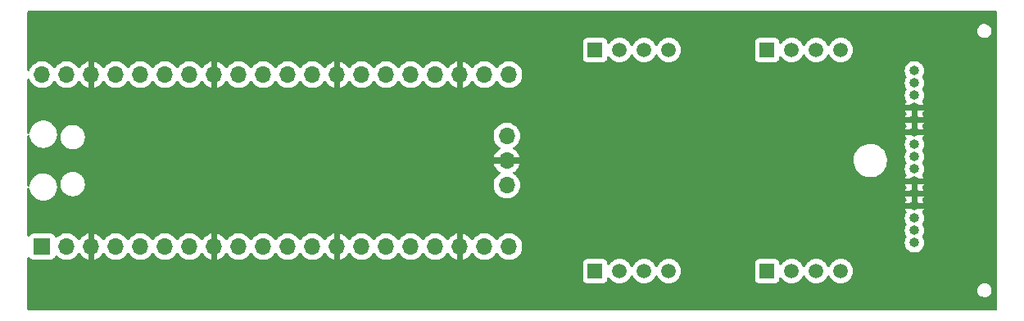
<source format=gbr>
%TF.GenerationSoftware,KiCad,Pcbnew,(7.0.0)*%
%TF.CreationDate,2023-03-11T15:12:13-08:00*%
%TF.ProjectId,pico_12vrgb_controller,7069636f-5f31-4327-9672-67625f636f6e,v1*%
%TF.SameCoordinates,Original*%
%TF.FileFunction,Copper,L2,Bot*%
%TF.FilePolarity,Positive*%
%FSLAX46Y46*%
G04 Gerber Fmt 4.6, Leading zero omitted, Abs format (unit mm)*
G04 Created by KiCad (PCBNEW (7.0.0)) date 2023-03-11 15:12:13*
%MOMM*%
%LPD*%
G01*
G04 APERTURE LIST*
%TA.AperFunction,ComponentPad*%
%ADD10R,1.500000X1.500000*%
%TD*%
%TA.AperFunction,ComponentPad*%
%ADD11C,1.500000*%
%TD*%
%TA.AperFunction,ComponentPad*%
%ADD12O,1.000000X1.000000*%
%TD*%
%TA.AperFunction,ComponentPad*%
%ADD13R,1.700000X1.700000*%
%TD*%
%TA.AperFunction,ComponentPad*%
%ADD14O,1.700000X1.700000*%
%TD*%
%TA.AperFunction,ViaPad*%
%ADD15C,0.609600*%
%TD*%
G04 APERTURE END LIST*
D10*
%TO.P,J4,1,Pin_1*%
%TO.N,+12V*%
X147319999Y-64769999D03*
D11*
%TO.P,J4,2,Pin_2*%
%TO.N,/L4_G*%
X149860000Y-64770000D03*
%TO.P,J4,3,Pin_3*%
%TO.N,/L4_R*%
X152400000Y-64770000D03*
%TO.P,J4,4,Pin_4*%
%TO.N,/L4_B*%
X154940000Y-64770000D03*
%TD*%
D10*
%TO.P,J3,1,Pin_1*%
%TO.N,+12V*%
X129539999Y-64769999D03*
D11*
%TO.P,J3,2,Pin_2*%
%TO.N,/L3_G*%
X132080000Y-64770000D03*
%TO.P,J3,3,Pin_3*%
%TO.N,/L3_R*%
X134620000Y-64770000D03*
%TO.P,J3,4,Pin_4*%
%TO.N,/L3_B*%
X137160000Y-64770000D03*
%TD*%
D10*
%TO.P,J2,1,Pin_1*%
%TO.N,+12V*%
X147319999Y-87629999D03*
D11*
%TO.P,J2,2,Pin_2*%
%TO.N,/L2_G*%
X149860000Y-87630000D03*
%TO.P,J2,3,Pin_3*%
%TO.N,/L2_R*%
X152400000Y-87630000D03*
%TO.P,J2,4,Pin_4*%
%TO.N,/L2_B*%
X154940000Y-87630000D03*
%TD*%
D10*
%TO.P,J1,1,Pin_1*%
%TO.N,+12V*%
X129539999Y-87629999D03*
D11*
%TO.P,J1,2,Pin_2*%
%TO.N,/L1_G*%
X132080000Y-87630000D03*
%TO.P,J1,3,Pin_3*%
%TO.N,/L1_R*%
X134620000Y-87630000D03*
%TO.P,J1,4,Pin_4*%
%TO.N,/L1_B*%
X137160000Y-87630000D03*
%TD*%
D12*
%TO.P,J5,1,3V3*%
%TO.N,unconnected-(J5-3V3-Pad1)*%
X162559999Y-84699999D03*
%TO.P,J5,2,3V3*%
%TO.N,unconnected-(J5-3V3-Pad2)*%
X162559999Y-83429999D03*
%TO.P,J5,3,3V3*%
%TO.N,unconnected-(J5-3V3-Pad3)*%
X162559999Y-82159999D03*
%TO.P,J5,4,COM*%
%TO.N,GND*%
X162559999Y-80889999D03*
%TO.P,J5,5,COM*%
X162559999Y-79619999D03*
%TO.P,J5,6,COM*%
X162559999Y-78349999D03*
%TO.P,J5,7,5V*%
%TO.N,unconnected-(J5-5V-Pad7)*%
X162559999Y-77079999D03*
%TO.P,J5,8,5V*%
%TO.N,unconnected-(J5-5V-Pad8)*%
X162559999Y-75809999D03*
%TO.P,J5,9,5V*%
%TO.N,unconnected-(J5-5V-Pad9)*%
X162559999Y-74539999D03*
%TO.P,J5,10,COM*%
%TO.N,GND*%
X162559999Y-73269999D03*
%TO.P,J5,11,COM*%
X162559999Y-71999999D03*
%TO.P,J5,12,COM*%
X162559999Y-70729999D03*
%TO.P,J5,13,12V*%
%TO.N,+12V*%
X162559999Y-69459999D03*
%TO.P,J5,14,12V*%
X162559999Y-68189999D03*
%TO.P,J5,15,12V*%
X162559999Y-66919999D03*
%TD*%
D13*
%TO.P,U1,1,GPO*%
%TO.N,/UART_TX*%
X72389999Y-85089999D03*
D14*
%TO.P,U1,2,GP1*%
%TO.N,/UART_RX*%
X74929999Y-85089999D03*
%TO.P,U1,3,GND*%
%TO.N,GND*%
X77469999Y-85089999D03*
%TO.P,U1,4,GP2*%
%TO.N,unconnected-(U1-GP2-Pad4)*%
X80009999Y-85089999D03*
%TO.P,U1,5,GP3*%
%TO.N,unconnected-(U1-GP3-Pad5)*%
X82549999Y-85089999D03*
%TO.P,U1,6,GP4*%
%TO.N,unconnected-(U1-GP4-Pad6)*%
X85089999Y-85089999D03*
%TO.P,U1,7,GP5*%
%TO.N,unconnected-(U1-GP5-Pad7)*%
X87629999Y-85089999D03*
%TO.P,U1,8,GND*%
%TO.N,GND*%
X90169999Y-85089999D03*
%TO.P,U1,9,GP6*%
%TO.N,unconnected-(U1-GP6-Pad9)*%
X92709999Y-85089999D03*
%TO.P,U1,10,GP7*%
%TO.N,unconnected-(U1-GP7-Pad10)*%
X95249999Y-85089999D03*
%TO.P,U1,11,GP8*%
%TO.N,unconnected-(U1-GP8-Pad11)*%
X97789999Y-85089999D03*
%TO.P,U1,12,GP9*%
%TO.N,unconnected-(U1-GP9-Pad12)*%
X100329999Y-85089999D03*
%TO.P,U1,13,GND*%
%TO.N,GND*%
X102869999Y-85089999D03*
%TO.P,U1,14,GP10*%
%TO.N,/L1_PWM_G*%
X105409999Y-85089999D03*
%TO.P,U1,15,GP11*%
%TO.N,/L1_PWM_R*%
X107949999Y-85089999D03*
%TO.P,U1,16,GP12*%
%TO.N,/L1_PWM_B*%
X110489999Y-85089999D03*
%TO.P,U1,17,GP13*%
%TO.N,/L2_PWM_B*%
X113029999Y-85089999D03*
%TO.P,U1,18,GND*%
%TO.N,GND*%
X115569999Y-85089999D03*
%TO.P,U1,19,GP14*%
%TO.N,/L2_PWM_R*%
X118109999Y-85089999D03*
%TO.P,U1,20,GP15*%
%TO.N,/L2_PWM_G*%
X120649999Y-85089999D03*
%TO.P,U1,21,GP16*%
%TO.N,/L4_PWM_G*%
X120649999Y-67309999D03*
%TO.P,U1,22,GP17*%
%TO.N,/L4_PWM_R*%
X118109999Y-67309999D03*
%TO.P,U1,23,GND*%
%TO.N,GND*%
X115569999Y-67309999D03*
%TO.P,U1,24,GP18*%
%TO.N,/L4_PWM_B*%
X113029999Y-67309999D03*
%TO.P,U1,25,GP19*%
%TO.N,/L3_PWM_B*%
X110489999Y-67309999D03*
%TO.P,U1,26,GP20*%
%TO.N,/L3_PWM_R*%
X107949999Y-67309999D03*
%TO.P,U1,27,GP21*%
%TO.N,/L3_PWM_G*%
X105409999Y-67309999D03*
%TO.P,U1,28,GND*%
%TO.N,GND*%
X102869999Y-67309999D03*
%TO.P,U1,29,GP22*%
%TO.N,unconnected-(U1-GP22-Pad29)*%
X100329999Y-67309999D03*
%TO.P,U1,30,RUN*%
%TO.N,unconnected-(U1-RUN-Pad30)*%
X97789999Y-67309999D03*
%TO.P,U1,31,GP26*%
%TO.N,unconnected-(U1-GP26-Pad31)*%
X95249999Y-67309999D03*
%TO.P,U1,32,GP27*%
%TO.N,unconnected-(U1-GP27-Pad32)*%
X92709999Y-67309999D03*
%TO.P,U1,33,AGND*%
%TO.N,GND*%
X90169999Y-67309999D03*
%TO.P,U1,34,GP28*%
%TO.N,unconnected-(U1-GP28-Pad34)*%
X87629999Y-67309999D03*
%TO.P,U1,35,ADC_VREF*%
%TO.N,/ADC_VREF*%
X85089999Y-67309999D03*
%TO.P,U1,36,3V3*%
%TO.N,unconnected-(U1-3V3-Pad36)*%
X82549999Y-67309999D03*
%TO.P,U1,37,3V3_EN*%
%TO.N,unconnected-(U1-3V3_EN-Pad37)*%
X80009999Y-67309999D03*
%TO.P,U1,38,GND*%
%TO.N,GND*%
X77469999Y-67309999D03*
%TO.P,U1,39,VSYS*%
%TO.N,/VBUS*%
X74929999Y-67309999D03*
%TO.P,U1,40,VBUS*%
X72389999Y-67309999D03*
%TO.P,U1,41,SWCLK*%
%TO.N,/SWCLK*%
X120419999Y-78739999D03*
%TO.P,U1,42,GND*%
%TO.N,GND*%
X120419999Y-76199999D03*
%TO.P,U1,43,SWDIO*%
%TO.N,/SWDIO*%
X120419999Y-73659999D03*
%TD*%
D15*
%TO.N,GND*%
X155575000Y-72390000D03*
X153670000Y-80010000D03*
X150495000Y-72390000D03*
X130048000Y-72136000D03*
X135255000Y-72390000D03*
X138430000Y-80010000D03*
X145415000Y-72390000D03*
X140335000Y-72390000D03*
X133096000Y-80264000D03*
X128016000Y-84328000D03*
X148590000Y-80010000D03*
X143510000Y-80010000D03*
%TD*%
%TA.AperFunction,Conductor*%
%TO.N,GND*%
G36*
X171005500Y-60723381D02*
G01*
X171051619Y-60769500D01*
X171068500Y-60832500D01*
X171068500Y-91567500D01*
X171051619Y-91630500D01*
X171005500Y-91676619D01*
X170942500Y-91693500D01*
X70992500Y-91693500D01*
X70929500Y-91676619D01*
X70883381Y-91630500D01*
X70866500Y-91567500D01*
X70866500Y-89642588D01*
X169048786Y-89642588D01*
X169078318Y-89810070D01*
X169081222Y-89816804D01*
X169081224Y-89816808D01*
X169112844Y-89890110D01*
X169145677Y-89966226D01*
X169150058Y-89972111D01*
X169150060Y-89972114D01*
X169242854Y-90096758D01*
X169247233Y-90102640D01*
X169377511Y-90211956D01*
X169529486Y-90288281D01*
X169694967Y-90327500D01*
X169818706Y-90327500D01*
X169822376Y-90327500D01*
X169948915Y-90312710D01*
X170108724Y-90254544D01*
X170250812Y-90161092D01*
X170367518Y-90037391D01*
X170452550Y-89890110D01*
X170501325Y-89727189D01*
X170511214Y-89557412D01*
X170481682Y-89389930D01*
X170414323Y-89233774D01*
X170312767Y-89097360D01*
X170182489Y-88988044D01*
X170030514Y-88911719D01*
X170000148Y-88904522D01*
X169872171Y-88874191D01*
X169872165Y-88874190D01*
X169865033Y-88872500D01*
X169737624Y-88872500D01*
X169733981Y-88872925D01*
X169733977Y-88872926D01*
X169618377Y-88886437D01*
X169618371Y-88886438D01*
X169611085Y-88887290D01*
X169604186Y-88889800D01*
X169604186Y-88889801D01*
X169458174Y-88942945D01*
X169458171Y-88942946D01*
X169451276Y-88945456D01*
X169445147Y-88949486D01*
X169445143Y-88949489D01*
X169315322Y-89034873D01*
X169315318Y-89034875D01*
X169309188Y-89038908D01*
X169304152Y-89044245D01*
X169304147Y-89044250D01*
X169197520Y-89157268D01*
X169197516Y-89157272D01*
X169192482Y-89162609D01*
X169107450Y-89309890D01*
X169105345Y-89316919D01*
X169105344Y-89316923D01*
X169060779Y-89465780D01*
X169060777Y-89465787D01*
X169058675Y-89472811D01*
X169058248Y-89480134D01*
X169058248Y-89480137D01*
X169049212Y-89635261D01*
X169049212Y-89635267D01*
X169048786Y-89642588D01*
X70866500Y-89642588D01*
X70866500Y-88428638D01*
X128281500Y-88428638D01*
X128281859Y-88431985D01*
X128281860Y-88431988D01*
X128287168Y-88481367D01*
X128287169Y-88481373D01*
X128288011Y-88489201D01*
X128290762Y-88496578D01*
X128290763Y-88496580D01*
X128335962Y-88617763D01*
X128335964Y-88617766D01*
X128339111Y-88626204D01*
X128344508Y-88633414D01*
X128344510Y-88633417D01*
X128409999Y-88720899D01*
X128426739Y-88743261D01*
X128433950Y-88748659D01*
X128527303Y-88818543D01*
X128543796Y-88830889D01*
X128680799Y-88881989D01*
X128741362Y-88888500D01*
X130335269Y-88888500D01*
X130338638Y-88888500D01*
X130399201Y-88881989D01*
X130536204Y-88830889D01*
X130653261Y-88743261D01*
X130740889Y-88626204D01*
X130791989Y-88489201D01*
X130798500Y-88428638D01*
X130798500Y-88393577D01*
X130814298Y-88332491D01*
X130857730Y-88286723D01*
X130917905Y-88267750D01*
X130979734Y-88280329D01*
X131027713Y-88321306D01*
X131112251Y-88442038D01*
X131267962Y-88597749D01*
X131448346Y-88724056D01*
X131647924Y-88817120D01*
X131860629Y-88874115D01*
X132080000Y-88893307D01*
X132299371Y-88874115D01*
X132512076Y-88817120D01*
X132711654Y-88724056D01*
X132892038Y-88597749D01*
X133047749Y-88442038D01*
X133174056Y-88261654D01*
X133235804Y-88129232D01*
X133282300Y-88076214D01*
X133350000Y-88056481D01*
X133417700Y-88076214D01*
X133464195Y-88129232D01*
X133525944Y-88261654D01*
X133529097Y-88266157D01*
X133529100Y-88266162D01*
X133567713Y-88321306D01*
X133652251Y-88442038D01*
X133807962Y-88597749D01*
X133988346Y-88724056D01*
X134187924Y-88817120D01*
X134400629Y-88874115D01*
X134620000Y-88893307D01*
X134839371Y-88874115D01*
X135052076Y-88817120D01*
X135251654Y-88724056D01*
X135432038Y-88597749D01*
X135587749Y-88442038D01*
X135714056Y-88261654D01*
X135775804Y-88129232D01*
X135822300Y-88076214D01*
X135890000Y-88056481D01*
X135957700Y-88076214D01*
X136004195Y-88129232D01*
X136065944Y-88261654D01*
X136069097Y-88266157D01*
X136069100Y-88266162D01*
X136107713Y-88321306D01*
X136192251Y-88442038D01*
X136347962Y-88597749D01*
X136528346Y-88724056D01*
X136727924Y-88817120D01*
X136940629Y-88874115D01*
X137160000Y-88893307D01*
X137379371Y-88874115D01*
X137592076Y-88817120D01*
X137791654Y-88724056D01*
X137972038Y-88597749D01*
X138127749Y-88442038D01*
X138137132Y-88428638D01*
X146061500Y-88428638D01*
X146061859Y-88431985D01*
X146061860Y-88431988D01*
X146067168Y-88481367D01*
X146067169Y-88481373D01*
X146068011Y-88489201D01*
X146070762Y-88496578D01*
X146070763Y-88496580D01*
X146115962Y-88617763D01*
X146115964Y-88617766D01*
X146119111Y-88626204D01*
X146124508Y-88633414D01*
X146124510Y-88633417D01*
X146189999Y-88720899D01*
X146206739Y-88743261D01*
X146213950Y-88748659D01*
X146307303Y-88818543D01*
X146323796Y-88830889D01*
X146460799Y-88881989D01*
X146521362Y-88888500D01*
X148115269Y-88888500D01*
X148118638Y-88888500D01*
X148179201Y-88881989D01*
X148316204Y-88830889D01*
X148433261Y-88743261D01*
X148520889Y-88626204D01*
X148571989Y-88489201D01*
X148578500Y-88428638D01*
X148578500Y-88393577D01*
X148594298Y-88332491D01*
X148637730Y-88286723D01*
X148697905Y-88267750D01*
X148759734Y-88280329D01*
X148807713Y-88321306D01*
X148892251Y-88442038D01*
X149047962Y-88597749D01*
X149228346Y-88724056D01*
X149427924Y-88817120D01*
X149640629Y-88874115D01*
X149860000Y-88893307D01*
X150079371Y-88874115D01*
X150292076Y-88817120D01*
X150491654Y-88724056D01*
X150672038Y-88597749D01*
X150827749Y-88442038D01*
X150954056Y-88261654D01*
X151015804Y-88129232D01*
X151062300Y-88076214D01*
X151130000Y-88056481D01*
X151197700Y-88076214D01*
X151244195Y-88129232D01*
X151305944Y-88261654D01*
X151309097Y-88266157D01*
X151309100Y-88266162D01*
X151347713Y-88321306D01*
X151432251Y-88442038D01*
X151587962Y-88597749D01*
X151768346Y-88724056D01*
X151967924Y-88817120D01*
X152180629Y-88874115D01*
X152400000Y-88893307D01*
X152619371Y-88874115D01*
X152832076Y-88817120D01*
X153031654Y-88724056D01*
X153212038Y-88597749D01*
X153367749Y-88442038D01*
X153494056Y-88261654D01*
X153555804Y-88129232D01*
X153602300Y-88076214D01*
X153670000Y-88056481D01*
X153737700Y-88076214D01*
X153784195Y-88129232D01*
X153845944Y-88261654D01*
X153849097Y-88266157D01*
X153849100Y-88266162D01*
X153887713Y-88321306D01*
X153972251Y-88442038D01*
X154127962Y-88597749D01*
X154308346Y-88724056D01*
X154507924Y-88817120D01*
X154720629Y-88874115D01*
X154940000Y-88893307D01*
X155159371Y-88874115D01*
X155372076Y-88817120D01*
X155571654Y-88724056D01*
X155752038Y-88597749D01*
X155907749Y-88442038D01*
X156034056Y-88261654D01*
X156127120Y-88062076D01*
X156184115Y-87849371D01*
X156203307Y-87630000D01*
X156184115Y-87410629D01*
X156127120Y-87197924D01*
X156034056Y-86998347D01*
X156016502Y-86973278D01*
X155941682Y-86866424D01*
X155907749Y-86817962D01*
X155752038Y-86662251D01*
X155680591Y-86612223D01*
X155576162Y-86539100D01*
X155576157Y-86539097D01*
X155571654Y-86535944D01*
X155545933Y-86523950D01*
X155377061Y-86445204D01*
X155377055Y-86445202D01*
X155372076Y-86442880D01*
X155366770Y-86441458D01*
X155366764Y-86441456D01*
X155164680Y-86387307D01*
X155164673Y-86387305D01*
X155159371Y-86385885D01*
X155153903Y-86385406D01*
X155153894Y-86385405D01*
X154945475Y-86367172D01*
X154940000Y-86366693D01*
X154934525Y-86367172D01*
X154726105Y-86385405D01*
X154726094Y-86385406D01*
X154720629Y-86385885D01*
X154715328Y-86387305D01*
X154715319Y-86387307D01*
X154513235Y-86441456D01*
X154513225Y-86441459D01*
X154507924Y-86442880D01*
X154502947Y-86445200D01*
X154502938Y-86445204D01*
X154313334Y-86533618D01*
X154313329Y-86533620D01*
X154308347Y-86535944D01*
X154303848Y-86539094D01*
X154303838Y-86539100D01*
X154132473Y-86659092D01*
X154132470Y-86659094D01*
X154127962Y-86662251D01*
X154124070Y-86666142D01*
X154124064Y-86666148D01*
X153976148Y-86814064D01*
X153976142Y-86814070D01*
X153972251Y-86817962D01*
X153969094Y-86822470D01*
X153969092Y-86822473D01*
X153849100Y-86993838D01*
X153849094Y-86993848D01*
X153845944Y-86998347D01*
X153843620Y-87003329D01*
X153843618Y-87003334D01*
X153784195Y-87130768D01*
X153737700Y-87183785D01*
X153670000Y-87203518D01*
X153602300Y-87183785D01*
X153555805Y-87130768D01*
X153496381Y-87003334D01*
X153494056Y-86998347D01*
X153476502Y-86973278D01*
X153401682Y-86866424D01*
X153367749Y-86817962D01*
X153212038Y-86662251D01*
X153140591Y-86612223D01*
X153036162Y-86539100D01*
X153036157Y-86539097D01*
X153031654Y-86535944D01*
X153005933Y-86523950D01*
X152837061Y-86445204D01*
X152837055Y-86445202D01*
X152832076Y-86442880D01*
X152826770Y-86441458D01*
X152826764Y-86441456D01*
X152624680Y-86387307D01*
X152624673Y-86387305D01*
X152619371Y-86385885D01*
X152613903Y-86385406D01*
X152613894Y-86385405D01*
X152405475Y-86367172D01*
X152400000Y-86366693D01*
X152394525Y-86367172D01*
X152186105Y-86385405D01*
X152186094Y-86385406D01*
X152180629Y-86385885D01*
X152175328Y-86387305D01*
X152175319Y-86387307D01*
X151973235Y-86441456D01*
X151973225Y-86441459D01*
X151967924Y-86442880D01*
X151962947Y-86445200D01*
X151962938Y-86445204D01*
X151773334Y-86533618D01*
X151773329Y-86533620D01*
X151768347Y-86535944D01*
X151763848Y-86539094D01*
X151763838Y-86539100D01*
X151592473Y-86659092D01*
X151592470Y-86659094D01*
X151587962Y-86662251D01*
X151584070Y-86666142D01*
X151584064Y-86666148D01*
X151436148Y-86814064D01*
X151436142Y-86814070D01*
X151432251Y-86817962D01*
X151429094Y-86822470D01*
X151429092Y-86822473D01*
X151309100Y-86993838D01*
X151309094Y-86993848D01*
X151305944Y-86998347D01*
X151303620Y-87003329D01*
X151303618Y-87003334D01*
X151244195Y-87130768D01*
X151197700Y-87183785D01*
X151130000Y-87203518D01*
X151062300Y-87183785D01*
X151015805Y-87130768D01*
X150956381Y-87003334D01*
X150954056Y-86998347D01*
X150936502Y-86973278D01*
X150861682Y-86866424D01*
X150827749Y-86817962D01*
X150672038Y-86662251D01*
X150600591Y-86612223D01*
X150496162Y-86539100D01*
X150496157Y-86539097D01*
X150491654Y-86535944D01*
X150465933Y-86523950D01*
X150297061Y-86445204D01*
X150297055Y-86445202D01*
X150292076Y-86442880D01*
X150286770Y-86441458D01*
X150286764Y-86441456D01*
X150084680Y-86387307D01*
X150084673Y-86387305D01*
X150079371Y-86385885D01*
X150073903Y-86385406D01*
X150073894Y-86385405D01*
X149865475Y-86367172D01*
X149860000Y-86366693D01*
X149854525Y-86367172D01*
X149646105Y-86385405D01*
X149646094Y-86385406D01*
X149640629Y-86385885D01*
X149635328Y-86387305D01*
X149635319Y-86387307D01*
X149433235Y-86441456D01*
X149433225Y-86441459D01*
X149427924Y-86442880D01*
X149422947Y-86445200D01*
X149422938Y-86445204D01*
X149233334Y-86533618D01*
X149233329Y-86533620D01*
X149228347Y-86535944D01*
X149223848Y-86539094D01*
X149223838Y-86539100D01*
X149052473Y-86659092D01*
X149052470Y-86659094D01*
X149047962Y-86662251D01*
X149044070Y-86666142D01*
X149044064Y-86666148D01*
X148896148Y-86814064D01*
X148896142Y-86814070D01*
X148892251Y-86817962D01*
X148889094Y-86822470D01*
X148889092Y-86822473D01*
X148807713Y-86938695D01*
X148759735Y-86979672D01*
X148697906Y-86992251D01*
X148637730Y-86973278D01*
X148594298Y-86927510D01*
X148578500Y-86866424D01*
X148578500Y-86834731D01*
X148578500Y-86831362D01*
X148571989Y-86770799D01*
X148520889Y-86633796D01*
X148433261Y-86516739D01*
X148342105Y-86448500D01*
X148323417Y-86434510D01*
X148323414Y-86434508D01*
X148316204Y-86429111D01*
X148307766Y-86425964D01*
X148307763Y-86425962D01*
X148186580Y-86380763D01*
X148186578Y-86380762D01*
X148179201Y-86378011D01*
X148171373Y-86377169D01*
X148171367Y-86377168D01*
X148121988Y-86371860D01*
X148121985Y-86371859D01*
X148118638Y-86371500D01*
X146521362Y-86371500D01*
X146518015Y-86371859D01*
X146518011Y-86371860D01*
X146468632Y-86377168D01*
X146468625Y-86377169D01*
X146460799Y-86378011D01*
X146453423Y-86380761D01*
X146453419Y-86380763D01*
X146332236Y-86425962D01*
X146332230Y-86425965D01*
X146323796Y-86429111D01*
X146316588Y-86434506D01*
X146316582Y-86434510D01*
X146213950Y-86511340D01*
X146213946Y-86511343D01*
X146206739Y-86516739D01*
X146201343Y-86523946D01*
X146201340Y-86523950D01*
X146124510Y-86626582D01*
X146124506Y-86626588D01*
X146119111Y-86633796D01*
X146115965Y-86642230D01*
X146115962Y-86642236D01*
X146070763Y-86763419D01*
X146070761Y-86763423D01*
X146068011Y-86770799D01*
X146067169Y-86778625D01*
X146067168Y-86778632D01*
X146061860Y-86828011D01*
X146061500Y-86831362D01*
X146061500Y-88428638D01*
X138137132Y-88428638D01*
X138254056Y-88261654D01*
X138347120Y-88062076D01*
X138404115Y-87849371D01*
X138423307Y-87630000D01*
X138404115Y-87410629D01*
X138347120Y-87197924D01*
X138254056Y-86998347D01*
X138236502Y-86973278D01*
X138161682Y-86866424D01*
X138127749Y-86817962D01*
X137972038Y-86662251D01*
X137900591Y-86612223D01*
X137796162Y-86539100D01*
X137796157Y-86539097D01*
X137791654Y-86535944D01*
X137765933Y-86523950D01*
X137597061Y-86445204D01*
X137597055Y-86445202D01*
X137592076Y-86442880D01*
X137586770Y-86441458D01*
X137586764Y-86441456D01*
X137384680Y-86387307D01*
X137384673Y-86387305D01*
X137379371Y-86385885D01*
X137373903Y-86385406D01*
X137373894Y-86385405D01*
X137165475Y-86367172D01*
X137160000Y-86366693D01*
X137154525Y-86367172D01*
X136946105Y-86385405D01*
X136946094Y-86385406D01*
X136940629Y-86385885D01*
X136935328Y-86387305D01*
X136935319Y-86387307D01*
X136733235Y-86441456D01*
X136733225Y-86441459D01*
X136727924Y-86442880D01*
X136722947Y-86445200D01*
X136722938Y-86445204D01*
X136533334Y-86533618D01*
X136533329Y-86533620D01*
X136528347Y-86535944D01*
X136523848Y-86539094D01*
X136523838Y-86539100D01*
X136352473Y-86659092D01*
X136352470Y-86659094D01*
X136347962Y-86662251D01*
X136344070Y-86666142D01*
X136344064Y-86666148D01*
X136196148Y-86814064D01*
X136196142Y-86814070D01*
X136192251Y-86817962D01*
X136189094Y-86822470D01*
X136189092Y-86822473D01*
X136069100Y-86993838D01*
X136069094Y-86993848D01*
X136065944Y-86998347D01*
X136063620Y-87003329D01*
X136063618Y-87003334D01*
X136004195Y-87130768D01*
X135957700Y-87183785D01*
X135890000Y-87203518D01*
X135822300Y-87183785D01*
X135775805Y-87130768D01*
X135716381Y-87003334D01*
X135714056Y-86998347D01*
X135696502Y-86973278D01*
X135621682Y-86866424D01*
X135587749Y-86817962D01*
X135432038Y-86662251D01*
X135360591Y-86612223D01*
X135256162Y-86539100D01*
X135256157Y-86539097D01*
X135251654Y-86535944D01*
X135225933Y-86523950D01*
X135057061Y-86445204D01*
X135057055Y-86445202D01*
X135052076Y-86442880D01*
X135046770Y-86441458D01*
X135046764Y-86441456D01*
X134844680Y-86387307D01*
X134844673Y-86387305D01*
X134839371Y-86385885D01*
X134833903Y-86385406D01*
X134833894Y-86385405D01*
X134625475Y-86367172D01*
X134620000Y-86366693D01*
X134614525Y-86367172D01*
X134406105Y-86385405D01*
X134406094Y-86385406D01*
X134400629Y-86385885D01*
X134395328Y-86387305D01*
X134395319Y-86387307D01*
X134193235Y-86441456D01*
X134193225Y-86441459D01*
X134187924Y-86442880D01*
X134182947Y-86445200D01*
X134182938Y-86445204D01*
X133993334Y-86533618D01*
X133993329Y-86533620D01*
X133988347Y-86535944D01*
X133983848Y-86539094D01*
X133983838Y-86539100D01*
X133812473Y-86659092D01*
X133812470Y-86659094D01*
X133807962Y-86662251D01*
X133804070Y-86666142D01*
X133804064Y-86666148D01*
X133656148Y-86814064D01*
X133656142Y-86814070D01*
X133652251Y-86817962D01*
X133649094Y-86822470D01*
X133649092Y-86822473D01*
X133529100Y-86993838D01*
X133529094Y-86993848D01*
X133525944Y-86998347D01*
X133523620Y-87003329D01*
X133523618Y-87003334D01*
X133464195Y-87130768D01*
X133417700Y-87183785D01*
X133350000Y-87203518D01*
X133282300Y-87183785D01*
X133235805Y-87130768D01*
X133176381Y-87003334D01*
X133174056Y-86998347D01*
X133156502Y-86973278D01*
X133081682Y-86866424D01*
X133047749Y-86817962D01*
X132892038Y-86662251D01*
X132820591Y-86612223D01*
X132716162Y-86539100D01*
X132716157Y-86539097D01*
X132711654Y-86535944D01*
X132685933Y-86523950D01*
X132517061Y-86445204D01*
X132517055Y-86445202D01*
X132512076Y-86442880D01*
X132506770Y-86441458D01*
X132506764Y-86441456D01*
X132304680Y-86387307D01*
X132304673Y-86387305D01*
X132299371Y-86385885D01*
X132293903Y-86385406D01*
X132293894Y-86385405D01*
X132085475Y-86367172D01*
X132080000Y-86366693D01*
X132074525Y-86367172D01*
X131866105Y-86385405D01*
X131866094Y-86385406D01*
X131860629Y-86385885D01*
X131855328Y-86387305D01*
X131855319Y-86387307D01*
X131653235Y-86441456D01*
X131653225Y-86441459D01*
X131647924Y-86442880D01*
X131642947Y-86445200D01*
X131642938Y-86445204D01*
X131453334Y-86533618D01*
X131453329Y-86533620D01*
X131448347Y-86535944D01*
X131443848Y-86539094D01*
X131443838Y-86539100D01*
X131272473Y-86659092D01*
X131272470Y-86659094D01*
X131267962Y-86662251D01*
X131264070Y-86666142D01*
X131264064Y-86666148D01*
X131116148Y-86814064D01*
X131116142Y-86814070D01*
X131112251Y-86817962D01*
X131109094Y-86822470D01*
X131109092Y-86822473D01*
X131027713Y-86938695D01*
X130979735Y-86979672D01*
X130917906Y-86992251D01*
X130857730Y-86973278D01*
X130814298Y-86927510D01*
X130798500Y-86866424D01*
X130798500Y-86834731D01*
X130798500Y-86831362D01*
X130791989Y-86770799D01*
X130740889Y-86633796D01*
X130653261Y-86516739D01*
X130562105Y-86448500D01*
X130543417Y-86434510D01*
X130543414Y-86434508D01*
X130536204Y-86429111D01*
X130527766Y-86425964D01*
X130527763Y-86425962D01*
X130406580Y-86380763D01*
X130406578Y-86380762D01*
X130399201Y-86378011D01*
X130391373Y-86377169D01*
X130391367Y-86377168D01*
X130341988Y-86371860D01*
X130341985Y-86371859D01*
X130338638Y-86371500D01*
X128741362Y-86371500D01*
X128738015Y-86371859D01*
X128738011Y-86371860D01*
X128688632Y-86377168D01*
X128688625Y-86377169D01*
X128680799Y-86378011D01*
X128673423Y-86380761D01*
X128673419Y-86380763D01*
X128552236Y-86425962D01*
X128552230Y-86425965D01*
X128543796Y-86429111D01*
X128536588Y-86434506D01*
X128536582Y-86434510D01*
X128433950Y-86511340D01*
X128433946Y-86511343D01*
X128426739Y-86516739D01*
X128421343Y-86523946D01*
X128421340Y-86523950D01*
X128344510Y-86626582D01*
X128344506Y-86626588D01*
X128339111Y-86633796D01*
X128335965Y-86642230D01*
X128335962Y-86642236D01*
X128290763Y-86763419D01*
X128290761Y-86763423D01*
X128288011Y-86770799D01*
X128287169Y-86778625D01*
X128287168Y-86778632D01*
X128281860Y-86828011D01*
X128281500Y-86831362D01*
X128281500Y-88428638D01*
X70866500Y-88428638D01*
X70866500Y-86267400D01*
X70881912Y-86207015D01*
X70924379Y-86161402D01*
X70983511Y-86141721D01*
X71044842Y-86152786D01*
X71093368Y-86191891D01*
X71104690Y-86207015D01*
X71176739Y-86303261D01*
X71183950Y-86308659D01*
X71219671Y-86335400D01*
X71293796Y-86390889D01*
X71430799Y-86441989D01*
X71491362Y-86448500D01*
X73285269Y-86448500D01*
X73288638Y-86448500D01*
X73349201Y-86441989D01*
X73486204Y-86390889D01*
X73603261Y-86303261D01*
X73690889Y-86186204D01*
X73734998Y-86067943D01*
X73771530Y-86015904D01*
X73828820Y-85988328D01*
X73892282Y-85992238D01*
X73945756Y-86026638D01*
X74006760Y-86092906D01*
X74184424Y-86231189D01*
X74382426Y-86338342D01*
X74387355Y-86340034D01*
X74387357Y-86340035D01*
X74465010Y-86366693D01*
X74595365Y-86411444D01*
X74817431Y-86448500D01*
X75037358Y-86448500D01*
X75042569Y-86448500D01*
X75264635Y-86411444D01*
X75477574Y-86338342D01*
X75675576Y-86231189D01*
X75853240Y-86092906D01*
X76005722Y-85927268D01*
X76094817Y-85790896D01*
X76140328Y-85749001D01*
X76200297Y-85733814D01*
X76260267Y-85749000D01*
X76305781Y-85790898D01*
X76391822Y-85922592D01*
X76398210Y-85930799D01*
X76543567Y-86088700D01*
X76551211Y-86095737D01*
X76720588Y-86227568D01*
X76729281Y-86233247D01*
X76918042Y-86335400D01*
X76927559Y-86339575D01*
X77130557Y-86409264D01*
X77140627Y-86411814D01*
X77151661Y-86413655D01*
X77162798Y-86413079D01*
X77165200Y-86402187D01*
X77774800Y-86402187D01*
X77777201Y-86413079D01*
X77788338Y-86413655D01*
X77799372Y-86411814D01*
X77809442Y-86409264D01*
X78012440Y-86339575D01*
X78021957Y-86335400D01*
X78210718Y-86233247D01*
X78219411Y-86227568D01*
X78388788Y-86095737D01*
X78396432Y-86088700D01*
X78541789Y-85930799D01*
X78548181Y-85922587D01*
X78634218Y-85790899D01*
X78679732Y-85749000D01*
X78739701Y-85733814D01*
X78799670Y-85749000D01*
X78845183Y-85790898D01*
X78934278Y-85927268D01*
X78937806Y-85931100D01*
X79083227Y-86089069D01*
X79083231Y-86089073D01*
X79086760Y-86092906D01*
X79264424Y-86231189D01*
X79462426Y-86338342D01*
X79467355Y-86340034D01*
X79467357Y-86340035D01*
X79545010Y-86366693D01*
X79675365Y-86411444D01*
X79897431Y-86448500D01*
X80117358Y-86448500D01*
X80122569Y-86448500D01*
X80344635Y-86411444D01*
X80557574Y-86338342D01*
X80755576Y-86231189D01*
X80933240Y-86092906D01*
X81085722Y-85927268D01*
X81174518Y-85791354D01*
X81220030Y-85749457D01*
X81280000Y-85734271D01*
X81339970Y-85749457D01*
X81385481Y-85791354D01*
X81474278Y-85927268D01*
X81477806Y-85931100D01*
X81623227Y-86089069D01*
X81623231Y-86089073D01*
X81626760Y-86092906D01*
X81804424Y-86231189D01*
X82002426Y-86338342D01*
X82007355Y-86340034D01*
X82007357Y-86340035D01*
X82085010Y-86366693D01*
X82215365Y-86411444D01*
X82437431Y-86448500D01*
X82657358Y-86448500D01*
X82662569Y-86448500D01*
X82884635Y-86411444D01*
X83097574Y-86338342D01*
X83295576Y-86231189D01*
X83473240Y-86092906D01*
X83625722Y-85927268D01*
X83714518Y-85791354D01*
X83760030Y-85749457D01*
X83820000Y-85734271D01*
X83879970Y-85749457D01*
X83925481Y-85791354D01*
X84014278Y-85927268D01*
X84017806Y-85931100D01*
X84163227Y-86089069D01*
X84163231Y-86089073D01*
X84166760Y-86092906D01*
X84344424Y-86231189D01*
X84542426Y-86338342D01*
X84547355Y-86340034D01*
X84547357Y-86340035D01*
X84625010Y-86366693D01*
X84755365Y-86411444D01*
X84977431Y-86448500D01*
X85197358Y-86448500D01*
X85202569Y-86448500D01*
X85424635Y-86411444D01*
X85637574Y-86338342D01*
X85835576Y-86231189D01*
X86013240Y-86092906D01*
X86165722Y-85927268D01*
X86254518Y-85791354D01*
X86300030Y-85749457D01*
X86360000Y-85734271D01*
X86419970Y-85749457D01*
X86465481Y-85791354D01*
X86554278Y-85927268D01*
X86557806Y-85931100D01*
X86703227Y-86089069D01*
X86703231Y-86089073D01*
X86706760Y-86092906D01*
X86884424Y-86231189D01*
X87082426Y-86338342D01*
X87087355Y-86340034D01*
X87087357Y-86340035D01*
X87165010Y-86366693D01*
X87295365Y-86411444D01*
X87517431Y-86448500D01*
X87737358Y-86448500D01*
X87742569Y-86448500D01*
X87964635Y-86411444D01*
X88177574Y-86338342D01*
X88375576Y-86231189D01*
X88553240Y-86092906D01*
X88705722Y-85927268D01*
X88794817Y-85790896D01*
X88840328Y-85749001D01*
X88900297Y-85733814D01*
X88960267Y-85749000D01*
X89005781Y-85790898D01*
X89091822Y-85922592D01*
X89098210Y-85930799D01*
X89243567Y-86088700D01*
X89251211Y-86095737D01*
X89420588Y-86227568D01*
X89429281Y-86233247D01*
X89618042Y-86335400D01*
X89627559Y-86339575D01*
X89830557Y-86409264D01*
X89840627Y-86411814D01*
X89851661Y-86413655D01*
X89862798Y-86413079D01*
X89865200Y-86402187D01*
X90474800Y-86402187D01*
X90477201Y-86413079D01*
X90488338Y-86413655D01*
X90499372Y-86411814D01*
X90509442Y-86409264D01*
X90712440Y-86339575D01*
X90721957Y-86335400D01*
X90910718Y-86233247D01*
X90919411Y-86227568D01*
X91088788Y-86095737D01*
X91096432Y-86088700D01*
X91241789Y-85930799D01*
X91248181Y-85922587D01*
X91334218Y-85790899D01*
X91379732Y-85749000D01*
X91439701Y-85733814D01*
X91499670Y-85749000D01*
X91545183Y-85790898D01*
X91634278Y-85927268D01*
X91637806Y-85931100D01*
X91783227Y-86089069D01*
X91783231Y-86089073D01*
X91786760Y-86092906D01*
X91964424Y-86231189D01*
X92162426Y-86338342D01*
X92167355Y-86340034D01*
X92167357Y-86340035D01*
X92245010Y-86366693D01*
X92375365Y-86411444D01*
X92597431Y-86448500D01*
X92817358Y-86448500D01*
X92822569Y-86448500D01*
X93044635Y-86411444D01*
X93257574Y-86338342D01*
X93455576Y-86231189D01*
X93633240Y-86092906D01*
X93785722Y-85927268D01*
X93874518Y-85791354D01*
X93920030Y-85749457D01*
X93980000Y-85734271D01*
X94039970Y-85749457D01*
X94085481Y-85791354D01*
X94174278Y-85927268D01*
X94177806Y-85931100D01*
X94323227Y-86089069D01*
X94323231Y-86089073D01*
X94326760Y-86092906D01*
X94504424Y-86231189D01*
X94702426Y-86338342D01*
X94707355Y-86340034D01*
X94707357Y-86340035D01*
X94785010Y-86366693D01*
X94915365Y-86411444D01*
X95137431Y-86448500D01*
X95357358Y-86448500D01*
X95362569Y-86448500D01*
X95584635Y-86411444D01*
X95797574Y-86338342D01*
X95995576Y-86231189D01*
X96173240Y-86092906D01*
X96325722Y-85927268D01*
X96414518Y-85791354D01*
X96460030Y-85749457D01*
X96520000Y-85734271D01*
X96579970Y-85749457D01*
X96625481Y-85791354D01*
X96714278Y-85927268D01*
X96717806Y-85931100D01*
X96863227Y-86089069D01*
X96863231Y-86089073D01*
X96866760Y-86092906D01*
X97044424Y-86231189D01*
X97242426Y-86338342D01*
X97247355Y-86340034D01*
X97247357Y-86340035D01*
X97325010Y-86366693D01*
X97455365Y-86411444D01*
X97677431Y-86448500D01*
X97897358Y-86448500D01*
X97902569Y-86448500D01*
X98124635Y-86411444D01*
X98337574Y-86338342D01*
X98535576Y-86231189D01*
X98713240Y-86092906D01*
X98865722Y-85927268D01*
X98954518Y-85791354D01*
X99000030Y-85749457D01*
X99060000Y-85734271D01*
X99119970Y-85749457D01*
X99165481Y-85791354D01*
X99254278Y-85927268D01*
X99257806Y-85931100D01*
X99403227Y-86089069D01*
X99403231Y-86089073D01*
X99406760Y-86092906D01*
X99584424Y-86231189D01*
X99782426Y-86338342D01*
X99787355Y-86340034D01*
X99787357Y-86340035D01*
X99865010Y-86366693D01*
X99995365Y-86411444D01*
X100217431Y-86448500D01*
X100437358Y-86448500D01*
X100442569Y-86448500D01*
X100664635Y-86411444D01*
X100877574Y-86338342D01*
X101075576Y-86231189D01*
X101253240Y-86092906D01*
X101405722Y-85927268D01*
X101494817Y-85790896D01*
X101540328Y-85749001D01*
X101600297Y-85733814D01*
X101660267Y-85749000D01*
X101705781Y-85790898D01*
X101791822Y-85922592D01*
X101798210Y-85930799D01*
X101943567Y-86088700D01*
X101951211Y-86095737D01*
X102120588Y-86227568D01*
X102129281Y-86233247D01*
X102318042Y-86335400D01*
X102327559Y-86339575D01*
X102530557Y-86409264D01*
X102540627Y-86411814D01*
X102551661Y-86413655D01*
X102562798Y-86413079D01*
X102565200Y-86402187D01*
X103174800Y-86402187D01*
X103177201Y-86413079D01*
X103188338Y-86413655D01*
X103199372Y-86411814D01*
X103209442Y-86409264D01*
X103412440Y-86339575D01*
X103421957Y-86335400D01*
X103610718Y-86233247D01*
X103619411Y-86227568D01*
X103788788Y-86095737D01*
X103796432Y-86088700D01*
X103941789Y-85930799D01*
X103948181Y-85922587D01*
X104034218Y-85790899D01*
X104079732Y-85749000D01*
X104139701Y-85733814D01*
X104199670Y-85749000D01*
X104245183Y-85790898D01*
X104334278Y-85927268D01*
X104337806Y-85931100D01*
X104483227Y-86089069D01*
X104483231Y-86089073D01*
X104486760Y-86092906D01*
X104664424Y-86231189D01*
X104862426Y-86338342D01*
X104867355Y-86340034D01*
X104867357Y-86340035D01*
X104945010Y-86366693D01*
X105075365Y-86411444D01*
X105297431Y-86448500D01*
X105517358Y-86448500D01*
X105522569Y-86448500D01*
X105744635Y-86411444D01*
X105957574Y-86338342D01*
X106155576Y-86231189D01*
X106333240Y-86092906D01*
X106485722Y-85927268D01*
X106574518Y-85791354D01*
X106620030Y-85749457D01*
X106680000Y-85734271D01*
X106739970Y-85749457D01*
X106785481Y-85791354D01*
X106874278Y-85927268D01*
X106877806Y-85931100D01*
X107023227Y-86089069D01*
X107023231Y-86089073D01*
X107026760Y-86092906D01*
X107204424Y-86231189D01*
X107402426Y-86338342D01*
X107407355Y-86340034D01*
X107407357Y-86340035D01*
X107485010Y-86366693D01*
X107615365Y-86411444D01*
X107837431Y-86448500D01*
X108057358Y-86448500D01*
X108062569Y-86448500D01*
X108284635Y-86411444D01*
X108497574Y-86338342D01*
X108695576Y-86231189D01*
X108873240Y-86092906D01*
X109025722Y-85927268D01*
X109114518Y-85791354D01*
X109160030Y-85749457D01*
X109220000Y-85734271D01*
X109279970Y-85749457D01*
X109325481Y-85791354D01*
X109414278Y-85927268D01*
X109417806Y-85931100D01*
X109563227Y-86089069D01*
X109563231Y-86089073D01*
X109566760Y-86092906D01*
X109744424Y-86231189D01*
X109942426Y-86338342D01*
X109947355Y-86340034D01*
X109947357Y-86340035D01*
X110025010Y-86366693D01*
X110155365Y-86411444D01*
X110377431Y-86448500D01*
X110597358Y-86448500D01*
X110602569Y-86448500D01*
X110824635Y-86411444D01*
X111037574Y-86338342D01*
X111235576Y-86231189D01*
X111413240Y-86092906D01*
X111565722Y-85927268D01*
X111654518Y-85791354D01*
X111700030Y-85749457D01*
X111760000Y-85734271D01*
X111819970Y-85749457D01*
X111865481Y-85791354D01*
X111954278Y-85927268D01*
X111957806Y-85931100D01*
X112103227Y-86089069D01*
X112103231Y-86089073D01*
X112106760Y-86092906D01*
X112284424Y-86231189D01*
X112482426Y-86338342D01*
X112487355Y-86340034D01*
X112487357Y-86340035D01*
X112565010Y-86366693D01*
X112695365Y-86411444D01*
X112917431Y-86448500D01*
X113137358Y-86448500D01*
X113142569Y-86448500D01*
X113364635Y-86411444D01*
X113577574Y-86338342D01*
X113775576Y-86231189D01*
X113953240Y-86092906D01*
X114105722Y-85927268D01*
X114194817Y-85790896D01*
X114240328Y-85749001D01*
X114300297Y-85733814D01*
X114360267Y-85749000D01*
X114405781Y-85790898D01*
X114491822Y-85922592D01*
X114498210Y-85930799D01*
X114643567Y-86088700D01*
X114651211Y-86095737D01*
X114820588Y-86227568D01*
X114829281Y-86233247D01*
X115018042Y-86335400D01*
X115027559Y-86339575D01*
X115230557Y-86409264D01*
X115240627Y-86411814D01*
X115251661Y-86413655D01*
X115262798Y-86413079D01*
X115265200Y-86402187D01*
X115874800Y-86402187D01*
X115877201Y-86413079D01*
X115888338Y-86413655D01*
X115899372Y-86411814D01*
X115909442Y-86409264D01*
X116112440Y-86339575D01*
X116121957Y-86335400D01*
X116310718Y-86233247D01*
X116319411Y-86227568D01*
X116488788Y-86095737D01*
X116496432Y-86088700D01*
X116641789Y-85930799D01*
X116648181Y-85922587D01*
X116734218Y-85790899D01*
X116779732Y-85749000D01*
X116839701Y-85733814D01*
X116899670Y-85749000D01*
X116945183Y-85790898D01*
X117034278Y-85927268D01*
X117037806Y-85931100D01*
X117183227Y-86089069D01*
X117183231Y-86089073D01*
X117186760Y-86092906D01*
X117364424Y-86231189D01*
X117562426Y-86338342D01*
X117567355Y-86340034D01*
X117567357Y-86340035D01*
X117645010Y-86366693D01*
X117775365Y-86411444D01*
X117997431Y-86448500D01*
X118217358Y-86448500D01*
X118222569Y-86448500D01*
X118444635Y-86411444D01*
X118657574Y-86338342D01*
X118855576Y-86231189D01*
X119033240Y-86092906D01*
X119185722Y-85927268D01*
X119274518Y-85791354D01*
X119320030Y-85749457D01*
X119380000Y-85734271D01*
X119439970Y-85749457D01*
X119485481Y-85791354D01*
X119574278Y-85927268D01*
X119577806Y-85931100D01*
X119723227Y-86089069D01*
X119723231Y-86089073D01*
X119726760Y-86092906D01*
X119904424Y-86231189D01*
X120102426Y-86338342D01*
X120107355Y-86340034D01*
X120107357Y-86340035D01*
X120185010Y-86366693D01*
X120315365Y-86411444D01*
X120537431Y-86448500D01*
X120757358Y-86448500D01*
X120762569Y-86448500D01*
X120984635Y-86411444D01*
X121197574Y-86338342D01*
X121395576Y-86231189D01*
X121573240Y-86092906D01*
X121725722Y-85927268D01*
X121848860Y-85738791D01*
X121939296Y-85532616D01*
X121994564Y-85314368D01*
X122013156Y-85090000D01*
X121994564Y-84865632D01*
X121952620Y-84700000D01*
X161546620Y-84700000D01*
X161547227Y-84706163D01*
X161565484Y-84891538D01*
X161565485Y-84891547D01*
X161566092Y-84897701D01*
X161623759Y-85087804D01*
X161717405Y-85263004D01*
X161843432Y-85416568D01*
X161996996Y-85542595D01*
X162172196Y-85636241D01*
X162362299Y-85693908D01*
X162368460Y-85694514D01*
X162368461Y-85694515D01*
X162553837Y-85712773D01*
X162560000Y-85713380D01*
X162757701Y-85693908D01*
X162947804Y-85636241D01*
X163123004Y-85542595D01*
X163276568Y-85416568D01*
X163402595Y-85263004D01*
X163496241Y-85087804D01*
X163553908Y-84897701D01*
X163573380Y-84700000D01*
X163553908Y-84502299D01*
X163496241Y-84312196D01*
X163402595Y-84136996D01*
X163400099Y-84133954D01*
X163381718Y-84089584D01*
X163381718Y-84040416D01*
X163400099Y-83996045D01*
X163402595Y-83993004D01*
X163496241Y-83817804D01*
X163553908Y-83627701D01*
X163573380Y-83430000D01*
X163553908Y-83232299D01*
X163496241Y-83042196D01*
X163402595Y-82866996D01*
X163400099Y-82863954D01*
X163381718Y-82819584D01*
X163381718Y-82770416D01*
X163400099Y-82726045D01*
X163402595Y-82723004D01*
X163496241Y-82547804D01*
X163553908Y-82357701D01*
X163573380Y-82160000D01*
X163553908Y-81962299D01*
X163496241Y-81772196D01*
X163402595Y-81596996D01*
X163399864Y-81593669D01*
X163381416Y-81549125D01*
X163381416Y-81499963D01*
X163400231Y-81454543D01*
X163405092Y-81447266D01*
X163492857Y-81283071D01*
X163497573Y-81271685D01*
X163516612Y-81208922D01*
X163517317Y-81197454D01*
X163506142Y-81194800D01*
X162871031Y-81194800D01*
X162834455Y-81189375D01*
X162763623Y-81167888D01*
X162763619Y-81167887D01*
X162757701Y-81166092D01*
X162751547Y-81165485D01*
X162751538Y-81165484D01*
X162566163Y-81147227D01*
X162560000Y-81146620D01*
X162553837Y-81147227D01*
X162368461Y-81165484D01*
X162368450Y-81165486D01*
X162362299Y-81166092D01*
X162356382Y-81167886D01*
X162356376Y-81167888D01*
X162285545Y-81189375D01*
X162248969Y-81194800D01*
X161613858Y-81194800D01*
X161602682Y-81197454D01*
X161603387Y-81208922D01*
X161622426Y-81271685D01*
X161627142Y-81283071D01*
X161714907Y-81447266D01*
X161719769Y-81454543D01*
X161738584Y-81499963D01*
X161738584Y-81549125D01*
X161720135Y-81593669D01*
X161717405Y-81596996D01*
X161714487Y-81602454D01*
X161714485Y-81602458D01*
X161626678Y-81766734D01*
X161623759Y-81772196D01*
X161621963Y-81778116D01*
X161621962Y-81778119D01*
X161567888Y-81956376D01*
X161567886Y-81956382D01*
X161566092Y-81962299D01*
X161565486Y-81968450D01*
X161565484Y-81968461D01*
X161547227Y-82153837D01*
X161546620Y-82160000D01*
X161547227Y-82166163D01*
X161565484Y-82351538D01*
X161565485Y-82351547D01*
X161566092Y-82357701D01*
X161623759Y-82547804D01*
X161626678Y-82553265D01*
X161714488Y-82717548D01*
X161714491Y-82717553D01*
X161717405Y-82723004D01*
X161719901Y-82726046D01*
X161738280Y-82770421D01*
X161738280Y-82819579D01*
X161719901Y-82863953D01*
X161717405Y-82866996D01*
X161714494Y-82872441D01*
X161714488Y-82872451D01*
X161626678Y-83036734D01*
X161623759Y-83042196D01*
X161621963Y-83048116D01*
X161621962Y-83048119D01*
X161567888Y-83226376D01*
X161567886Y-83226382D01*
X161566092Y-83232299D01*
X161565486Y-83238450D01*
X161565484Y-83238461D01*
X161547227Y-83423837D01*
X161546620Y-83430000D01*
X161547227Y-83436163D01*
X161565484Y-83621538D01*
X161565485Y-83621547D01*
X161566092Y-83627701D01*
X161567887Y-83633619D01*
X161567888Y-83633623D01*
X161608707Y-83768185D01*
X161623759Y-83817804D01*
X161626678Y-83823265D01*
X161714488Y-83987548D01*
X161714491Y-83987553D01*
X161717405Y-83993004D01*
X161719901Y-83996046D01*
X161738280Y-84040421D01*
X161738280Y-84089579D01*
X161719901Y-84133953D01*
X161717405Y-84136996D01*
X161714494Y-84142441D01*
X161714488Y-84142451D01*
X161626678Y-84306734D01*
X161623759Y-84312196D01*
X161621963Y-84318116D01*
X161621962Y-84318119D01*
X161567888Y-84496376D01*
X161567886Y-84496382D01*
X161566092Y-84502299D01*
X161565486Y-84508450D01*
X161565484Y-84508461D01*
X161552273Y-84642606D01*
X161546620Y-84700000D01*
X121952620Y-84700000D01*
X121939296Y-84647384D01*
X121848860Y-84441209D01*
X121725722Y-84252732D01*
X121634245Y-84153362D01*
X121576772Y-84090930D01*
X121576767Y-84090925D01*
X121573240Y-84087094D01*
X121395576Y-83948811D01*
X121390997Y-83946333D01*
X121390994Y-83946331D01*
X121202159Y-83844139D01*
X121202156Y-83844137D01*
X121197574Y-83841658D01*
X121192650Y-83839967D01*
X121192642Y-83839964D01*
X120989565Y-83770248D01*
X120989559Y-83770246D01*
X120984635Y-83768556D01*
X120979498Y-83767698D01*
X120979495Y-83767698D01*
X120767706Y-83732357D01*
X120767703Y-83732356D01*
X120762569Y-83731500D01*
X120537431Y-83731500D01*
X120532297Y-83732356D01*
X120532293Y-83732357D01*
X120320504Y-83767698D01*
X120320498Y-83767699D01*
X120315365Y-83768556D01*
X120310443Y-83770245D01*
X120310434Y-83770248D01*
X120107357Y-83839964D01*
X120107344Y-83839969D01*
X120102426Y-83841658D01*
X120097847Y-83844135D01*
X120097840Y-83844139D01*
X119909005Y-83946331D01*
X119908997Y-83946336D01*
X119904424Y-83948811D01*
X119900313Y-83952010D01*
X119900311Y-83952012D01*
X119730878Y-84083888D01*
X119730872Y-84083893D01*
X119726760Y-84087094D01*
X119723237Y-84090919D01*
X119723227Y-84090930D01*
X119577806Y-84248899D01*
X119577802Y-84248902D01*
X119574278Y-84252732D01*
X119571430Y-84257090D01*
X119571427Y-84257095D01*
X119485483Y-84388643D01*
X119439969Y-84430542D01*
X119380000Y-84445728D01*
X119320031Y-84430542D01*
X119274517Y-84388643D01*
X119228441Y-84318119D01*
X119185722Y-84252732D01*
X119094245Y-84153362D01*
X119036772Y-84090930D01*
X119036767Y-84090925D01*
X119033240Y-84087094D01*
X118855576Y-83948811D01*
X118850997Y-83946333D01*
X118850994Y-83946331D01*
X118662159Y-83844139D01*
X118662156Y-83844137D01*
X118657574Y-83841658D01*
X118652650Y-83839967D01*
X118652642Y-83839964D01*
X118449565Y-83770248D01*
X118449559Y-83770246D01*
X118444635Y-83768556D01*
X118439498Y-83767698D01*
X118439495Y-83767698D01*
X118227706Y-83732357D01*
X118227703Y-83732356D01*
X118222569Y-83731500D01*
X117997431Y-83731500D01*
X117992297Y-83732356D01*
X117992293Y-83732357D01*
X117780504Y-83767698D01*
X117780498Y-83767699D01*
X117775365Y-83768556D01*
X117770443Y-83770245D01*
X117770434Y-83770248D01*
X117567357Y-83839964D01*
X117567344Y-83839969D01*
X117562426Y-83841658D01*
X117557847Y-83844135D01*
X117557840Y-83844139D01*
X117369005Y-83946331D01*
X117368997Y-83946336D01*
X117364424Y-83948811D01*
X117360313Y-83952010D01*
X117360311Y-83952012D01*
X117190878Y-84083888D01*
X117190872Y-84083893D01*
X117186760Y-84087094D01*
X117183237Y-84090919D01*
X117183227Y-84090930D01*
X117037806Y-84248899D01*
X117037802Y-84248902D01*
X117034278Y-84252732D01*
X116945184Y-84389101D01*
X116899670Y-84430999D01*
X116839701Y-84446185D01*
X116779732Y-84430999D01*
X116734218Y-84389101D01*
X116648177Y-84257407D01*
X116641789Y-84249200D01*
X116496432Y-84091299D01*
X116488788Y-84084262D01*
X116319411Y-83952431D01*
X116310718Y-83946752D01*
X116121957Y-83844599D01*
X116112440Y-83840424D01*
X115909442Y-83770735D01*
X115899372Y-83768185D01*
X115888338Y-83766344D01*
X115877201Y-83766920D01*
X115874800Y-83777813D01*
X115874800Y-86402187D01*
X115265200Y-86402187D01*
X115265200Y-83777813D01*
X115262798Y-83766920D01*
X115251661Y-83766344D01*
X115240627Y-83768185D01*
X115230557Y-83770735D01*
X115027559Y-83840424D01*
X115018042Y-83844599D01*
X114829281Y-83946752D01*
X114820588Y-83952431D01*
X114651211Y-84084262D01*
X114643567Y-84091299D01*
X114498210Y-84249200D01*
X114491816Y-84257415D01*
X114405780Y-84389101D01*
X114360267Y-84430999D01*
X114300297Y-84446185D01*
X114240328Y-84430998D01*
X114194816Y-84389101D01*
X114105722Y-84252732D01*
X114014245Y-84153362D01*
X113956772Y-84090930D01*
X113956767Y-84090925D01*
X113953240Y-84087094D01*
X113775576Y-83948811D01*
X113770997Y-83946333D01*
X113770994Y-83946331D01*
X113582159Y-83844139D01*
X113582156Y-83844137D01*
X113577574Y-83841658D01*
X113572650Y-83839967D01*
X113572642Y-83839964D01*
X113369565Y-83770248D01*
X113369559Y-83770246D01*
X113364635Y-83768556D01*
X113359498Y-83767698D01*
X113359495Y-83767698D01*
X113147706Y-83732357D01*
X113147703Y-83732356D01*
X113142569Y-83731500D01*
X112917431Y-83731500D01*
X112912297Y-83732356D01*
X112912293Y-83732357D01*
X112700504Y-83767698D01*
X112700498Y-83767699D01*
X112695365Y-83768556D01*
X112690443Y-83770245D01*
X112690434Y-83770248D01*
X112487357Y-83839964D01*
X112487344Y-83839969D01*
X112482426Y-83841658D01*
X112477847Y-83844135D01*
X112477840Y-83844139D01*
X112289005Y-83946331D01*
X112288997Y-83946336D01*
X112284424Y-83948811D01*
X112280313Y-83952010D01*
X112280311Y-83952012D01*
X112110878Y-84083888D01*
X112110872Y-84083893D01*
X112106760Y-84087094D01*
X112103237Y-84090919D01*
X112103227Y-84090930D01*
X111957806Y-84248899D01*
X111957802Y-84248902D01*
X111954278Y-84252732D01*
X111951430Y-84257090D01*
X111951427Y-84257095D01*
X111865483Y-84388643D01*
X111819969Y-84430542D01*
X111760000Y-84445728D01*
X111700031Y-84430542D01*
X111654517Y-84388643D01*
X111608441Y-84318119D01*
X111565722Y-84252732D01*
X111474245Y-84153362D01*
X111416772Y-84090930D01*
X111416767Y-84090925D01*
X111413240Y-84087094D01*
X111235576Y-83948811D01*
X111230997Y-83946333D01*
X111230994Y-83946331D01*
X111042159Y-83844139D01*
X111042156Y-83844137D01*
X111037574Y-83841658D01*
X111032650Y-83839967D01*
X111032642Y-83839964D01*
X110829565Y-83770248D01*
X110829559Y-83770246D01*
X110824635Y-83768556D01*
X110819498Y-83767698D01*
X110819495Y-83767698D01*
X110607706Y-83732357D01*
X110607703Y-83732356D01*
X110602569Y-83731500D01*
X110377431Y-83731500D01*
X110372297Y-83732356D01*
X110372293Y-83732357D01*
X110160504Y-83767698D01*
X110160498Y-83767699D01*
X110155365Y-83768556D01*
X110150443Y-83770245D01*
X110150434Y-83770248D01*
X109947357Y-83839964D01*
X109947344Y-83839969D01*
X109942426Y-83841658D01*
X109937847Y-83844135D01*
X109937840Y-83844139D01*
X109749005Y-83946331D01*
X109748997Y-83946336D01*
X109744424Y-83948811D01*
X109740313Y-83952010D01*
X109740311Y-83952012D01*
X109570878Y-84083888D01*
X109570872Y-84083893D01*
X109566760Y-84087094D01*
X109563237Y-84090919D01*
X109563227Y-84090930D01*
X109417806Y-84248899D01*
X109417802Y-84248902D01*
X109414278Y-84252732D01*
X109411430Y-84257090D01*
X109411427Y-84257095D01*
X109325483Y-84388643D01*
X109279969Y-84430542D01*
X109220000Y-84445728D01*
X109160031Y-84430542D01*
X109114517Y-84388643D01*
X109068441Y-84318119D01*
X109025722Y-84252732D01*
X108934245Y-84153362D01*
X108876772Y-84090930D01*
X108876767Y-84090925D01*
X108873240Y-84087094D01*
X108695576Y-83948811D01*
X108690997Y-83946333D01*
X108690994Y-83946331D01*
X108502159Y-83844139D01*
X108502156Y-83844137D01*
X108497574Y-83841658D01*
X108492650Y-83839967D01*
X108492642Y-83839964D01*
X108289565Y-83770248D01*
X108289559Y-83770246D01*
X108284635Y-83768556D01*
X108279498Y-83767698D01*
X108279495Y-83767698D01*
X108067706Y-83732357D01*
X108067703Y-83732356D01*
X108062569Y-83731500D01*
X107837431Y-83731500D01*
X107832297Y-83732356D01*
X107832293Y-83732357D01*
X107620504Y-83767698D01*
X107620498Y-83767699D01*
X107615365Y-83768556D01*
X107610443Y-83770245D01*
X107610434Y-83770248D01*
X107407357Y-83839964D01*
X107407344Y-83839969D01*
X107402426Y-83841658D01*
X107397847Y-83844135D01*
X107397840Y-83844139D01*
X107209005Y-83946331D01*
X107208997Y-83946336D01*
X107204424Y-83948811D01*
X107200313Y-83952010D01*
X107200311Y-83952012D01*
X107030878Y-84083888D01*
X107030872Y-84083893D01*
X107026760Y-84087094D01*
X107023237Y-84090919D01*
X107023227Y-84090930D01*
X106877806Y-84248899D01*
X106877802Y-84248902D01*
X106874278Y-84252732D01*
X106871430Y-84257090D01*
X106871427Y-84257095D01*
X106785483Y-84388643D01*
X106739969Y-84430542D01*
X106680000Y-84445728D01*
X106620031Y-84430542D01*
X106574517Y-84388643D01*
X106528441Y-84318119D01*
X106485722Y-84252732D01*
X106394245Y-84153362D01*
X106336772Y-84090930D01*
X106336767Y-84090925D01*
X106333240Y-84087094D01*
X106155576Y-83948811D01*
X106150997Y-83946333D01*
X106150994Y-83946331D01*
X105962159Y-83844139D01*
X105962156Y-83844137D01*
X105957574Y-83841658D01*
X105952650Y-83839967D01*
X105952642Y-83839964D01*
X105749565Y-83770248D01*
X105749559Y-83770246D01*
X105744635Y-83768556D01*
X105739498Y-83767698D01*
X105739495Y-83767698D01*
X105527706Y-83732357D01*
X105527703Y-83732356D01*
X105522569Y-83731500D01*
X105297431Y-83731500D01*
X105292297Y-83732356D01*
X105292293Y-83732357D01*
X105080504Y-83767698D01*
X105080498Y-83767699D01*
X105075365Y-83768556D01*
X105070443Y-83770245D01*
X105070434Y-83770248D01*
X104867357Y-83839964D01*
X104867344Y-83839969D01*
X104862426Y-83841658D01*
X104857847Y-83844135D01*
X104857840Y-83844139D01*
X104669005Y-83946331D01*
X104668997Y-83946336D01*
X104664424Y-83948811D01*
X104660313Y-83952010D01*
X104660311Y-83952012D01*
X104490878Y-84083888D01*
X104490872Y-84083893D01*
X104486760Y-84087094D01*
X104483237Y-84090919D01*
X104483227Y-84090930D01*
X104337806Y-84248899D01*
X104337802Y-84248902D01*
X104334278Y-84252732D01*
X104245184Y-84389101D01*
X104199670Y-84430999D01*
X104139701Y-84446185D01*
X104079732Y-84430999D01*
X104034218Y-84389101D01*
X103948177Y-84257407D01*
X103941789Y-84249200D01*
X103796432Y-84091299D01*
X103788788Y-84084262D01*
X103619411Y-83952431D01*
X103610718Y-83946752D01*
X103421957Y-83844599D01*
X103412440Y-83840424D01*
X103209442Y-83770735D01*
X103199372Y-83768185D01*
X103188338Y-83766344D01*
X103177201Y-83766920D01*
X103174800Y-83777813D01*
X103174800Y-86402187D01*
X102565200Y-86402187D01*
X102565200Y-83777813D01*
X102562798Y-83766920D01*
X102551661Y-83766344D01*
X102540627Y-83768185D01*
X102530557Y-83770735D01*
X102327559Y-83840424D01*
X102318042Y-83844599D01*
X102129281Y-83946752D01*
X102120588Y-83952431D01*
X101951211Y-84084262D01*
X101943567Y-84091299D01*
X101798210Y-84249200D01*
X101791816Y-84257415D01*
X101705780Y-84389101D01*
X101660267Y-84430999D01*
X101600297Y-84446185D01*
X101540328Y-84430998D01*
X101494816Y-84389101D01*
X101405722Y-84252732D01*
X101314245Y-84153362D01*
X101256772Y-84090930D01*
X101256767Y-84090925D01*
X101253240Y-84087094D01*
X101075576Y-83948811D01*
X101070997Y-83946333D01*
X101070994Y-83946331D01*
X100882159Y-83844139D01*
X100882156Y-83844137D01*
X100877574Y-83841658D01*
X100872650Y-83839967D01*
X100872642Y-83839964D01*
X100669565Y-83770248D01*
X100669559Y-83770246D01*
X100664635Y-83768556D01*
X100659498Y-83767698D01*
X100659495Y-83767698D01*
X100447706Y-83732357D01*
X100447703Y-83732356D01*
X100442569Y-83731500D01*
X100217431Y-83731500D01*
X100212297Y-83732356D01*
X100212293Y-83732357D01*
X100000504Y-83767698D01*
X100000498Y-83767699D01*
X99995365Y-83768556D01*
X99990443Y-83770245D01*
X99990434Y-83770248D01*
X99787357Y-83839964D01*
X99787344Y-83839969D01*
X99782426Y-83841658D01*
X99777847Y-83844135D01*
X99777840Y-83844139D01*
X99589005Y-83946331D01*
X99588997Y-83946336D01*
X99584424Y-83948811D01*
X99580313Y-83952010D01*
X99580311Y-83952012D01*
X99410878Y-84083888D01*
X99410872Y-84083893D01*
X99406760Y-84087094D01*
X99403237Y-84090919D01*
X99403227Y-84090930D01*
X99257806Y-84248899D01*
X99257802Y-84248902D01*
X99254278Y-84252732D01*
X99251430Y-84257090D01*
X99251427Y-84257095D01*
X99165483Y-84388643D01*
X99119969Y-84430542D01*
X99060000Y-84445728D01*
X99000031Y-84430542D01*
X98954517Y-84388643D01*
X98908441Y-84318119D01*
X98865722Y-84252732D01*
X98774245Y-84153362D01*
X98716772Y-84090930D01*
X98716767Y-84090925D01*
X98713240Y-84087094D01*
X98535576Y-83948811D01*
X98530997Y-83946333D01*
X98530994Y-83946331D01*
X98342159Y-83844139D01*
X98342156Y-83844137D01*
X98337574Y-83841658D01*
X98332650Y-83839967D01*
X98332642Y-83839964D01*
X98129565Y-83770248D01*
X98129559Y-83770246D01*
X98124635Y-83768556D01*
X98119498Y-83767698D01*
X98119495Y-83767698D01*
X97907706Y-83732357D01*
X97907703Y-83732356D01*
X97902569Y-83731500D01*
X97677431Y-83731500D01*
X97672297Y-83732356D01*
X97672293Y-83732357D01*
X97460504Y-83767698D01*
X97460498Y-83767699D01*
X97455365Y-83768556D01*
X97450443Y-83770245D01*
X97450434Y-83770248D01*
X97247357Y-83839964D01*
X97247344Y-83839969D01*
X97242426Y-83841658D01*
X97237847Y-83844135D01*
X97237840Y-83844139D01*
X97049005Y-83946331D01*
X97048997Y-83946336D01*
X97044424Y-83948811D01*
X97040313Y-83952010D01*
X97040311Y-83952012D01*
X96870878Y-84083888D01*
X96870872Y-84083893D01*
X96866760Y-84087094D01*
X96863237Y-84090919D01*
X96863227Y-84090930D01*
X96717806Y-84248899D01*
X96717802Y-84248902D01*
X96714278Y-84252732D01*
X96711430Y-84257090D01*
X96711427Y-84257095D01*
X96625483Y-84388643D01*
X96579969Y-84430542D01*
X96520000Y-84445728D01*
X96460031Y-84430542D01*
X96414517Y-84388643D01*
X96368441Y-84318119D01*
X96325722Y-84252732D01*
X96234245Y-84153362D01*
X96176772Y-84090930D01*
X96176767Y-84090925D01*
X96173240Y-84087094D01*
X95995576Y-83948811D01*
X95990997Y-83946333D01*
X95990994Y-83946331D01*
X95802159Y-83844139D01*
X95802156Y-83844137D01*
X95797574Y-83841658D01*
X95792650Y-83839967D01*
X95792642Y-83839964D01*
X95589565Y-83770248D01*
X95589559Y-83770246D01*
X95584635Y-83768556D01*
X95579498Y-83767698D01*
X95579495Y-83767698D01*
X95367706Y-83732357D01*
X95367703Y-83732356D01*
X95362569Y-83731500D01*
X95137431Y-83731500D01*
X95132297Y-83732356D01*
X95132293Y-83732357D01*
X94920504Y-83767698D01*
X94920498Y-83767699D01*
X94915365Y-83768556D01*
X94910443Y-83770245D01*
X94910434Y-83770248D01*
X94707357Y-83839964D01*
X94707344Y-83839969D01*
X94702426Y-83841658D01*
X94697847Y-83844135D01*
X94697840Y-83844139D01*
X94509005Y-83946331D01*
X94508997Y-83946336D01*
X94504424Y-83948811D01*
X94500313Y-83952010D01*
X94500311Y-83952012D01*
X94330878Y-84083888D01*
X94330872Y-84083893D01*
X94326760Y-84087094D01*
X94323237Y-84090919D01*
X94323227Y-84090930D01*
X94177806Y-84248899D01*
X94177802Y-84248902D01*
X94174278Y-84252732D01*
X94171430Y-84257090D01*
X94171427Y-84257095D01*
X94085483Y-84388643D01*
X94039969Y-84430542D01*
X93980000Y-84445728D01*
X93920031Y-84430542D01*
X93874517Y-84388643D01*
X93828441Y-84318119D01*
X93785722Y-84252732D01*
X93694245Y-84153362D01*
X93636772Y-84090930D01*
X93636767Y-84090925D01*
X93633240Y-84087094D01*
X93455576Y-83948811D01*
X93450997Y-83946333D01*
X93450994Y-83946331D01*
X93262159Y-83844139D01*
X93262156Y-83844137D01*
X93257574Y-83841658D01*
X93252650Y-83839967D01*
X93252642Y-83839964D01*
X93049565Y-83770248D01*
X93049559Y-83770246D01*
X93044635Y-83768556D01*
X93039498Y-83767698D01*
X93039495Y-83767698D01*
X92827706Y-83732357D01*
X92827703Y-83732356D01*
X92822569Y-83731500D01*
X92597431Y-83731500D01*
X92592297Y-83732356D01*
X92592293Y-83732357D01*
X92380504Y-83767698D01*
X92380498Y-83767699D01*
X92375365Y-83768556D01*
X92370443Y-83770245D01*
X92370434Y-83770248D01*
X92167357Y-83839964D01*
X92167344Y-83839969D01*
X92162426Y-83841658D01*
X92157847Y-83844135D01*
X92157840Y-83844139D01*
X91969005Y-83946331D01*
X91968997Y-83946336D01*
X91964424Y-83948811D01*
X91960313Y-83952010D01*
X91960311Y-83952012D01*
X91790878Y-84083888D01*
X91790872Y-84083893D01*
X91786760Y-84087094D01*
X91783237Y-84090919D01*
X91783227Y-84090930D01*
X91637806Y-84248899D01*
X91637802Y-84248902D01*
X91634278Y-84252732D01*
X91545184Y-84389101D01*
X91499670Y-84430999D01*
X91439701Y-84446185D01*
X91379732Y-84430999D01*
X91334218Y-84389101D01*
X91248177Y-84257407D01*
X91241789Y-84249200D01*
X91096432Y-84091299D01*
X91088788Y-84084262D01*
X90919411Y-83952431D01*
X90910718Y-83946752D01*
X90721957Y-83844599D01*
X90712440Y-83840424D01*
X90509442Y-83770735D01*
X90499372Y-83768185D01*
X90488338Y-83766344D01*
X90477201Y-83766920D01*
X90474800Y-83777813D01*
X90474800Y-86402187D01*
X89865200Y-86402187D01*
X89865200Y-83777813D01*
X89862798Y-83766920D01*
X89851661Y-83766344D01*
X89840627Y-83768185D01*
X89830557Y-83770735D01*
X89627559Y-83840424D01*
X89618042Y-83844599D01*
X89429281Y-83946752D01*
X89420588Y-83952431D01*
X89251211Y-84084262D01*
X89243567Y-84091299D01*
X89098210Y-84249200D01*
X89091816Y-84257415D01*
X89005780Y-84389101D01*
X88960267Y-84430999D01*
X88900297Y-84446185D01*
X88840328Y-84430998D01*
X88794816Y-84389101D01*
X88705722Y-84252732D01*
X88614245Y-84153362D01*
X88556772Y-84090930D01*
X88556767Y-84090925D01*
X88553240Y-84087094D01*
X88375576Y-83948811D01*
X88370997Y-83946333D01*
X88370994Y-83946331D01*
X88182159Y-83844139D01*
X88182156Y-83844137D01*
X88177574Y-83841658D01*
X88172650Y-83839967D01*
X88172642Y-83839964D01*
X87969565Y-83770248D01*
X87969559Y-83770246D01*
X87964635Y-83768556D01*
X87959498Y-83767698D01*
X87959495Y-83767698D01*
X87747706Y-83732357D01*
X87747703Y-83732356D01*
X87742569Y-83731500D01*
X87517431Y-83731500D01*
X87512297Y-83732356D01*
X87512293Y-83732357D01*
X87300504Y-83767698D01*
X87300498Y-83767699D01*
X87295365Y-83768556D01*
X87290443Y-83770245D01*
X87290434Y-83770248D01*
X87087357Y-83839964D01*
X87087344Y-83839969D01*
X87082426Y-83841658D01*
X87077847Y-83844135D01*
X87077840Y-83844139D01*
X86889005Y-83946331D01*
X86888997Y-83946336D01*
X86884424Y-83948811D01*
X86880313Y-83952010D01*
X86880311Y-83952012D01*
X86710878Y-84083888D01*
X86710872Y-84083893D01*
X86706760Y-84087094D01*
X86703237Y-84090919D01*
X86703227Y-84090930D01*
X86557806Y-84248899D01*
X86557802Y-84248902D01*
X86554278Y-84252732D01*
X86551430Y-84257090D01*
X86551427Y-84257095D01*
X86465483Y-84388643D01*
X86419969Y-84430542D01*
X86360000Y-84445728D01*
X86300031Y-84430542D01*
X86254517Y-84388643D01*
X86208441Y-84318119D01*
X86165722Y-84252732D01*
X86074245Y-84153362D01*
X86016772Y-84090930D01*
X86016767Y-84090925D01*
X86013240Y-84087094D01*
X85835576Y-83948811D01*
X85830997Y-83946333D01*
X85830994Y-83946331D01*
X85642159Y-83844139D01*
X85642156Y-83844137D01*
X85637574Y-83841658D01*
X85632650Y-83839967D01*
X85632642Y-83839964D01*
X85429565Y-83770248D01*
X85429559Y-83770246D01*
X85424635Y-83768556D01*
X85419498Y-83767698D01*
X85419495Y-83767698D01*
X85207706Y-83732357D01*
X85207703Y-83732356D01*
X85202569Y-83731500D01*
X84977431Y-83731500D01*
X84972297Y-83732356D01*
X84972293Y-83732357D01*
X84760504Y-83767698D01*
X84760498Y-83767699D01*
X84755365Y-83768556D01*
X84750443Y-83770245D01*
X84750434Y-83770248D01*
X84547357Y-83839964D01*
X84547344Y-83839969D01*
X84542426Y-83841658D01*
X84537847Y-83844135D01*
X84537840Y-83844139D01*
X84349005Y-83946331D01*
X84348997Y-83946336D01*
X84344424Y-83948811D01*
X84340313Y-83952010D01*
X84340311Y-83952012D01*
X84170878Y-84083888D01*
X84170872Y-84083893D01*
X84166760Y-84087094D01*
X84163237Y-84090919D01*
X84163227Y-84090930D01*
X84017806Y-84248899D01*
X84017802Y-84248902D01*
X84014278Y-84252732D01*
X84011430Y-84257090D01*
X84011427Y-84257095D01*
X83925483Y-84388643D01*
X83879969Y-84430542D01*
X83820000Y-84445728D01*
X83760031Y-84430542D01*
X83714517Y-84388643D01*
X83668441Y-84318119D01*
X83625722Y-84252732D01*
X83534245Y-84153362D01*
X83476772Y-84090930D01*
X83476767Y-84090925D01*
X83473240Y-84087094D01*
X83295576Y-83948811D01*
X83290997Y-83946333D01*
X83290994Y-83946331D01*
X83102159Y-83844139D01*
X83102156Y-83844137D01*
X83097574Y-83841658D01*
X83092650Y-83839967D01*
X83092642Y-83839964D01*
X82889565Y-83770248D01*
X82889559Y-83770246D01*
X82884635Y-83768556D01*
X82879498Y-83767698D01*
X82879495Y-83767698D01*
X82667706Y-83732357D01*
X82667703Y-83732356D01*
X82662569Y-83731500D01*
X82437431Y-83731500D01*
X82432297Y-83732356D01*
X82432293Y-83732357D01*
X82220504Y-83767698D01*
X82220498Y-83767699D01*
X82215365Y-83768556D01*
X82210443Y-83770245D01*
X82210434Y-83770248D01*
X82007357Y-83839964D01*
X82007344Y-83839969D01*
X82002426Y-83841658D01*
X81997847Y-83844135D01*
X81997840Y-83844139D01*
X81809005Y-83946331D01*
X81808997Y-83946336D01*
X81804424Y-83948811D01*
X81800313Y-83952010D01*
X81800311Y-83952012D01*
X81630878Y-84083888D01*
X81630872Y-84083893D01*
X81626760Y-84087094D01*
X81623237Y-84090919D01*
X81623227Y-84090930D01*
X81477806Y-84248899D01*
X81477802Y-84248902D01*
X81474278Y-84252732D01*
X81471430Y-84257090D01*
X81471427Y-84257095D01*
X81385483Y-84388643D01*
X81339969Y-84430542D01*
X81280000Y-84445728D01*
X81220031Y-84430542D01*
X81174517Y-84388643D01*
X81128441Y-84318119D01*
X81085722Y-84252732D01*
X80994245Y-84153362D01*
X80936772Y-84090930D01*
X80936767Y-84090925D01*
X80933240Y-84087094D01*
X80755576Y-83948811D01*
X80750997Y-83946333D01*
X80750994Y-83946331D01*
X80562159Y-83844139D01*
X80562156Y-83844137D01*
X80557574Y-83841658D01*
X80552650Y-83839967D01*
X80552642Y-83839964D01*
X80349565Y-83770248D01*
X80349559Y-83770246D01*
X80344635Y-83768556D01*
X80339498Y-83767698D01*
X80339495Y-83767698D01*
X80127706Y-83732357D01*
X80127703Y-83732356D01*
X80122569Y-83731500D01*
X79897431Y-83731500D01*
X79892297Y-83732356D01*
X79892293Y-83732357D01*
X79680504Y-83767698D01*
X79680498Y-83767699D01*
X79675365Y-83768556D01*
X79670443Y-83770245D01*
X79670434Y-83770248D01*
X79467357Y-83839964D01*
X79467344Y-83839969D01*
X79462426Y-83841658D01*
X79457847Y-83844135D01*
X79457840Y-83844139D01*
X79269005Y-83946331D01*
X79268997Y-83946336D01*
X79264424Y-83948811D01*
X79260313Y-83952010D01*
X79260311Y-83952012D01*
X79090878Y-84083888D01*
X79090872Y-84083893D01*
X79086760Y-84087094D01*
X79083237Y-84090919D01*
X79083227Y-84090930D01*
X78937806Y-84248899D01*
X78937802Y-84248902D01*
X78934278Y-84252732D01*
X78845184Y-84389101D01*
X78799670Y-84430999D01*
X78739701Y-84446185D01*
X78679732Y-84430999D01*
X78634218Y-84389101D01*
X78548177Y-84257407D01*
X78541789Y-84249200D01*
X78396432Y-84091299D01*
X78388788Y-84084262D01*
X78219411Y-83952431D01*
X78210718Y-83946752D01*
X78021957Y-83844599D01*
X78012440Y-83840424D01*
X77809442Y-83770735D01*
X77799372Y-83768185D01*
X77788338Y-83766344D01*
X77777201Y-83766920D01*
X77774800Y-83777813D01*
X77774800Y-86402187D01*
X77165200Y-86402187D01*
X77165200Y-83777813D01*
X77162798Y-83766920D01*
X77151661Y-83766344D01*
X77140627Y-83768185D01*
X77130557Y-83770735D01*
X76927559Y-83840424D01*
X76918042Y-83844599D01*
X76729281Y-83946752D01*
X76720588Y-83952431D01*
X76551211Y-84084262D01*
X76543567Y-84091299D01*
X76398210Y-84249200D01*
X76391816Y-84257415D01*
X76305780Y-84389101D01*
X76260267Y-84430999D01*
X76200297Y-84446185D01*
X76140328Y-84430998D01*
X76094816Y-84389101D01*
X76005722Y-84252732D01*
X75914245Y-84153362D01*
X75856772Y-84090930D01*
X75856767Y-84090925D01*
X75853240Y-84087094D01*
X75675576Y-83948811D01*
X75670997Y-83946333D01*
X75670994Y-83946331D01*
X75482159Y-83844139D01*
X75482156Y-83844137D01*
X75477574Y-83841658D01*
X75472650Y-83839967D01*
X75472642Y-83839964D01*
X75269565Y-83770248D01*
X75269559Y-83770246D01*
X75264635Y-83768556D01*
X75259498Y-83767698D01*
X75259495Y-83767698D01*
X75047706Y-83732357D01*
X75047703Y-83732356D01*
X75042569Y-83731500D01*
X74817431Y-83731500D01*
X74812297Y-83732356D01*
X74812293Y-83732357D01*
X74600504Y-83767698D01*
X74600498Y-83767699D01*
X74595365Y-83768556D01*
X74590443Y-83770245D01*
X74590434Y-83770248D01*
X74387357Y-83839964D01*
X74387344Y-83839969D01*
X74382426Y-83841658D01*
X74377847Y-83844135D01*
X74377840Y-83844139D01*
X74189005Y-83946331D01*
X74188997Y-83946336D01*
X74184424Y-83948811D01*
X74180313Y-83952010D01*
X74180311Y-83952012D01*
X74010878Y-84083888D01*
X74010872Y-84083893D01*
X74006760Y-84087094D01*
X74003237Y-84090920D01*
X74003226Y-84090931D01*
X73945754Y-84153362D01*
X73892281Y-84187761D01*
X73828820Y-84191671D01*
X73771530Y-84164095D01*
X73734998Y-84112056D01*
X73726614Y-84089579D01*
X73690889Y-83993796D01*
X73659923Y-83952431D01*
X73608659Y-83883950D01*
X73603261Y-83876739D01*
X73596049Y-83871340D01*
X73493417Y-83794510D01*
X73493414Y-83794508D01*
X73486204Y-83789111D01*
X73477766Y-83785964D01*
X73477763Y-83785962D01*
X73356580Y-83740763D01*
X73356578Y-83740762D01*
X73349201Y-83738011D01*
X73341373Y-83737169D01*
X73341367Y-83737168D01*
X73291988Y-83731860D01*
X73291985Y-83731859D01*
X73288638Y-83731500D01*
X71491362Y-83731500D01*
X71488015Y-83731859D01*
X71488011Y-83731860D01*
X71438632Y-83737168D01*
X71438625Y-83737169D01*
X71430799Y-83738011D01*
X71423423Y-83740761D01*
X71423419Y-83740763D01*
X71302236Y-83785962D01*
X71302230Y-83785965D01*
X71293796Y-83789111D01*
X71286588Y-83794506D01*
X71286582Y-83794510D01*
X71183950Y-83871340D01*
X71183946Y-83871343D01*
X71176739Y-83876739D01*
X71171343Y-83883946D01*
X71171340Y-83883950D01*
X71093368Y-83988109D01*
X71044842Y-84027214D01*
X70983511Y-84038279D01*
X70924379Y-84018598D01*
X70881912Y-83972985D01*
X70866500Y-83912600D01*
X70866500Y-80582545D01*
X161602682Y-80582545D01*
X161613858Y-80585200D01*
X162238610Y-80585200D01*
X162251693Y-80581693D01*
X162255200Y-80568610D01*
X162864800Y-80568610D01*
X162868306Y-80581693D01*
X162881390Y-80585200D01*
X163506142Y-80585200D01*
X163517317Y-80582545D01*
X163516612Y-80571077D01*
X163497573Y-80508314D01*
X163492857Y-80496928D01*
X163405092Y-80332733D01*
X163399927Y-80325002D01*
X163381112Y-80279578D01*
X163381113Y-80230411D01*
X163399932Y-80184989D01*
X163405093Y-80177265D01*
X163492857Y-80013071D01*
X163497573Y-80001685D01*
X163516612Y-79938922D01*
X163517317Y-79927454D01*
X163506142Y-79924800D01*
X162881390Y-79924800D01*
X162868306Y-79928306D01*
X162864800Y-79941390D01*
X162864800Y-80568610D01*
X162255200Y-80568610D01*
X162255200Y-79941390D01*
X162251693Y-79928306D01*
X162238610Y-79924800D01*
X161613858Y-79924800D01*
X161602682Y-79927454D01*
X161603387Y-79938922D01*
X161622426Y-80001685D01*
X161627142Y-80013071D01*
X161714910Y-80177273D01*
X161720076Y-80185005D01*
X161738886Y-80230421D01*
X161738886Y-80279579D01*
X161720076Y-80324995D01*
X161714910Y-80332726D01*
X161627142Y-80496928D01*
X161622426Y-80508314D01*
X161603387Y-80571077D01*
X161602682Y-80582545D01*
X70866500Y-80582545D01*
X70866500Y-79114030D01*
X70882068Y-79053360D01*
X70924926Y-79007683D01*
X70984483Y-78988285D01*
X71046020Y-78999962D01*
X71094332Y-79039826D01*
X71117480Y-79098028D01*
X71117629Y-79099196D01*
X71117857Y-79104551D01*
X71122138Y-79124418D01*
X71124533Y-79140543D01*
X71125949Y-79157626D01*
X71127225Y-79162668D01*
X71127227Y-79162675D01*
X71147865Y-79244174D01*
X71148892Y-79248557D01*
X71149563Y-79251671D01*
X71168370Y-79338932D01*
X71170365Y-79343898D01*
X71170368Y-79343906D01*
X71174659Y-79354584D01*
X71179889Y-79370629D01*
X71181970Y-79378851D01*
X71183251Y-79383907D01*
X71220490Y-79468803D01*
X71222014Y-79472431D01*
X71257767Y-79561404D01*
X71260575Y-79565965D01*
X71260577Y-79565968D01*
X71264802Y-79572830D01*
X71272896Y-79588277D01*
X71277016Y-79597669D01*
X71329622Y-79678189D01*
X71331363Y-79680933D01*
X71383476Y-79765569D01*
X71387006Y-79769580D01*
X71387012Y-79769588D01*
X71390066Y-79773058D01*
X71400955Y-79787374D01*
X71401834Y-79788720D01*
X71401842Y-79788731D01*
X71404686Y-79793083D01*
X71408208Y-79796909D01*
X71408216Y-79796919D01*
X71472124Y-79866340D01*
X71473982Y-79868403D01*
X71491500Y-79888307D01*
X71536046Y-79938922D01*
X71541881Y-79945551D01*
X71546949Y-79949642D01*
X71555352Y-79957518D01*
X71555414Y-79957452D01*
X71559251Y-79960984D01*
X71562780Y-79964818D01*
X71566893Y-79968019D01*
X71566896Y-79968022D01*
X71644083Y-80028099D01*
X71645762Y-80029429D01*
X71728424Y-80096175D01*
X71733094Y-80098784D01*
X71734333Y-80099621D01*
X71738678Y-80102249D01*
X71742865Y-80104984D01*
X71746983Y-80108190D01*
X71751566Y-80110670D01*
X71751574Y-80110675D01*
X71840581Y-80158842D01*
X71842063Y-80159657D01*
X71896133Y-80189862D01*
X71937740Y-80213105D01*
X71942781Y-80214886D01*
X71944002Y-80215438D01*
X71948301Y-80217137D01*
X71952273Y-80219287D01*
X72056364Y-80255022D01*
X72057121Y-80255285D01*
X72163806Y-80292980D01*
X72169091Y-80293885D01*
X72170587Y-80294275D01*
X72170897Y-80294340D01*
X72173049Y-80295080D01*
X72284961Y-80313754D01*
X72285397Y-80313829D01*
X72394841Y-80332595D01*
X72400119Y-80333500D01*
X72403288Y-80333500D01*
X72579827Y-80333500D01*
X72631504Y-80333500D01*
X72636712Y-80333500D01*
X72690929Y-80324452D01*
X72700976Y-80323188D01*
X72758898Y-80318259D01*
X72808494Y-80305344D01*
X72819505Y-80302996D01*
X72866951Y-80295080D01*
X72895851Y-80285158D01*
X72922185Y-80276118D01*
X72931346Y-80273356D01*
X72990924Y-80257844D01*
X73034504Y-80238144D01*
X73045491Y-80233786D01*
X73087727Y-80219287D01*
X73142117Y-80189851D01*
X73150149Y-80185869D01*
X73209402Y-80159086D01*
X73246181Y-80134226D01*
X73256755Y-80127812D01*
X73293017Y-80108190D01*
X73344527Y-80068096D01*
X73351354Y-80063142D01*
X73403606Y-80027827D01*
X73403609Y-80027824D01*
X73408047Y-80024825D01*
X73437630Y-79996471D01*
X73447396Y-79988030D01*
X73477220Y-79964818D01*
X73523751Y-79914270D01*
X73529235Y-79908675D01*
X73581144Y-79858925D01*
X73603450Y-79828763D01*
X73612056Y-79818348D01*
X73631775Y-79796927D01*
X73635314Y-79793083D01*
X73674774Y-79732682D01*
X73678941Y-79726693D01*
X73723715Y-79666157D01*
X73739055Y-79635730D01*
X73746084Y-79623535D01*
X73747339Y-79621615D01*
X73762984Y-79597669D01*
X73784828Y-79547869D01*
X73793334Y-79528477D01*
X73796214Y-79522362D01*
X73804510Y-79505909D01*
X73831657Y-79452067D01*
X73840630Y-79422765D01*
X73845716Y-79409058D01*
X73856749Y-79383907D01*
X73876143Y-79307314D01*
X73877807Y-79301367D01*
X73890119Y-79261164D01*
X73901864Y-79222815D01*
X73905317Y-79195840D01*
X73908151Y-79180920D01*
X73914051Y-79157626D01*
X73920860Y-79075443D01*
X73921445Y-79069895D01*
X73932318Y-78984995D01*
X73931310Y-78961270D01*
X73931627Y-78945518D01*
X73932897Y-78930197D01*
X73932897Y-78930189D01*
X73933327Y-78925000D01*
X73926233Y-78839392D01*
X73925922Y-78834434D01*
X73922143Y-78745449D01*
X73917863Y-78725593D01*
X73915465Y-78709445D01*
X73914481Y-78697569D01*
X73914051Y-78692374D01*
X73896989Y-78625000D01*
X74286693Y-78625000D01*
X74287172Y-78630477D01*
X74287172Y-78630479D01*
X74288304Y-78643425D01*
X74288656Y-78660049D01*
X74287938Y-78676038D01*
X74287938Y-78676045D01*
X74287685Y-78681691D01*
X74288442Y-78687284D01*
X74288443Y-78687292D01*
X74298487Y-78761434D01*
X74299148Y-78767366D01*
X74300019Y-78777327D01*
X74305885Y-78844371D01*
X74311569Y-78865585D01*
X74314720Y-78881273D01*
X74318094Y-78906175D01*
X74319844Y-78911561D01*
X74341895Y-78979428D01*
X74343768Y-78985752D01*
X74358257Y-79039826D01*
X74362880Y-79057076D01*
X74370152Y-79072672D01*
X74373622Y-79080112D01*
X74379258Y-79094422D01*
X74386344Y-79116231D01*
X74386350Y-79116246D01*
X74388097Y-79121621D01*
X74390777Y-79126602D01*
X74390780Y-79126608D01*
X74422957Y-79186403D01*
X74426195Y-79192857D01*
X74455944Y-79256654D01*
X74459102Y-79261164D01*
X74472511Y-79280315D01*
X74480251Y-79292874D01*
X74492265Y-79315200D01*
X74495444Y-79321106D01*
X74498969Y-79325527D01*
X74498971Y-79325529D01*
X74539159Y-79375923D01*
X74543861Y-79382212D01*
X74582251Y-79437038D01*
X74586147Y-79440934D01*
X74586148Y-79440935D01*
X74605116Y-79459903D01*
X74614531Y-79470438D01*
X74633153Y-79493790D01*
X74633163Y-79493801D01*
X74636686Y-79498218D01*
X74640945Y-79501938D01*
X74640946Y-79501940D01*
X74686887Y-79542077D01*
X74693081Y-79547868D01*
X74737962Y-79592749D01*
X74742470Y-79595906D01*
X74742472Y-79595907D01*
X74767294Y-79613287D01*
X74777926Y-79621615D01*
X74807282Y-79647263D01*
X74812143Y-79650167D01*
X74861533Y-79679677D01*
X74869178Y-79684628D01*
X74897861Y-79704712D01*
X74918346Y-79719056D01*
X74923330Y-79721380D01*
X74953935Y-79735651D01*
X74965313Y-79741682D01*
X75001750Y-79763453D01*
X75007046Y-79765440D01*
X75007049Y-79765442D01*
X75057682Y-79784444D01*
X75066662Y-79788216D01*
X75112933Y-79809793D01*
X75112936Y-79809794D01*
X75117924Y-79812120D01*
X75159214Y-79823183D01*
X75170858Y-79826919D01*
X75213839Y-79843051D01*
X75219402Y-79844060D01*
X75219404Y-79844061D01*
X75241858Y-79848135D01*
X75269207Y-79853098D01*
X75279319Y-79855367D01*
X75325308Y-79867690D01*
X75325316Y-79867691D01*
X75330629Y-79869115D01*
X75376663Y-79873142D01*
X75388159Y-79874685D01*
X75436733Y-79883500D01*
X75489548Y-79883500D01*
X75500529Y-79883979D01*
X75550000Y-79888307D01*
X75555475Y-79887828D01*
X75555484Y-79887828D01*
X75603609Y-79883617D01*
X75605377Y-79883500D01*
X75606522Y-79883500D01*
X75609358Y-79883244D01*
X75609373Y-79883244D01*
X75661247Y-79878574D01*
X75661379Y-79878561D01*
X75769371Y-79869115D01*
X75770896Y-79868706D01*
X75775622Y-79868281D01*
X75880108Y-79839443D01*
X75880602Y-79839309D01*
X75982076Y-79812120D01*
X75985177Y-79810673D01*
X75987073Y-79810068D01*
X75988525Y-79809522D01*
X75993993Y-79808014D01*
X76088435Y-79762531D01*
X76089590Y-79761984D01*
X76181654Y-79719056D01*
X76186177Y-79715888D01*
X76186540Y-79715679D01*
X76191718Y-79712942D01*
X76192987Y-79712183D01*
X76198093Y-79709725D01*
X76280002Y-79650213D01*
X76281762Y-79648959D01*
X76357528Y-79595907D01*
X76357528Y-79595906D01*
X76362038Y-79592749D01*
X76365933Y-79588854D01*
X76370145Y-79585320D01*
X76370336Y-79585548D01*
X76372553Y-79583653D01*
X76372523Y-79583619D01*
X76376777Y-79579902D01*
X76381363Y-79576571D01*
X76448966Y-79505862D01*
X76450855Y-79503930D01*
X76517749Y-79437038D01*
X76520908Y-79432526D01*
X76524441Y-79428316D01*
X76524446Y-79428320D01*
X76532531Y-79418460D01*
X76537912Y-79412834D01*
X76589865Y-79334126D01*
X76591778Y-79331312D01*
X76644056Y-79256654D01*
X76647471Y-79249329D01*
X76656515Y-79233156D01*
X76662709Y-79223774D01*
X76698435Y-79140185D01*
X76700041Y-79136590D01*
X76737120Y-79057076D01*
X76740108Y-79045925D01*
X76745955Y-79029011D01*
X76751743Y-79015470D01*
X76771205Y-78930197D01*
X76772308Y-78925747D01*
X76794115Y-78844371D01*
X76795424Y-78829392D01*
X76798104Y-78812341D01*
X76802151Y-78794615D01*
X76804603Y-78740000D01*
X119056844Y-78740000D01*
X119057274Y-78745189D01*
X119074525Y-78953381D01*
X119075436Y-78964368D01*
X119087772Y-79013083D01*
X119119025Y-79136499D01*
X119130704Y-79182616D01*
X119132797Y-79187389D01*
X119132799Y-79187393D01*
X119184092Y-79304329D01*
X119221140Y-79388791D01*
X119344278Y-79577268D01*
X119358662Y-79592893D01*
X119493227Y-79739069D01*
X119493231Y-79739073D01*
X119496760Y-79742906D01*
X119674424Y-79881189D01*
X119872426Y-79988342D01*
X119877355Y-79990034D01*
X119877357Y-79990035D01*
X119944459Y-80013071D01*
X120085365Y-80061444D01*
X120307431Y-80098500D01*
X120527358Y-80098500D01*
X120532569Y-80098500D01*
X120754635Y-80061444D01*
X120967574Y-79988342D01*
X121165576Y-79881189D01*
X121343240Y-79742906D01*
X121495722Y-79577268D01*
X121618860Y-79388791D01*
X121652304Y-79312545D01*
X161602682Y-79312545D01*
X161613858Y-79315200D01*
X162238610Y-79315200D01*
X162251693Y-79311693D01*
X162255200Y-79298610D01*
X162864800Y-79298610D01*
X162868306Y-79311693D01*
X162881390Y-79315200D01*
X163506142Y-79315200D01*
X163517317Y-79312545D01*
X163516612Y-79301077D01*
X163497573Y-79238314D01*
X163492857Y-79226928D01*
X163405096Y-79062740D01*
X163399929Y-79055007D01*
X163381112Y-79009583D01*
X163381112Y-78960417D01*
X163399929Y-78914993D01*
X163405096Y-78907259D01*
X163492857Y-78743071D01*
X163497573Y-78731685D01*
X163516612Y-78668922D01*
X163517317Y-78657454D01*
X163506142Y-78654800D01*
X162881390Y-78654800D01*
X162868306Y-78658306D01*
X162864800Y-78671390D01*
X162864800Y-79298610D01*
X162255200Y-79298610D01*
X162255200Y-78671390D01*
X162251693Y-78658306D01*
X162238610Y-78654800D01*
X161613858Y-78654800D01*
X161602682Y-78657454D01*
X161603387Y-78668922D01*
X161622426Y-78731685D01*
X161627142Y-78743071D01*
X161714906Y-78907266D01*
X161720074Y-78915000D01*
X161738886Y-78960416D01*
X161738887Y-79009573D01*
X161720079Y-79054991D01*
X161714907Y-79062732D01*
X161627142Y-79226928D01*
X161622426Y-79238314D01*
X161603387Y-79301077D01*
X161602682Y-79312545D01*
X121652304Y-79312545D01*
X121709296Y-79182616D01*
X121764564Y-78964368D01*
X121783156Y-78740000D01*
X121764564Y-78515632D01*
X121709296Y-78297384D01*
X121618860Y-78091209D01*
X121495722Y-77902732D01*
X121420691Y-77821227D01*
X121346772Y-77740930D01*
X121346767Y-77740925D01*
X121343240Y-77737094D01*
X121165576Y-77598811D01*
X121161000Y-77596334D01*
X121160990Y-77596328D01*
X121131794Y-77580529D01*
X121083521Y-77534213D01*
X121065762Y-77469715D01*
X121083522Y-77405217D01*
X121131794Y-77358900D01*
X121160723Y-77343244D01*
X121169411Y-77337568D01*
X121338788Y-77205737D01*
X121346432Y-77198700D01*
X121491789Y-77040799D01*
X121498177Y-77032593D01*
X121615568Y-76852913D01*
X121620511Y-76843778D01*
X121706729Y-76647223D01*
X121710099Y-76637407D01*
X121740149Y-76518743D01*
X121740384Y-76507365D01*
X121729296Y-76504800D01*
X119110704Y-76504800D01*
X119099615Y-76507365D01*
X119099850Y-76518743D01*
X119129900Y-76637407D01*
X119133270Y-76647223D01*
X119219488Y-76843778D01*
X119224431Y-76852913D01*
X119341822Y-77032593D01*
X119348210Y-77040799D01*
X119493567Y-77198700D01*
X119501211Y-77205737D01*
X119670588Y-77337568D01*
X119679281Y-77343247D01*
X119708206Y-77358901D01*
X119756478Y-77405217D01*
X119774237Y-77469715D01*
X119756478Y-77534212D01*
X119708207Y-77580528D01*
X119696701Y-77586755D01*
X119679000Y-77596334D01*
X119678994Y-77596337D01*
X119674424Y-77598811D01*
X119670313Y-77602010D01*
X119670311Y-77602012D01*
X119500878Y-77733888D01*
X119500872Y-77733893D01*
X119496760Y-77737094D01*
X119493237Y-77740919D01*
X119493227Y-77740930D01*
X119347806Y-77898899D01*
X119347802Y-77898902D01*
X119344278Y-77902732D01*
X119341430Y-77907090D01*
X119341427Y-77907095D01*
X119230460Y-78076943D01*
X119221140Y-78091209D01*
X119219048Y-78095978D01*
X119219046Y-78095982D01*
X119132799Y-78292606D01*
X119132796Y-78292614D01*
X119130704Y-78297384D01*
X119129423Y-78302440D01*
X119129422Y-78302445D01*
X119082542Y-78487570D01*
X119075436Y-78515632D01*
X119075006Y-78520820D01*
X119075005Y-78520827D01*
X119058700Y-78717601D01*
X119056844Y-78740000D01*
X76804603Y-78740000D01*
X76805917Y-78710739D01*
X76806266Y-78705466D01*
X76813307Y-78625000D01*
X76812827Y-78619513D01*
X76811696Y-78606579D01*
X76811343Y-78589940D01*
X76812315Y-78568309D01*
X76801513Y-78488579D01*
X76800852Y-78482646D01*
X76799846Y-78471148D01*
X76794115Y-78405629D01*
X76788430Y-78384415D01*
X76785278Y-78368720D01*
X76782666Y-78349438D01*
X76781906Y-78343825D01*
X76758103Y-78270568D01*
X76756232Y-78264252D01*
X76754317Y-78257104D01*
X76737120Y-78192924D01*
X76726372Y-78169875D01*
X76720740Y-78155578D01*
X76711903Y-78128379D01*
X76677030Y-78063574D01*
X76673820Y-78057178D01*
X76644056Y-77993347D01*
X76627490Y-77969689D01*
X76619746Y-77957122D01*
X76607236Y-77933874D01*
X76607234Y-77933871D01*
X76604556Y-77928894D01*
X76601031Y-77924475D01*
X76601028Y-77924469D01*
X76560832Y-77874065D01*
X76556148Y-77867803D01*
X76517749Y-77812962D01*
X76494881Y-77790094D01*
X76485466Y-77779559D01*
X76466844Y-77756208D01*
X76466841Y-77756205D01*
X76463314Y-77751782D01*
X76413111Y-77707921D01*
X76406916Y-77702129D01*
X76365928Y-77661141D01*
X76362038Y-77657251D01*
X76332697Y-77636707D01*
X76322078Y-77628389D01*
X76292718Y-77602737D01*
X76287858Y-77599833D01*
X76287855Y-77599831D01*
X76238469Y-77570324D01*
X76230825Y-77565373D01*
X76186168Y-77534104D01*
X76186161Y-77534100D01*
X76181654Y-77530944D01*
X76176667Y-77528618D01*
X76176661Y-77528615D01*
X76146053Y-77514342D01*
X76134687Y-77508317D01*
X76098250Y-77486547D01*
X76092949Y-77484557D01*
X76092944Y-77484555D01*
X76042309Y-77465551D01*
X76033334Y-77461781D01*
X75987066Y-77440206D01*
X75987057Y-77440202D01*
X75982076Y-77437880D01*
X75976770Y-77436458D01*
X75976764Y-77436456D01*
X75940800Y-77426820D01*
X75929139Y-77423079D01*
X75886161Y-77406949D01*
X75880602Y-77405940D01*
X75880598Y-77405939D01*
X75830781Y-77396898D01*
X75820672Y-77394630D01*
X75774685Y-77382308D01*
X75774675Y-77382306D01*
X75769371Y-77380885D01*
X75763896Y-77380405D01*
X75763891Y-77380405D01*
X75723344Y-77376857D01*
X75711836Y-77375313D01*
X75694313Y-77372133D01*
X75668834Y-77367510D01*
X75668832Y-77367509D01*
X75663267Y-77366500D01*
X75657603Y-77366500D01*
X75610452Y-77366500D01*
X75599471Y-77366021D01*
X75555475Y-77362172D01*
X75550000Y-77361693D01*
X75544525Y-77362172D01*
X75544523Y-77362172D01*
X75496386Y-77366383D01*
X75494619Y-77366500D01*
X75493478Y-77366500D01*
X75490675Y-77366752D01*
X75490657Y-77366753D01*
X75438887Y-77371412D01*
X75438578Y-77371439D01*
X75333959Y-77380592D01*
X75333922Y-77380596D01*
X75330629Y-77380885D01*
X75329103Y-77381293D01*
X75324378Y-77381719D01*
X75318933Y-77383221D01*
X75318931Y-77383222D01*
X75220123Y-77410491D01*
X75219217Y-77410737D01*
X75123238Y-77436456D01*
X75117924Y-77437880D01*
X75114820Y-77439326D01*
X75112893Y-77439942D01*
X75111455Y-77440481D01*
X75106007Y-77441986D01*
X75100924Y-77444433D01*
X75100910Y-77444439D01*
X75011633Y-77487431D01*
X75010218Y-77488102D01*
X74923323Y-77528623D01*
X74923317Y-77528626D01*
X74918347Y-77530944D01*
X74913851Y-77534090D01*
X74913429Y-77534335D01*
X74908290Y-77537051D01*
X74906997Y-77537823D01*
X74901907Y-77540275D01*
X74897340Y-77543592D01*
X74897325Y-77543602D01*
X74819992Y-77599787D01*
X74818206Y-77601062D01*
X74742460Y-77654101D01*
X74742457Y-77654103D01*
X74737962Y-77657251D01*
X74734077Y-77661134D01*
X74729860Y-77664674D01*
X74729673Y-77664451D01*
X74727445Y-77666353D01*
X74727472Y-77666384D01*
X74723216Y-77670101D01*
X74718637Y-77673429D01*
X74714731Y-77677513D01*
X74714722Y-77677522D01*
X74651077Y-77744089D01*
X74649103Y-77746108D01*
X74586137Y-77809075D01*
X74586132Y-77809080D01*
X74582251Y-77812962D01*
X74579099Y-77817462D01*
X74575562Y-77821678D01*
X74575558Y-77821675D01*
X74567473Y-77831533D01*
X74565998Y-77833075D01*
X74565993Y-77833080D01*
X74562088Y-77837166D01*
X74558971Y-77841887D01*
X74558967Y-77841893D01*
X74510144Y-77915855D01*
X74508203Y-77918710D01*
X74459096Y-77988843D01*
X74459088Y-77988856D01*
X74455944Y-77993347D01*
X74453625Y-77998318D01*
X74453620Y-77998328D01*
X74452520Y-78000687D01*
X74443494Y-78016827D01*
X74440412Y-78021496D01*
X74440407Y-78021503D01*
X74437291Y-78026226D01*
X74435069Y-78031423D01*
X74435066Y-78031430D01*
X74401582Y-78109769D01*
X74399918Y-78113494D01*
X74373625Y-78169880D01*
X74362880Y-78192924D01*
X74361459Y-78198225D01*
X74361455Y-78198237D01*
X74359886Y-78204092D01*
X74354051Y-78220970D01*
X74350481Y-78229324D01*
X74350478Y-78229332D01*
X74348257Y-78234530D01*
X74346998Y-78240042D01*
X74346998Y-78240045D01*
X74328816Y-78319708D01*
X74327682Y-78324281D01*
X74307309Y-78400311D01*
X74307307Y-78400321D01*
X74305885Y-78405629D01*
X74305406Y-78411108D01*
X74305405Y-78411114D01*
X74304575Y-78420600D01*
X74301896Y-78437648D01*
X74297849Y-78455385D01*
X74297595Y-78461033D01*
X74297594Y-78461043D01*
X74294083Y-78539218D01*
X74293731Y-78544543D01*
X74292143Y-78562697D01*
X74286693Y-78625000D01*
X73896989Y-78625000D01*
X73892129Y-78605808D01*
X73891109Y-78601453D01*
X73890424Y-78598276D01*
X73871630Y-78511068D01*
X73865338Y-78495411D01*
X73860107Y-78479357D01*
X73856749Y-78466093D01*
X73819502Y-78381181D01*
X73817982Y-78377561D01*
X73784229Y-78293562D01*
X73784226Y-78293557D01*
X73782233Y-78288596D01*
X73775197Y-78277169D01*
X73767102Y-78261720D01*
X73765077Y-78257104D01*
X73762984Y-78252331D01*
X73747953Y-78229324D01*
X73710412Y-78171863D01*
X73708602Y-78169011D01*
X73659331Y-78088990D01*
X73656524Y-78084431D01*
X73649927Y-78076936D01*
X73639042Y-78062622D01*
X73638167Y-78061283D01*
X73638163Y-78061278D01*
X73635314Y-78056917D01*
X73631783Y-78053081D01*
X73631779Y-78053076D01*
X73567874Y-77983658D01*
X73566020Y-77981600D01*
X73498119Y-77904449D01*
X73493039Y-77900347D01*
X73484644Y-77892479D01*
X73484583Y-77892546D01*
X73480750Y-77889017D01*
X73477220Y-77885182D01*
X73473110Y-77881983D01*
X73473108Y-77881981D01*
X73395914Y-77821899D01*
X73394149Y-77820499D01*
X73377401Y-77806976D01*
X73311576Y-77753825D01*
X73306906Y-77751216D01*
X73305672Y-77750382D01*
X73301319Y-77747749D01*
X73297134Y-77745014D01*
X73293017Y-77741810D01*
X73199383Y-77691138D01*
X73197904Y-77690324D01*
X73106931Y-77639504D01*
X73106927Y-77639502D01*
X73102260Y-77636895D01*
X73097214Y-77635112D01*
X73095989Y-77634558D01*
X73091695Y-77632860D01*
X73087727Y-77630713D01*
X73082808Y-77629024D01*
X73082803Y-77629022D01*
X72983781Y-77595027D01*
X72982719Y-77594657D01*
X72881236Y-77558801D01*
X72881231Y-77558799D01*
X72876194Y-77557020D01*
X72870925Y-77556116D01*
X72869452Y-77555733D01*
X72869103Y-77555659D01*
X72866951Y-77554920D01*
X72861816Y-77554063D01*
X72861812Y-77554062D01*
X72755300Y-77536288D01*
X72754747Y-77536195D01*
X72645151Y-77517403D01*
X72645144Y-77517402D01*
X72639881Y-77516500D01*
X72636712Y-77516500D01*
X72403288Y-77516500D01*
X72398156Y-77517356D01*
X72398147Y-77517357D01*
X72349068Y-77525547D01*
X72339018Y-77526811D01*
X72286434Y-77531287D01*
X72286432Y-77531287D01*
X72281102Y-77531741D01*
X72269841Y-77534672D01*
X72231496Y-77544657D01*
X72220490Y-77547003D01*
X72178194Y-77554061D01*
X72178188Y-77554062D01*
X72173049Y-77554920D01*
X72168123Y-77556610D01*
X72168115Y-77556613D01*
X72117814Y-77573881D01*
X72108657Y-77576641D01*
X72054253Y-77590807D01*
X72054242Y-77590810D01*
X72049076Y-77592156D01*
X72010918Y-77609403D01*
X72005492Y-77611856D01*
X71994512Y-77616211D01*
X71984653Y-77619596D01*
X71952273Y-77630713D01*
X71947708Y-77633182D01*
X71947695Y-77633189D01*
X71897886Y-77660144D01*
X71889820Y-77664143D01*
X71835478Y-77688707D01*
X71835468Y-77688712D01*
X71830598Y-77690914D01*
X71826165Y-77693909D01*
X71826158Y-77693914D01*
X71793814Y-77715774D01*
X71783232Y-77722192D01*
X71751566Y-77739329D01*
X71751559Y-77739333D01*
X71746983Y-77741810D01*
X71742872Y-77745009D01*
X71742873Y-77745009D01*
X71695476Y-77781898D01*
X71688648Y-77786854D01*
X71636389Y-77822176D01*
X71636383Y-77822180D01*
X71631953Y-77825175D01*
X71628094Y-77828872D01*
X71628087Y-77828879D01*
X71602382Y-77853515D01*
X71592594Y-77861975D01*
X71566888Y-77881983D01*
X71566877Y-77881992D01*
X71562780Y-77885182D01*
X71559266Y-77888998D01*
X71559254Y-77889010D01*
X71516254Y-77935720D01*
X71510741Y-77941344D01*
X71462720Y-77987369D01*
X71462705Y-77987385D01*
X71458856Y-77991075D01*
X71455681Y-77995367D01*
X71455678Y-77995371D01*
X71436544Y-78021240D01*
X71427950Y-78031643D01*
X71408216Y-78053081D01*
X71408209Y-78053088D01*
X71404686Y-78056917D01*
X71401843Y-78061268D01*
X71401834Y-78061280D01*
X71365231Y-78117305D01*
X71361054Y-78123310D01*
X71319467Y-78179539D01*
X71319461Y-78179548D01*
X71316285Y-78183843D01*
X71313875Y-78188621D01*
X71313871Y-78188629D01*
X71300940Y-78214274D01*
X71293920Y-78226455D01*
X71279869Y-78247964D01*
X71277016Y-78252331D01*
X71274930Y-78257085D01*
X71274921Y-78257103D01*
X71246663Y-78321524D01*
X71243787Y-78327632D01*
X71208343Y-78397933D01*
X71206779Y-78403039D01*
X71206776Y-78403047D01*
X71199371Y-78427225D01*
X71194286Y-78440930D01*
X71185344Y-78461318D01*
X71185339Y-78461332D01*
X71183251Y-78466093D01*
X71181975Y-78471129D01*
X71181972Y-78471140D01*
X71163859Y-78542668D01*
X71162192Y-78548630D01*
X71139705Y-78622058D01*
X71139702Y-78622069D01*
X71138136Y-78627185D01*
X71137455Y-78632495D01*
X71137456Y-78632495D01*
X71134681Y-78654159D01*
X71131848Y-78669074D01*
X71127227Y-78687323D01*
X71127225Y-78687334D01*
X71125949Y-78692374D01*
X71125519Y-78697557D01*
X71125519Y-78697560D01*
X71119141Y-78774523D01*
X71118552Y-78780112D01*
X71117481Y-78788480D01*
X71094335Y-78846683D01*
X71046024Y-78886551D01*
X70984486Y-78898229D01*
X70924928Y-78878833D01*
X70882069Y-78833155D01*
X70866500Y-78772484D01*
X70866500Y-76133637D01*
X156256687Y-76133637D01*
X156256871Y-76138463D01*
X156256872Y-76138463D01*
X156265652Y-76367539D01*
X156266847Y-76398699D01*
X156267766Y-76403437D01*
X156316429Y-76654358D01*
X156316431Y-76654367D01*
X156317350Y-76659103D01*
X156318979Y-76663640D01*
X156318982Y-76663649D01*
X156405378Y-76904201D01*
X156405381Y-76904208D01*
X156407011Y-76908746D01*
X156409317Y-76912987D01*
X156409319Y-76912991D01*
X156531416Y-77137524D01*
X156531421Y-77137531D01*
X156533729Y-77141776D01*
X156694534Y-77352733D01*
X156698017Y-77356085D01*
X156835191Y-77488102D01*
X156885657Y-77536670D01*
X157102617Y-77689277D01*
X157340331Y-77806976D01*
X157593225Y-77887009D01*
X157855372Y-77927500D01*
X158051814Y-77927500D01*
X158054220Y-77927500D01*
X158252478Y-77912279D01*
X158510756Y-77851839D01*
X158756782Y-77752682D01*
X158984788Y-77617131D01*
X159189430Y-77448364D01*
X159365912Y-77250336D01*
X159476220Y-77080000D01*
X161546620Y-77080000D01*
X161547227Y-77086163D01*
X161565484Y-77271538D01*
X161565485Y-77271547D01*
X161566092Y-77277701D01*
X161567887Y-77283619D01*
X161567888Y-77283623D01*
X161611327Y-77426820D01*
X161623759Y-77467804D01*
X161626678Y-77473265D01*
X161714486Y-77637544D01*
X161714488Y-77637548D01*
X161717405Y-77643004D01*
X161720134Y-77646329D01*
X161738583Y-77690871D01*
X161738584Y-77740029D01*
X161719775Y-77785446D01*
X161714908Y-77792730D01*
X161627142Y-77956928D01*
X161622426Y-77968314D01*
X161603387Y-78031077D01*
X161602682Y-78042545D01*
X161613858Y-78045200D01*
X162248969Y-78045200D01*
X162285545Y-78050625D01*
X162362299Y-78073908D01*
X162368460Y-78074514D01*
X162368461Y-78074515D01*
X162553837Y-78092773D01*
X162560000Y-78093380D01*
X162757701Y-78073908D01*
X162834454Y-78050625D01*
X162871031Y-78045200D01*
X163506142Y-78045200D01*
X163517317Y-78042545D01*
X163516612Y-78031077D01*
X163497573Y-77968314D01*
X163492857Y-77956928D01*
X163405094Y-77792736D01*
X163400231Y-77785458D01*
X163381415Y-77740034D01*
X163381416Y-77690867D01*
X163399868Y-77646326D01*
X163402595Y-77643004D01*
X163496241Y-77467804D01*
X163553908Y-77277701D01*
X163573380Y-77080000D01*
X163553908Y-76882299D01*
X163496241Y-76692196D01*
X163402595Y-76516996D01*
X163400099Y-76513954D01*
X163381718Y-76469584D01*
X163381718Y-76420416D01*
X163400099Y-76376045D01*
X163402595Y-76373004D01*
X163496241Y-76197804D01*
X163553908Y-76007701D01*
X163573380Y-75810000D01*
X163553908Y-75612299D01*
X163496241Y-75422196D01*
X163402595Y-75246996D01*
X163400099Y-75243954D01*
X163381719Y-75199581D01*
X163381719Y-75150419D01*
X163400099Y-75106044D01*
X163402595Y-75103004D01*
X163496241Y-74927804D01*
X163553908Y-74737701D01*
X163573380Y-74540000D01*
X163568231Y-74487721D01*
X163554515Y-74348461D01*
X163554514Y-74348460D01*
X163553908Y-74342299D01*
X163496241Y-74152196D01*
X163402595Y-73976996D01*
X163399864Y-73973669D01*
X163381416Y-73929125D01*
X163381416Y-73879963D01*
X163400231Y-73834543D01*
X163405092Y-73827266D01*
X163492857Y-73663071D01*
X163497573Y-73651685D01*
X163516612Y-73588922D01*
X163517317Y-73577454D01*
X163506142Y-73574800D01*
X162871031Y-73574800D01*
X162834455Y-73569375D01*
X162763623Y-73547888D01*
X162763619Y-73547887D01*
X162757701Y-73546092D01*
X162751547Y-73545485D01*
X162751538Y-73545484D01*
X162566163Y-73527227D01*
X162560000Y-73526620D01*
X162553837Y-73527227D01*
X162368461Y-73545484D01*
X162368450Y-73545486D01*
X162362299Y-73546092D01*
X162356382Y-73547886D01*
X162356376Y-73547888D01*
X162285545Y-73569375D01*
X162248969Y-73574800D01*
X161613858Y-73574800D01*
X161602682Y-73577454D01*
X161603387Y-73588922D01*
X161622426Y-73651685D01*
X161627142Y-73663071D01*
X161714907Y-73827266D01*
X161719769Y-73834543D01*
X161738584Y-73879963D01*
X161738584Y-73929125D01*
X161720135Y-73973669D01*
X161717405Y-73976996D01*
X161714487Y-73982454D01*
X161714485Y-73982458D01*
X161628731Y-74142894D01*
X161623759Y-74152196D01*
X161621963Y-74158116D01*
X161621962Y-74158119D01*
X161567888Y-74336376D01*
X161567886Y-74336382D01*
X161566092Y-74342299D01*
X161565486Y-74348450D01*
X161565484Y-74348461D01*
X161548006Y-74525923D01*
X161546620Y-74540000D01*
X161547227Y-74546163D01*
X161565484Y-74731538D01*
X161565485Y-74731547D01*
X161566092Y-74737701D01*
X161567887Y-74743619D01*
X161567888Y-74743623D01*
X161617855Y-74908342D01*
X161623759Y-74927804D01*
X161717405Y-75103004D01*
X161719901Y-75106046D01*
X161738280Y-75150415D01*
X161738281Y-75199573D01*
X161719903Y-75243951D01*
X161717405Y-75246996D01*
X161714491Y-75252446D01*
X161714488Y-75252452D01*
X161648068Y-75376716D01*
X161623759Y-75422196D01*
X161621963Y-75428116D01*
X161621962Y-75428119D01*
X161567888Y-75606376D01*
X161567886Y-75606382D01*
X161566092Y-75612299D01*
X161565486Y-75618450D01*
X161565484Y-75618461D01*
X161553874Y-75736350D01*
X161546620Y-75810000D01*
X161547227Y-75816163D01*
X161565484Y-76001538D01*
X161565485Y-76001547D01*
X161566092Y-76007701D01*
X161623759Y-76197804D01*
X161626678Y-76203265D01*
X161714488Y-76367548D01*
X161714491Y-76367553D01*
X161717405Y-76373004D01*
X161719901Y-76376046D01*
X161738280Y-76420421D01*
X161738280Y-76469579D01*
X161719901Y-76513953D01*
X161717405Y-76516996D01*
X161714494Y-76522441D01*
X161714488Y-76522451D01*
X161626678Y-76686734D01*
X161623759Y-76692196D01*
X161621963Y-76698116D01*
X161621962Y-76698119D01*
X161567888Y-76876376D01*
X161567886Y-76876382D01*
X161566092Y-76882299D01*
X161565486Y-76888450D01*
X161565484Y-76888461D01*
X161552206Y-77023283D01*
X161546620Y-77080000D01*
X159476220Y-77080000D01*
X159510096Y-77027690D01*
X159618604Y-76785643D01*
X159688892Y-76529869D01*
X159719313Y-76266363D01*
X159709153Y-76001301D01*
X159658650Y-75740897D01*
X159568989Y-75491254D01*
X159502105Y-75368256D01*
X159444583Y-75262475D01*
X159444580Y-75262471D01*
X159442271Y-75258224D01*
X159281466Y-75047267D01*
X159251348Y-75018281D01*
X159093823Y-74866679D01*
X159093821Y-74866678D01*
X159090343Y-74863330D01*
X159078989Y-74855344D01*
X158980313Y-74785936D01*
X158873383Y-74710723D01*
X158869058Y-74708581D01*
X158869052Y-74708578D01*
X158640003Y-74595170D01*
X158640004Y-74595170D01*
X158635669Y-74593024D01*
X158587648Y-74577827D01*
X158387376Y-74514447D01*
X158387375Y-74514446D01*
X158382775Y-74512991D01*
X158378011Y-74512255D01*
X158378002Y-74512253D01*
X158125402Y-74473237D01*
X158125397Y-74473236D01*
X158120628Y-74472500D01*
X157921780Y-74472500D01*
X157919389Y-74472683D01*
X157919377Y-74472684D01*
X157728338Y-74487351D01*
X157728334Y-74487351D01*
X157723522Y-74487721D01*
X157718830Y-74488818D01*
X157718823Y-74488820D01*
X157469939Y-74547062D01*
X157469935Y-74547063D01*
X157465244Y-74548161D01*
X157460775Y-74549962D01*
X157460766Y-74549965D01*
X157223702Y-74645510D01*
X157223693Y-74645514D01*
X157219218Y-74647318D01*
X157215064Y-74649787D01*
X157215063Y-74649788D01*
X156995359Y-74780403D01*
X156995353Y-74780406D01*
X156991212Y-74782869D01*
X156987499Y-74785931D01*
X156987492Y-74785936D01*
X156790289Y-74948568D01*
X156790282Y-74948574D01*
X156786570Y-74951636D01*
X156783365Y-74955231D01*
X156783360Y-74955237D01*
X156613302Y-75146057D01*
X156613298Y-75146061D01*
X156610088Y-75149664D01*
X156607466Y-75153712D01*
X156607459Y-75153722D01*
X156468528Y-75368256D01*
X156468520Y-75368268D01*
X156465904Y-75372310D01*
X156463932Y-75376707D01*
X156463928Y-75376716D01*
X156359374Y-75609943D01*
X156359370Y-75609951D01*
X156357396Y-75614357D01*
X156356115Y-75619016D01*
X156356115Y-75619018D01*
X156288386Y-75865477D01*
X156288383Y-75865488D01*
X156287108Y-75870131D01*
X156286555Y-75874915D01*
X156286554Y-75874924D01*
X156271937Y-76001538D01*
X156256687Y-76133637D01*
X70866500Y-76133637D01*
X70866500Y-73664030D01*
X70882068Y-73603360D01*
X70924926Y-73557683D01*
X70984483Y-73538285D01*
X71046020Y-73549962D01*
X71094332Y-73589826D01*
X71117480Y-73648028D01*
X71117629Y-73649196D01*
X71117857Y-73654551D01*
X71122138Y-73674418D01*
X71124533Y-73690543D01*
X71124864Y-73694543D01*
X71125949Y-73707626D01*
X71127225Y-73712668D01*
X71127227Y-73712675D01*
X71147865Y-73794174D01*
X71148892Y-73798557D01*
X71168370Y-73888932D01*
X71170365Y-73893898D01*
X71170368Y-73893906D01*
X71174659Y-73904584D01*
X71179889Y-73920629D01*
X71181970Y-73928851D01*
X71183251Y-73933907D01*
X71212105Y-73999687D01*
X71220490Y-74018803D01*
X71222014Y-74022431D01*
X71257767Y-74111404D01*
X71260575Y-74115965D01*
X71260577Y-74115968D01*
X71264802Y-74122830D01*
X71272896Y-74138277D01*
X71277016Y-74147669D01*
X71329622Y-74228189D01*
X71331363Y-74230933D01*
X71383476Y-74315569D01*
X71387006Y-74319580D01*
X71387012Y-74319588D01*
X71390066Y-74323058D01*
X71400955Y-74337374D01*
X71401834Y-74338720D01*
X71401842Y-74338731D01*
X71404686Y-74343083D01*
X71408208Y-74346909D01*
X71408216Y-74346919D01*
X71472124Y-74416340D01*
X71473982Y-74418403D01*
X71509410Y-74458657D01*
X71534989Y-74487721D01*
X71541881Y-74495551D01*
X71546949Y-74499642D01*
X71555352Y-74507518D01*
X71555414Y-74507452D01*
X71559251Y-74510984D01*
X71562780Y-74514818D01*
X71566893Y-74518019D01*
X71566896Y-74518022D01*
X71644083Y-74578099D01*
X71645762Y-74579429D01*
X71728424Y-74646175D01*
X71733094Y-74648784D01*
X71734333Y-74649621D01*
X71738678Y-74652249D01*
X71742865Y-74654984D01*
X71746983Y-74658190D01*
X71751566Y-74660670D01*
X71751574Y-74660675D01*
X71840581Y-74708842D01*
X71842063Y-74709657D01*
X71906954Y-74745907D01*
X71937740Y-74763105D01*
X71942781Y-74764886D01*
X71944002Y-74765438D01*
X71948301Y-74767137D01*
X71952273Y-74769287D01*
X72056364Y-74805022D01*
X72057121Y-74805285D01*
X72163806Y-74842980D01*
X72169091Y-74843885D01*
X72170587Y-74844275D01*
X72170897Y-74844340D01*
X72173049Y-74845080D01*
X72284961Y-74863754D01*
X72285397Y-74863829D01*
X72342487Y-74873618D01*
X72400119Y-74883500D01*
X72403288Y-74883500D01*
X72579827Y-74883500D01*
X72631504Y-74883500D01*
X72636712Y-74883500D01*
X72690929Y-74874452D01*
X72700976Y-74873188D01*
X72758898Y-74868259D01*
X72808494Y-74855344D01*
X72819505Y-74852996D01*
X72866951Y-74845080D01*
X72905013Y-74832013D01*
X72922185Y-74826118D01*
X72931346Y-74823356D01*
X72990924Y-74807844D01*
X73034504Y-74788144D01*
X73045491Y-74783786D01*
X73087727Y-74769287D01*
X73142117Y-74739851D01*
X73150149Y-74735869D01*
X73209402Y-74709086D01*
X73246181Y-74684226D01*
X73256755Y-74677812D01*
X73293017Y-74658190D01*
X73344527Y-74618096D01*
X73351354Y-74613142D01*
X73403606Y-74577827D01*
X73403609Y-74577824D01*
X73408047Y-74574825D01*
X73437630Y-74546471D01*
X73447396Y-74538030D01*
X73477220Y-74514818D01*
X73523751Y-74464270D01*
X73529235Y-74458675D01*
X73581144Y-74408925D01*
X73603450Y-74378763D01*
X73612056Y-74368348D01*
X73631775Y-74346927D01*
X73635314Y-74343083D01*
X73674774Y-74282682D01*
X73678941Y-74276693D01*
X73679004Y-74276608D01*
X73723715Y-74216157D01*
X73739055Y-74185730D01*
X73746084Y-74173535D01*
X73760133Y-74152033D01*
X73760134Y-74152030D01*
X73762984Y-74147669D01*
X73784966Y-74097554D01*
X73793334Y-74078477D01*
X73796214Y-74072362D01*
X73801660Y-74061561D01*
X73831657Y-74002067D01*
X73840630Y-73972765D01*
X73845716Y-73959058D01*
X73849633Y-73950129D01*
X73856749Y-73933907D01*
X73876143Y-73857314D01*
X73877807Y-73851367D01*
X73901195Y-73775000D01*
X74286693Y-73775000D01*
X74287172Y-73780477D01*
X74287172Y-73780479D01*
X74288304Y-73793425D01*
X74288656Y-73810049D01*
X74287938Y-73826038D01*
X74287938Y-73826045D01*
X74287685Y-73831691D01*
X74288442Y-73837284D01*
X74288443Y-73837292D01*
X74298487Y-73911434D01*
X74299148Y-73917366D01*
X74304150Y-73974546D01*
X74305885Y-73994371D01*
X74311569Y-74015585D01*
X74314720Y-74031273D01*
X74318094Y-74056175D01*
X74319844Y-74061561D01*
X74341895Y-74129428D01*
X74343768Y-74135752D01*
X74357569Y-74187258D01*
X74362880Y-74207076D01*
X74367114Y-74216157D01*
X74373622Y-74230112D01*
X74379258Y-74244422D01*
X74386344Y-74266231D01*
X74386350Y-74266246D01*
X74388097Y-74271621D01*
X74390777Y-74276602D01*
X74390780Y-74276608D01*
X74422957Y-74336403D01*
X74426195Y-74342857D01*
X74455944Y-74406654D01*
X74472511Y-74430315D01*
X74480251Y-74442874D01*
X74488744Y-74458657D01*
X74495444Y-74471106D01*
X74498969Y-74475527D01*
X74498971Y-74475529D01*
X74539159Y-74525923D01*
X74543861Y-74532212D01*
X74550717Y-74542003D01*
X74582251Y-74587038D01*
X74586148Y-74590935D01*
X74605116Y-74609903D01*
X74614531Y-74620438D01*
X74633153Y-74643790D01*
X74633163Y-74643801D01*
X74636686Y-74648218D01*
X74640945Y-74651938D01*
X74640946Y-74651940D01*
X74686887Y-74692077D01*
X74693082Y-74697869D01*
X74737962Y-74742749D01*
X74742470Y-74745906D01*
X74742472Y-74745907D01*
X74767294Y-74763287D01*
X74777926Y-74771615D01*
X74807282Y-74797263D01*
X74824992Y-74807844D01*
X74861533Y-74829677D01*
X74869178Y-74834628D01*
X74885333Y-74845940D01*
X74918346Y-74869056D01*
X74923330Y-74871380D01*
X74953935Y-74885651D01*
X74965313Y-74891682D01*
X75001750Y-74913453D01*
X75007046Y-74915440D01*
X75007049Y-74915442D01*
X75057682Y-74934444D01*
X75066662Y-74938216D01*
X75112933Y-74959793D01*
X75112936Y-74959794D01*
X75117924Y-74962120D01*
X75159214Y-74973183D01*
X75170858Y-74976919D01*
X75213839Y-74993051D01*
X75219402Y-74994060D01*
X75219404Y-74994061D01*
X75241858Y-74998135D01*
X75269207Y-75003098D01*
X75279319Y-75005367D01*
X75325308Y-75017690D01*
X75325316Y-75017691D01*
X75330629Y-75019115D01*
X75376663Y-75023142D01*
X75388159Y-75024685D01*
X75436733Y-75033500D01*
X75489548Y-75033500D01*
X75500529Y-75033979D01*
X75550000Y-75038307D01*
X75555475Y-75037828D01*
X75555484Y-75037828D01*
X75603609Y-75033617D01*
X75605377Y-75033500D01*
X75606522Y-75033500D01*
X75609358Y-75033244D01*
X75609373Y-75033244D01*
X75661247Y-75028574D01*
X75661379Y-75028561D01*
X75769371Y-75019115D01*
X75770896Y-75018706D01*
X75775622Y-75018281D01*
X75880108Y-74989443D01*
X75880602Y-74989309D01*
X75982076Y-74962120D01*
X75985177Y-74960673D01*
X75987073Y-74960068D01*
X75988525Y-74959522D01*
X75993993Y-74958014D01*
X76088435Y-74912531D01*
X76089590Y-74911984D01*
X76181654Y-74869056D01*
X76186177Y-74865888D01*
X76186540Y-74865679D01*
X76191718Y-74862942D01*
X76192987Y-74862183D01*
X76198093Y-74859725D01*
X76280002Y-74800213D01*
X76281762Y-74798959D01*
X76357528Y-74745907D01*
X76357528Y-74745906D01*
X76362038Y-74742749D01*
X76365933Y-74738854D01*
X76370145Y-74735320D01*
X76370336Y-74735548D01*
X76372553Y-74733653D01*
X76372523Y-74733619D01*
X76376777Y-74729902D01*
X76381363Y-74726571D01*
X76448966Y-74655862D01*
X76450855Y-74653930D01*
X76517749Y-74587038D01*
X76520908Y-74582526D01*
X76524441Y-74578316D01*
X76524446Y-74578320D01*
X76532531Y-74568460D01*
X76537912Y-74562834D01*
X76589865Y-74484126D01*
X76591778Y-74481312D01*
X76644056Y-74406654D01*
X76647471Y-74399329D01*
X76656515Y-74383156D01*
X76662709Y-74373774D01*
X76698435Y-74290185D01*
X76700041Y-74286590D01*
X76737120Y-74207076D01*
X76740108Y-74195925D01*
X76745955Y-74179011D01*
X76751743Y-74165470D01*
X76771201Y-74080210D01*
X76772308Y-74075747D01*
X76794115Y-73994371D01*
X76795424Y-73979392D01*
X76798104Y-73962341D01*
X76802151Y-73944615D01*
X76805917Y-73860739D01*
X76806266Y-73855466D01*
X76813307Y-73775000D01*
X76812651Y-73767505D01*
X76811696Y-73756579D01*
X76811343Y-73739940D01*
X76811417Y-73738295D01*
X76812315Y-73718309D01*
X76804415Y-73660000D01*
X119056844Y-73660000D01*
X119057274Y-73665189D01*
X119073259Y-73858105D01*
X119075436Y-73884368D01*
X119082290Y-73911434D01*
X119118943Y-74056175D01*
X119130704Y-74102616D01*
X119132797Y-74107389D01*
X119132799Y-74107393D01*
X119180507Y-74216157D01*
X119221140Y-74308791D01*
X119344278Y-74497268D01*
X119381794Y-74538021D01*
X119493227Y-74659069D01*
X119493231Y-74659073D01*
X119496760Y-74662906D01*
X119674424Y-74801189D01*
X119679000Y-74803665D01*
X119679004Y-74803668D01*
X119682645Y-74805638D01*
X119708205Y-74819470D01*
X119756476Y-74865784D01*
X119774237Y-74930281D01*
X119756479Y-74994779D01*
X119708209Y-75041096D01*
X119679285Y-75056749D01*
X119670588Y-75062431D01*
X119501211Y-75194262D01*
X119493567Y-75201299D01*
X119348210Y-75359200D01*
X119341822Y-75367406D01*
X119224431Y-75547086D01*
X119219488Y-75556221D01*
X119133270Y-75752776D01*
X119129900Y-75762592D01*
X119099850Y-75881256D01*
X119099615Y-75892634D01*
X119110704Y-75895200D01*
X121729296Y-75895200D01*
X121740384Y-75892634D01*
X121740149Y-75881256D01*
X121710099Y-75762592D01*
X121706729Y-75752776D01*
X121620511Y-75556221D01*
X121615568Y-75547086D01*
X121498177Y-75367406D01*
X121491789Y-75359200D01*
X121346432Y-75201299D01*
X121338788Y-75194262D01*
X121169411Y-75062431D01*
X121160713Y-75056749D01*
X121131792Y-75041097D01*
X121083520Y-74994780D01*
X121065762Y-74930281D01*
X121083523Y-74865784D01*
X121131791Y-74819472D01*
X121165576Y-74801189D01*
X121343240Y-74662906D01*
X121495722Y-74497268D01*
X121618860Y-74308791D01*
X121709296Y-74102616D01*
X121764564Y-73884368D01*
X121783156Y-73660000D01*
X121764564Y-73435632D01*
X121709296Y-73217384D01*
X121618860Y-73011209D01*
X121587066Y-72962545D01*
X161602682Y-72962545D01*
X161613858Y-72965200D01*
X162238610Y-72965200D01*
X162251693Y-72961693D01*
X162255200Y-72948610D01*
X162864800Y-72948610D01*
X162868306Y-72961693D01*
X162881390Y-72965200D01*
X163506142Y-72965200D01*
X163517317Y-72962545D01*
X163516612Y-72951077D01*
X163497573Y-72888314D01*
X163492857Y-72876928D01*
X163405096Y-72712740D01*
X163399929Y-72705007D01*
X163381112Y-72659583D01*
X163381112Y-72610417D01*
X163399929Y-72564993D01*
X163405096Y-72557259D01*
X163492857Y-72393071D01*
X163497573Y-72381685D01*
X163516612Y-72318922D01*
X163517317Y-72307454D01*
X163506142Y-72304800D01*
X162881390Y-72304800D01*
X162868306Y-72308306D01*
X162864800Y-72321390D01*
X162864800Y-72948610D01*
X162255200Y-72948610D01*
X162255200Y-72321390D01*
X162251693Y-72308306D01*
X162238610Y-72304800D01*
X161613858Y-72304800D01*
X161602682Y-72307454D01*
X161603387Y-72318922D01*
X161622426Y-72381685D01*
X161627142Y-72393071D01*
X161714905Y-72557263D01*
X161720071Y-72564994D01*
X161738886Y-72610413D01*
X161738888Y-72659576D01*
X161720076Y-72704996D01*
X161714908Y-72712730D01*
X161627142Y-72876928D01*
X161622426Y-72888314D01*
X161603387Y-72951077D01*
X161602682Y-72962545D01*
X121587066Y-72962545D01*
X121495722Y-72822732D01*
X121431286Y-72752737D01*
X121346772Y-72660930D01*
X121346767Y-72660925D01*
X121343240Y-72657094D01*
X121165576Y-72518811D01*
X121160997Y-72516333D01*
X121160994Y-72516331D01*
X120972159Y-72414139D01*
X120972156Y-72414137D01*
X120967574Y-72411658D01*
X120962650Y-72409967D01*
X120962642Y-72409964D01*
X120759565Y-72340248D01*
X120759559Y-72340246D01*
X120754635Y-72338556D01*
X120749498Y-72337698D01*
X120749495Y-72337698D01*
X120537706Y-72302357D01*
X120537703Y-72302356D01*
X120532569Y-72301500D01*
X120307431Y-72301500D01*
X120302297Y-72302356D01*
X120302293Y-72302357D01*
X120090504Y-72337698D01*
X120090498Y-72337699D01*
X120085365Y-72338556D01*
X120080443Y-72340245D01*
X120080434Y-72340248D01*
X119877357Y-72409964D01*
X119877344Y-72409969D01*
X119872426Y-72411658D01*
X119867847Y-72414135D01*
X119867840Y-72414139D01*
X119679005Y-72516331D01*
X119678997Y-72516336D01*
X119674424Y-72518811D01*
X119670313Y-72522010D01*
X119670311Y-72522012D01*
X119500878Y-72653888D01*
X119500872Y-72653893D01*
X119496760Y-72657094D01*
X119493237Y-72660919D01*
X119493227Y-72660930D01*
X119347806Y-72818899D01*
X119347802Y-72818902D01*
X119344278Y-72822732D01*
X119341430Y-72827090D01*
X119341427Y-72827095D01*
X119223992Y-73006843D01*
X119221140Y-73011209D01*
X119219048Y-73015978D01*
X119219046Y-73015982D01*
X119132799Y-73212606D01*
X119132796Y-73212614D01*
X119130704Y-73217384D01*
X119129423Y-73222440D01*
X119129422Y-73222445D01*
X119087138Y-73389421D01*
X119075436Y-73435632D01*
X119075006Y-73440820D01*
X119075005Y-73440827D01*
X119064252Y-73570600D01*
X119056844Y-73660000D01*
X76804415Y-73660000D01*
X76801513Y-73638579D01*
X76800852Y-73632646D01*
X76800224Y-73625466D01*
X76794115Y-73555629D01*
X76788430Y-73534415D01*
X76785278Y-73518720D01*
X76782666Y-73499438D01*
X76781906Y-73493825D01*
X76758103Y-73420568D01*
X76756232Y-73414252D01*
X76737120Y-73342924D01*
X76726372Y-73319875D01*
X76720740Y-73305578D01*
X76711903Y-73278379D01*
X76677030Y-73213574D01*
X76673820Y-73207178D01*
X76644056Y-73143347D01*
X76627490Y-73119689D01*
X76619746Y-73107122D01*
X76607236Y-73083874D01*
X76607234Y-73083871D01*
X76604556Y-73078894D01*
X76601031Y-73074475D01*
X76601028Y-73074469D01*
X76560832Y-73024065D01*
X76556148Y-73017803D01*
X76517749Y-72962962D01*
X76494881Y-72940094D01*
X76485466Y-72929559D01*
X76466844Y-72906208D01*
X76466841Y-72906205D01*
X76463314Y-72901782D01*
X76413111Y-72857921D01*
X76406916Y-72852129D01*
X76365928Y-72811141D01*
X76362038Y-72807251D01*
X76332697Y-72786707D01*
X76322078Y-72778389D01*
X76292718Y-72752737D01*
X76287858Y-72749833D01*
X76287855Y-72749831D01*
X76238469Y-72720324D01*
X76230825Y-72715373D01*
X76186168Y-72684104D01*
X76186161Y-72684100D01*
X76181654Y-72680944D01*
X76176667Y-72678618D01*
X76176661Y-72678615D01*
X76146053Y-72664342D01*
X76134687Y-72658317D01*
X76098250Y-72636547D01*
X76092949Y-72634557D01*
X76092944Y-72634555D01*
X76042309Y-72615551D01*
X76033334Y-72611781D01*
X75987066Y-72590206D01*
X75987057Y-72590202D01*
X75982076Y-72587880D01*
X75976770Y-72586458D01*
X75976764Y-72586456D01*
X75940800Y-72576820D01*
X75929139Y-72573079D01*
X75924239Y-72571240D01*
X75886161Y-72556949D01*
X75880602Y-72555940D01*
X75880598Y-72555939D01*
X75830781Y-72546898D01*
X75820672Y-72544630D01*
X75774685Y-72532308D01*
X75774675Y-72532306D01*
X75769371Y-72530885D01*
X75763896Y-72530405D01*
X75763891Y-72530405D01*
X75723344Y-72526857D01*
X75711836Y-72525313D01*
X75693643Y-72522012D01*
X75668834Y-72517510D01*
X75668832Y-72517509D01*
X75663267Y-72516500D01*
X75657603Y-72516500D01*
X75610452Y-72516500D01*
X75599471Y-72516021D01*
X75555475Y-72512172D01*
X75550000Y-72511693D01*
X75544525Y-72512172D01*
X75544523Y-72512172D01*
X75496386Y-72516383D01*
X75494619Y-72516500D01*
X75493478Y-72516500D01*
X75490675Y-72516752D01*
X75490657Y-72516753D01*
X75438887Y-72521412D01*
X75438578Y-72521439D01*
X75333959Y-72530592D01*
X75333922Y-72530596D01*
X75330629Y-72530885D01*
X75329103Y-72531293D01*
X75324378Y-72531719D01*
X75318933Y-72533221D01*
X75318931Y-72533222D01*
X75220123Y-72560491D01*
X75219217Y-72560737D01*
X75123238Y-72586456D01*
X75117924Y-72587880D01*
X75114820Y-72589326D01*
X75112893Y-72589942D01*
X75111455Y-72590481D01*
X75106007Y-72591986D01*
X75100924Y-72594433D01*
X75100910Y-72594439D01*
X75011633Y-72637431D01*
X75010218Y-72638102D01*
X74923323Y-72678623D01*
X74923317Y-72678626D01*
X74918347Y-72680944D01*
X74913851Y-72684090D01*
X74913429Y-72684335D01*
X74908290Y-72687051D01*
X74906997Y-72687823D01*
X74901907Y-72690275D01*
X74897340Y-72693592D01*
X74897325Y-72693602D01*
X74819992Y-72749787D01*
X74818206Y-72751062D01*
X74742460Y-72804101D01*
X74742457Y-72804103D01*
X74737962Y-72807251D01*
X74734077Y-72811134D01*
X74729860Y-72814674D01*
X74729673Y-72814451D01*
X74727445Y-72816353D01*
X74727472Y-72816384D01*
X74723216Y-72820101D01*
X74718637Y-72823429D01*
X74714731Y-72827513D01*
X74714722Y-72827522D01*
X74651077Y-72894089D01*
X74649103Y-72896108D01*
X74586137Y-72959075D01*
X74586132Y-72959080D01*
X74582251Y-72962962D01*
X74579099Y-72967462D01*
X74575562Y-72971678D01*
X74575558Y-72971675D01*
X74567473Y-72981533D01*
X74565998Y-72983075D01*
X74565993Y-72983080D01*
X74562088Y-72987166D01*
X74558971Y-72991887D01*
X74558967Y-72991893D01*
X74510144Y-73065855D01*
X74508203Y-73068710D01*
X74459096Y-73138843D01*
X74459088Y-73138856D01*
X74455944Y-73143347D01*
X74453625Y-73148318D01*
X74453620Y-73148328D01*
X74452520Y-73150687D01*
X74443494Y-73166827D01*
X74440412Y-73171496D01*
X74440407Y-73171503D01*
X74437291Y-73176226D01*
X74435069Y-73181423D01*
X74435066Y-73181430D01*
X74401582Y-73259769D01*
X74399918Y-73263494D01*
X74373625Y-73319880D01*
X74362880Y-73342924D01*
X74361459Y-73348225D01*
X74361455Y-73348237D01*
X74359886Y-73354092D01*
X74354051Y-73370970D01*
X74350481Y-73379324D01*
X74350478Y-73379332D01*
X74348257Y-73384530D01*
X74346998Y-73390042D01*
X74346998Y-73390045D01*
X74328816Y-73469708D01*
X74327682Y-73474281D01*
X74307309Y-73550311D01*
X74307307Y-73550321D01*
X74305885Y-73555629D01*
X74305406Y-73561108D01*
X74305405Y-73561114D01*
X74304575Y-73570600D01*
X74301896Y-73587648D01*
X74297849Y-73605385D01*
X74297595Y-73611033D01*
X74297594Y-73611043D01*
X74294083Y-73689218D01*
X74293731Y-73694543D01*
X74286693Y-73775000D01*
X73901195Y-73775000D01*
X73901864Y-73772815D01*
X73905317Y-73745840D01*
X73908151Y-73730920D01*
X73914051Y-73707626D01*
X73920860Y-73625443D01*
X73921445Y-73619895D01*
X73932318Y-73534995D01*
X73931310Y-73511270D01*
X73931627Y-73495518D01*
X73932897Y-73480197D01*
X73932897Y-73480189D01*
X73933327Y-73475000D01*
X73926233Y-73389392D01*
X73925922Y-73384434D01*
X73922143Y-73295449D01*
X73917863Y-73275593D01*
X73915465Y-73259445D01*
X73914481Y-73247569D01*
X73914051Y-73242374D01*
X73892129Y-73155808D01*
X73891109Y-73151453D01*
X73888391Y-73138843D01*
X73871630Y-73061068D01*
X73865338Y-73045411D01*
X73860107Y-73029357D01*
X73856749Y-73016093D01*
X73819502Y-72931181D01*
X73817982Y-72927561D01*
X73784229Y-72843562D01*
X73784226Y-72843557D01*
X73782233Y-72838596D01*
X73775197Y-72827169D01*
X73767102Y-72811720D01*
X73766848Y-72811141D01*
X73762984Y-72802331D01*
X73747336Y-72778380D01*
X73710412Y-72721863D01*
X73708602Y-72719011D01*
X73659331Y-72638990D01*
X73656524Y-72634431D01*
X73649927Y-72626936D01*
X73639042Y-72612622D01*
X73638167Y-72611283D01*
X73638163Y-72611278D01*
X73635314Y-72606917D01*
X73631783Y-72603081D01*
X73631779Y-72603076D01*
X73567874Y-72533658D01*
X73566020Y-72531600D01*
X73498119Y-72454449D01*
X73493039Y-72450347D01*
X73484644Y-72442479D01*
X73484583Y-72442546D01*
X73480750Y-72439017D01*
X73477220Y-72435182D01*
X73473110Y-72431983D01*
X73473108Y-72431981D01*
X73395914Y-72371899D01*
X73394149Y-72370499D01*
X73356684Y-72340248D01*
X73311576Y-72303825D01*
X73306906Y-72301216D01*
X73305672Y-72300382D01*
X73301319Y-72297749D01*
X73297134Y-72295014D01*
X73293017Y-72291810D01*
X73199383Y-72241138D01*
X73197904Y-72240324D01*
X73106931Y-72189504D01*
X73106927Y-72189502D01*
X73102260Y-72186895D01*
X73097214Y-72185112D01*
X73095989Y-72184558D01*
X73091695Y-72182860D01*
X73087727Y-72180713D01*
X73082808Y-72179024D01*
X73082803Y-72179022D01*
X72983781Y-72145027D01*
X72982719Y-72144657D01*
X72881236Y-72108801D01*
X72881231Y-72108799D01*
X72876194Y-72107020D01*
X72870925Y-72106116D01*
X72869452Y-72105733D01*
X72869103Y-72105659D01*
X72866951Y-72104920D01*
X72861816Y-72104063D01*
X72861812Y-72104062D01*
X72755300Y-72086288D01*
X72754747Y-72086195D01*
X72645151Y-72067403D01*
X72645144Y-72067402D01*
X72639881Y-72066500D01*
X72636712Y-72066500D01*
X72403288Y-72066500D01*
X72398156Y-72067356D01*
X72398147Y-72067357D01*
X72349068Y-72075547D01*
X72339018Y-72076811D01*
X72286434Y-72081287D01*
X72286432Y-72081287D01*
X72281102Y-72081741D01*
X72275924Y-72083089D01*
X72275925Y-72083089D01*
X72231496Y-72094657D01*
X72220490Y-72097003D01*
X72178194Y-72104061D01*
X72178188Y-72104062D01*
X72173049Y-72104920D01*
X72168123Y-72106610D01*
X72168115Y-72106613D01*
X72117814Y-72123881D01*
X72108657Y-72126641D01*
X72054253Y-72140807D01*
X72054242Y-72140810D01*
X72049076Y-72142156D01*
X72010918Y-72159403D01*
X72005492Y-72161856D01*
X71994512Y-72166211D01*
X71971285Y-72174185D01*
X71952273Y-72180713D01*
X71947708Y-72183182D01*
X71947695Y-72183189D01*
X71897886Y-72210144D01*
X71889820Y-72214143D01*
X71835478Y-72238707D01*
X71835468Y-72238712D01*
X71830598Y-72240914D01*
X71826165Y-72243909D01*
X71826158Y-72243914D01*
X71793814Y-72265774D01*
X71783232Y-72272192D01*
X71751566Y-72289329D01*
X71751559Y-72289333D01*
X71746983Y-72291810D01*
X71742872Y-72295009D01*
X71742873Y-72295009D01*
X71695476Y-72331898D01*
X71688648Y-72336854D01*
X71636389Y-72372176D01*
X71636383Y-72372180D01*
X71631953Y-72375175D01*
X71628094Y-72378872D01*
X71628087Y-72378879D01*
X71602382Y-72403515D01*
X71592594Y-72411975D01*
X71566888Y-72431983D01*
X71566877Y-72431992D01*
X71562780Y-72435182D01*
X71559266Y-72438998D01*
X71559254Y-72439010D01*
X71516254Y-72485720D01*
X71510741Y-72491344D01*
X71462720Y-72537369D01*
X71462705Y-72537385D01*
X71458856Y-72541075D01*
X71455681Y-72545367D01*
X71455678Y-72545371D01*
X71436544Y-72571240D01*
X71427950Y-72581643D01*
X71408216Y-72603081D01*
X71408209Y-72603088D01*
X71404686Y-72606917D01*
X71401843Y-72611268D01*
X71401834Y-72611280D01*
X71365231Y-72667305D01*
X71361054Y-72673310D01*
X71319467Y-72729539D01*
X71319461Y-72729548D01*
X71316285Y-72733843D01*
X71313875Y-72738621D01*
X71313871Y-72738629D01*
X71300940Y-72764274D01*
X71293920Y-72776455D01*
X71279869Y-72797964D01*
X71277016Y-72802331D01*
X71274930Y-72807085D01*
X71274921Y-72807103D01*
X71246663Y-72871524D01*
X71243787Y-72877632D01*
X71235490Y-72894089D01*
X71208343Y-72947933D01*
X71206779Y-72953039D01*
X71206776Y-72953047D01*
X71199371Y-72977225D01*
X71194286Y-72990930D01*
X71185344Y-73011318D01*
X71185339Y-73011332D01*
X71183251Y-73016093D01*
X71181975Y-73021129D01*
X71181972Y-73021140D01*
X71163859Y-73092668D01*
X71162192Y-73098630D01*
X71139705Y-73172058D01*
X71139702Y-73172069D01*
X71138136Y-73177185D01*
X71137455Y-73182495D01*
X71137456Y-73182495D01*
X71134681Y-73204159D01*
X71131848Y-73219074D01*
X71127227Y-73237323D01*
X71127225Y-73237334D01*
X71125949Y-73242374D01*
X71125519Y-73247557D01*
X71125519Y-73247560D01*
X71119141Y-73324523D01*
X71118552Y-73330112D01*
X71117481Y-73338480D01*
X71094335Y-73396683D01*
X71046024Y-73436551D01*
X70984486Y-73448229D01*
X70924928Y-73428833D01*
X70882069Y-73383155D01*
X70866500Y-73322484D01*
X70866500Y-71692545D01*
X161602682Y-71692545D01*
X161613858Y-71695200D01*
X162238610Y-71695200D01*
X162251693Y-71691693D01*
X162255200Y-71678610D01*
X162864800Y-71678610D01*
X162868306Y-71691693D01*
X162881390Y-71695200D01*
X163506142Y-71695200D01*
X163517317Y-71692545D01*
X163516612Y-71681077D01*
X163497573Y-71618314D01*
X163492857Y-71606928D01*
X163405096Y-71442740D01*
X163399929Y-71435007D01*
X163381112Y-71389583D01*
X163381112Y-71340417D01*
X163399929Y-71294993D01*
X163405096Y-71287259D01*
X163492857Y-71123071D01*
X163497573Y-71111685D01*
X163516612Y-71048922D01*
X163517317Y-71037454D01*
X163506142Y-71034800D01*
X162881390Y-71034800D01*
X162868306Y-71038306D01*
X162864800Y-71051390D01*
X162864800Y-71678610D01*
X162255200Y-71678610D01*
X162255200Y-71051390D01*
X162251693Y-71038306D01*
X162238610Y-71034800D01*
X161613858Y-71034800D01*
X161602682Y-71037454D01*
X161603387Y-71048922D01*
X161622426Y-71111685D01*
X161627142Y-71123071D01*
X161714906Y-71287266D01*
X161720074Y-71295000D01*
X161738886Y-71340416D01*
X161738887Y-71389573D01*
X161720079Y-71434991D01*
X161714907Y-71442732D01*
X161627142Y-71606928D01*
X161622426Y-71618314D01*
X161603387Y-71681077D01*
X161602682Y-71692545D01*
X70866500Y-71692545D01*
X70866500Y-69460000D01*
X161546620Y-69460000D01*
X161547227Y-69466163D01*
X161565484Y-69651538D01*
X161565485Y-69651547D01*
X161566092Y-69657701D01*
X161623759Y-69847804D01*
X161626678Y-69853265D01*
X161714486Y-70017544D01*
X161714488Y-70017548D01*
X161717405Y-70023004D01*
X161720134Y-70026329D01*
X161738583Y-70070871D01*
X161738584Y-70120029D01*
X161719775Y-70165446D01*
X161714908Y-70172730D01*
X161627142Y-70336928D01*
X161622426Y-70348314D01*
X161603387Y-70411077D01*
X161602682Y-70422545D01*
X161613858Y-70425200D01*
X162248969Y-70425200D01*
X162285545Y-70430625D01*
X162362299Y-70453908D01*
X162368460Y-70454514D01*
X162368461Y-70454515D01*
X162553837Y-70472773D01*
X162560000Y-70473380D01*
X162757701Y-70453908D01*
X162834454Y-70430625D01*
X162871031Y-70425200D01*
X163506142Y-70425200D01*
X163517317Y-70422545D01*
X163516612Y-70411077D01*
X163497573Y-70348314D01*
X163492857Y-70336928D01*
X163405094Y-70172736D01*
X163400231Y-70165458D01*
X163381415Y-70120034D01*
X163381416Y-70070867D01*
X163399868Y-70026326D01*
X163402595Y-70023004D01*
X163496241Y-69847804D01*
X163553908Y-69657701D01*
X163573380Y-69460000D01*
X163553908Y-69262299D01*
X163496241Y-69072196D01*
X163402595Y-68896996D01*
X163400099Y-68893954D01*
X163381718Y-68849584D01*
X163381718Y-68800416D01*
X163400099Y-68756045D01*
X163402595Y-68753004D01*
X163496241Y-68577804D01*
X163553908Y-68387701D01*
X163573380Y-68190000D01*
X163553908Y-67992299D01*
X163496241Y-67802196D01*
X163402595Y-67626996D01*
X163400099Y-67623954D01*
X163381718Y-67579584D01*
X163381718Y-67530416D01*
X163400099Y-67486045D01*
X163402595Y-67483004D01*
X163496241Y-67307804D01*
X163553908Y-67117701D01*
X163573380Y-66920000D01*
X163553908Y-66722299D01*
X163496241Y-66532196D01*
X163402595Y-66356996D01*
X163276568Y-66203432D01*
X163231873Y-66166752D01*
X163127788Y-66081331D01*
X163127787Y-66081330D01*
X163123004Y-66077405D01*
X163030833Y-66028139D01*
X162953265Y-65986678D01*
X162947804Y-65983759D01*
X162859987Y-65957120D01*
X162763623Y-65927888D01*
X162763619Y-65927887D01*
X162757701Y-65926092D01*
X162751547Y-65925485D01*
X162751538Y-65925484D01*
X162566163Y-65907227D01*
X162560000Y-65906620D01*
X162553837Y-65907227D01*
X162368461Y-65925484D01*
X162368450Y-65925486D01*
X162362299Y-65926092D01*
X162356382Y-65927886D01*
X162356376Y-65927888D01*
X162178119Y-65981962D01*
X162178116Y-65981963D01*
X162172196Y-65983759D01*
X162166738Y-65986676D01*
X162166734Y-65986678D01*
X162002454Y-66074487D01*
X162002449Y-66074490D01*
X161996996Y-66077405D01*
X161992217Y-66081326D01*
X161992211Y-66081331D01*
X161848211Y-66199509D01*
X161848205Y-66199514D01*
X161843432Y-66203432D01*
X161839514Y-66208205D01*
X161839509Y-66208211D01*
X161721331Y-66352211D01*
X161721326Y-66352217D01*
X161717405Y-66356996D01*
X161714490Y-66362449D01*
X161714487Y-66362454D01*
X161626678Y-66526734D01*
X161623759Y-66532196D01*
X161621963Y-66538116D01*
X161621962Y-66538119D01*
X161567888Y-66716376D01*
X161567886Y-66716382D01*
X161566092Y-66722299D01*
X161565486Y-66728450D01*
X161565484Y-66728461D01*
X161553415Y-66851006D01*
X161546620Y-66920000D01*
X161547227Y-66926163D01*
X161565484Y-67111538D01*
X161565485Y-67111547D01*
X161566092Y-67117701D01*
X161623759Y-67307804D01*
X161626678Y-67313265D01*
X161714488Y-67477548D01*
X161714491Y-67477553D01*
X161717405Y-67483004D01*
X161719901Y-67486046D01*
X161738280Y-67530421D01*
X161738280Y-67579579D01*
X161719901Y-67623953D01*
X161717405Y-67626996D01*
X161714494Y-67632441D01*
X161714488Y-67632451D01*
X161626678Y-67796734D01*
X161623759Y-67802196D01*
X161621963Y-67808116D01*
X161621962Y-67808119D01*
X161567888Y-67986376D01*
X161567886Y-67986382D01*
X161566092Y-67992299D01*
X161565486Y-67998450D01*
X161565484Y-67998461D01*
X161551258Y-68142909D01*
X161546620Y-68190000D01*
X161547227Y-68196163D01*
X161565484Y-68381538D01*
X161565485Y-68381547D01*
X161566092Y-68387701D01*
X161567887Y-68393619D01*
X161567888Y-68393623D01*
X161585351Y-68451189D01*
X161623759Y-68577804D01*
X161626678Y-68583265D01*
X161714488Y-68747548D01*
X161714491Y-68747553D01*
X161717405Y-68753004D01*
X161719901Y-68756046D01*
X161738280Y-68800421D01*
X161738280Y-68849579D01*
X161719901Y-68893953D01*
X161717405Y-68896996D01*
X161714494Y-68902441D01*
X161714488Y-68902451D01*
X161626678Y-69066734D01*
X161623759Y-69072196D01*
X161621963Y-69078116D01*
X161621962Y-69078119D01*
X161567888Y-69256376D01*
X161567886Y-69256382D01*
X161566092Y-69262299D01*
X161565486Y-69268450D01*
X161565484Y-69268461D01*
X161547227Y-69453837D01*
X161546620Y-69460000D01*
X70866500Y-69460000D01*
X70866500Y-67819607D01*
X70884796Y-67754217D01*
X70934371Y-67707817D01*
X71000828Y-67693882D01*
X71064866Y-67716460D01*
X71107887Y-67768993D01*
X71191140Y-67958791D01*
X71314278Y-68147268D01*
X71353616Y-68190000D01*
X71463227Y-68309069D01*
X71463231Y-68309073D01*
X71466760Y-68312906D01*
X71644424Y-68451189D01*
X71842426Y-68558342D01*
X71847355Y-68560034D01*
X71847357Y-68560035D01*
X71881861Y-68571880D01*
X72055365Y-68631444D01*
X72277431Y-68668500D01*
X72497358Y-68668500D01*
X72502569Y-68668500D01*
X72724635Y-68631444D01*
X72937574Y-68558342D01*
X73135576Y-68451189D01*
X73313240Y-68312906D01*
X73465722Y-68147268D01*
X73554521Y-68011349D01*
X73600029Y-67969458D01*
X73659998Y-67954271D01*
X73719968Y-67969457D01*
X73765481Y-68011354D01*
X73854278Y-68147268D01*
X73893616Y-68190000D01*
X74003227Y-68309069D01*
X74003231Y-68309073D01*
X74006760Y-68312906D01*
X74184424Y-68451189D01*
X74382426Y-68558342D01*
X74387355Y-68560034D01*
X74387357Y-68560035D01*
X74421861Y-68571880D01*
X74595365Y-68631444D01*
X74817431Y-68668500D01*
X75037358Y-68668500D01*
X75042569Y-68668500D01*
X75264635Y-68631444D01*
X75477574Y-68558342D01*
X75675576Y-68451189D01*
X75853240Y-68312906D01*
X76005722Y-68147268D01*
X76094817Y-68010896D01*
X76140328Y-67969001D01*
X76200297Y-67953814D01*
X76260267Y-67969000D01*
X76305781Y-68010898D01*
X76391822Y-68142592D01*
X76398210Y-68150799D01*
X76543567Y-68308700D01*
X76551211Y-68315737D01*
X76720588Y-68447568D01*
X76729281Y-68453247D01*
X76918042Y-68555400D01*
X76927559Y-68559575D01*
X77130557Y-68629264D01*
X77140627Y-68631814D01*
X77151661Y-68633655D01*
X77162798Y-68633079D01*
X77165200Y-68622187D01*
X77774800Y-68622187D01*
X77777201Y-68633079D01*
X77788338Y-68633655D01*
X77799372Y-68631814D01*
X77809442Y-68629264D01*
X78012440Y-68559575D01*
X78021957Y-68555400D01*
X78210718Y-68453247D01*
X78219411Y-68447568D01*
X78388788Y-68315737D01*
X78396432Y-68308700D01*
X78541789Y-68150799D01*
X78548181Y-68142587D01*
X78634218Y-68010899D01*
X78679732Y-67969000D01*
X78739701Y-67953814D01*
X78799670Y-67969000D01*
X78845183Y-68010898D01*
X78934278Y-68147268D01*
X78973616Y-68190000D01*
X79083227Y-68309069D01*
X79083231Y-68309073D01*
X79086760Y-68312906D01*
X79264424Y-68451189D01*
X79462426Y-68558342D01*
X79467355Y-68560034D01*
X79467357Y-68560035D01*
X79501861Y-68571880D01*
X79675365Y-68631444D01*
X79897431Y-68668500D01*
X80117358Y-68668500D01*
X80122569Y-68668500D01*
X80344635Y-68631444D01*
X80557574Y-68558342D01*
X80755576Y-68451189D01*
X80933240Y-68312906D01*
X81085722Y-68147268D01*
X81174521Y-68011349D01*
X81220029Y-67969458D01*
X81279998Y-67954271D01*
X81339968Y-67969457D01*
X81385481Y-68011354D01*
X81474278Y-68147268D01*
X81513616Y-68190000D01*
X81623227Y-68309069D01*
X81623231Y-68309073D01*
X81626760Y-68312906D01*
X81804424Y-68451189D01*
X82002426Y-68558342D01*
X82007355Y-68560034D01*
X82007357Y-68560035D01*
X82041861Y-68571880D01*
X82215365Y-68631444D01*
X82437431Y-68668500D01*
X82657358Y-68668500D01*
X82662569Y-68668500D01*
X82884635Y-68631444D01*
X83097574Y-68558342D01*
X83295576Y-68451189D01*
X83473240Y-68312906D01*
X83625722Y-68147268D01*
X83714521Y-68011349D01*
X83760029Y-67969458D01*
X83819998Y-67954271D01*
X83879968Y-67969457D01*
X83925481Y-68011354D01*
X84014278Y-68147268D01*
X84053616Y-68190000D01*
X84163227Y-68309069D01*
X84163231Y-68309073D01*
X84166760Y-68312906D01*
X84344424Y-68451189D01*
X84542426Y-68558342D01*
X84547355Y-68560034D01*
X84547357Y-68560035D01*
X84581861Y-68571880D01*
X84755365Y-68631444D01*
X84977431Y-68668500D01*
X85197358Y-68668500D01*
X85202569Y-68668500D01*
X85424635Y-68631444D01*
X85637574Y-68558342D01*
X85835576Y-68451189D01*
X86013240Y-68312906D01*
X86165722Y-68147268D01*
X86254521Y-68011349D01*
X86300029Y-67969458D01*
X86359998Y-67954271D01*
X86419968Y-67969457D01*
X86465481Y-68011354D01*
X86554278Y-68147268D01*
X86593616Y-68190000D01*
X86703227Y-68309069D01*
X86703231Y-68309073D01*
X86706760Y-68312906D01*
X86884424Y-68451189D01*
X87082426Y-68558342D01*
X87087355Y-68560034D01*
X87087357Y-68560035D01*
X87121861Y-68571880D01*
X87295365Y-68631444D01*
X87517431Y-68668500D01*
X87737358Y-68668500D01*
X87742569Y-68668500D01*
X87964635Y-68631444D01*
X88177574Y-68558342D01*
X88375576Y-68451189D01*
X88553240Y-68312906D01*
X88705722Y-68147268D01*
X88794817Y-68010896D01*
X88840328Y-67969001D01*
X88900297Y-67953814D01*
X88960267Y-67969000D01*
X89005781Y-68010898D01*
X89091822Y-68142592D01*
X89098210Y-68150799D01*
X89243567Y-68308700D01*
X89251211Y-68315737D01*
X89420588Y-68447568D01*
X89429281Y-68453247D01*
X89618042Y-68555400D01*
X89627559Y-68559575D01*
X89830557Y-68629264D01*
X89840627Y-68631814D01*
X89851661Y-68633655D01*
X89862798Y-68633079D01*
X89865200Y-68622187D01*
X90474800Y-68622187D01*
X90477201Y-68633079D01*
X90488338Y-68633655D01*
X90499372Y-68631814D01*
X90509442Y-68629264D01*
X90712440Y-68559575D01*
X90721957Y-68555400D01*
X90910718Y-68453247D01*
X90919411Y-68447568D01*
X91088788Y-68315737D01*
X91096432Y-68308700D01*
X91241789Y-68150799D01*
X91248181Y-68142587D01*
X91334218Y-68010899D01*
X91379732Y-67969000D01*
X91439701Y-67953814D01*
X91499670Y-67969000D01*
X91545183Y-68010898D01*
X91634278Y-68147268D01*
X91673616Y-68190000D01*
X91783227Y-68309069D01*
X91783231Y-68309073D01*
X91786760Y-68312906D01*
X91964424Y-68451189D01*
X92162426Y-68558342D01*
X92167355Y-68560034D01*
X92167357Y-68560035D01*
X92201861Y-68571880D01*
X92375365Y-68631444D01*
X92597431Y-68668500D01*
X92817358Y-68668500D01*
X92822569Y-68668500D01*
X93044635Y-68631444D01*
X93257574Y-68558342D01*
X93455576Y-68451189D01*
X93633240Y-68312906D01*
X93785722Y-68147268D01*
X93874521Y-68011349D01*
X93920029Y-67969458D01*
X93979998Y-67954271D01*
X94039968Y-67969457D01*
X94085481Y-68011354D01*
X94174278Y-68147268D01*
X94213616Y-68190000D01*
X94323227Y-68309069D01*
X94323231Y-68309073D01*
X94326760Y-68312906D01*
X94504424Y-68451189D01*
X94702426Y-68558342D01*
X94707355Y-68560034D01*
X94707357Y-68560035D01*
X94741861Y-68571880D01*
X94915365Y-68631444D01*
X95137431Y-68668500D01*
X95357358Y-68668500D01*
X95362569Y-68668500D01*
X95584635Y-68631444D01*
X95797574Y-68558342D01*
X95995576Y-68451189D01*
X96173240Y-68312906D01*
X96325722Y-68147268D01*
X96414521Y-68011349D01*
X96460029Y-67969458D01*
X96519998Y-67954271D01*
X96579968Y-67969457D01*
X96625481Y-68011354D01*
X96714278Y-68147268D01*
X96753616Y-68190000D01*
X96863227Y-68309069D01*
X96863231Y-68309073D01*
X96866760Y-68312906D01*
X97044424Y-68451189D01*
X97242426Y-68558342D01*
X97247355Y-68560034D01*
X97247357Y-68560035D01*
X97281861Y-68571880D01*
X97455365Y-68631444D01*
X97677431Y-68668500D01*
X97897358Y-68668500D01*
X97902569Y-68668500D01*
X98124635Y-68631444D01*
X98337574Y-68558342D01*
X98535576Y-68451189D01*
X98713240Y-68312906D01*
X98865722Y-68147268D01*
X98954521Y-68011349D01*
X99000029Y-67969458D01*
X99059998Y-67954271D01*
X99119968Y-67969457D01*
X99165481Y-68011354D01*
X99254278Y-68147268D01*
X99293616Y-68190000D01*
X99403227Y-68309069D01*
X99403231Y-68309073D01*
X99406760Y-68312906D01*
X99584424Y-68451189D01*
X99782426Y-68558342D01*
X99787355Y-68560034D01*
X99787357Y-68560035D01*
X99821861Y-68571880D01*
X99995365Y-68631444D01*
X100217431Y-68668500D01*
X100437358Y-68668500D01*
X100442569Y-68668500D01*
X100664635Y-68631444D01*
X100877574Y-68558342D01*
X101075576Y-68451189D01*
X101253240Y-68312906D01*
X101405722Y-68147268D01*
X101494817Y-68010896D01*
X101540328Y-67969001D01*
X101600297Y-67953814D01*
X101660267Y-67969000D01*
X101705781Y-68010898D01*
X101791822Y-68142592D01*
X101798210Y-68150799D01*
X101943567Y-68308700D01*
X101951211Y-68315737D01*
X102120588Y-68447568D01*
X102129281Y-68453247D01*
X102318042Y-68555400D01*
X102327559Y-68559575D01*
X102530557Y-68629264D01*
X102540627Y-68631814D01*
X102551661Y-68633655D01*
X102562798Y-68633079D01*
X102565200Y-68622187D01*
X103174800Y-68622187D01*
X103177201Y-68633079D01*
X103188338Y-68633655D01*
X103199372Y-68631814D01*
X103209442Y-68629264D01*
X103412440Y-68559575D01*
X103421957Y-68555400D01*
X103610718Y-68453247D01*
X103619411Y-68447568D01*
X103788788Y-68315737D01*
X103796432Y-68308700D01*
X103941789Y-68150799D01*
X103948181Y-68142587D01*
X104034218Y-68010899D01*
X104079732Y-67969000D01*
X104139701Y-67953814D01*
X104199670Y-67969000D01*
X104245183Y-68010898D01*
X104334278Y-68147268D01*
X104373616Y-68190000D01*
X104483227Y-68309069D01*
X104483231Y-68309073D01*
X104486760Y-68312906D01*
X104664424Y-68451189D01*
X104862426Y-68558342D01*
X104867355Y-68560034D01*
X104867357Y-68560035D01*
X104901861Y-68571880D01*
X105075365Y-68631444D01*
X105297431Y-68668500D01*
X105517358Y-68668500D01*
X105522569Y-68668500D01*
X105744635Y-68631444D01*
X105957574Y-68558342D01*
X106155576Y-68451189D01*
X106333240Y-68312906D01*
X106485722Y-68147268D01*
X106574521Y-68011349D01*
X106620029Y-67969458D01*
X106679998Y-67954271D01*
X106739968Y-67969457D01*
X106785481Y-68011354D01*
X106874278Y-68147268D01*
X106913616Y-68190000D01*
X107023227Y-68309069D01*
X107023231Y-68309073D01*
X107026760Y-68312906D01*
X107204424Y-68451189D01*
X107402426Y-68558342D01*
X107407355Y-68560034D01*
X107407357Y-68560035D01*
X107441861Y-68571880D01*
X107615365Y-68631444D01*
X107837431Y-68668500D01*
X108057358Y-68668500D01*
X108062569Y-68668500D01*
X108284635Y-68631444D01*
X108497574Y-68558342D01*
X108695576Y-68451189D01*
X108873240Y-68312906D01*
X109025722Y-68147268D01*
X109114521Y-68011349D01*
X109160029Y-67969458D01*
X109219998Y-67954271D01*
X109279968Y-67969457D01*
X109325481Y-68011354D01*
X109414278Y-68147268D01*
X109453616Y-68190000D01*
X109563227Y-68309069D01*
X109563231Y-68309073D01*
X109566760Y-68312906D01*
X109744424Y-68451189D01*
X109942426Y-68558342D01*
X109947355Y-68560034D01*
X109947357Y-68560035D01*
X109981861Y-68571880D01*
X110155365Y-68631444D01*
X110377431Y-68668500D01*
X110597358Y-68668500D01*
X110602569Y-68668500D01*
X110824635Y-68631444D01*
X111037574Y-68558342D01*
X111235576Y-68451189D01*
X111413240Y-68312906D01*
X111565722Y-68147268D01*
X111654518Y-68011354D01*
X111700030Y-67969457D01*
X111760000Y-67954271D01*
X111819970Y-67969457D01*
X111865481Y-68011354D01*
X111954278Y-68147268D01*
X111993616Y-68190000D01*
X112103227Y-68309069D01*
X112103231Y-68309073D01*
X112106760Y-68312906D01*
X112284424Y-68451189D01*
X112482426Y-68558342D01*
X112487355Y-68560034D01*
X112487357Y-68560035D01*
X112521861Y-68571880D01*
X112695365Y-68631444D01*
X112917431Y-68668500D01*
X113137358Y-68668500D01*
X113142569Y-68668500D01*
X113364635Y-68631444D01*
X113577574Y-68558342D01*
X113775576Y-68451189D01*
X113953240Y-68312906D01*
X114105722Y-68147268D01*
X114194817Y-68010896D01*
X114240328Y-67969001D01*
X114300297Y-67953814D01*
X114360267Y-67969000D01*
X114405781Y-68010898D01*
X114491822Y-68142592D01*
X114498210Y-68150799D01*
X114643567Y-68308700D01*
X114651211Y-68315737D01*
X114820588Y-68447568D01*
X114829281Y-68453247D01*
X115018042Y-68555400D01*
X115027559Y-68559575D01*
X115230557Y-68629264D01*
X115240627Y-68631814D01*
X115251661Y-68633655D01*
X115262798Y-68633079D01*
X115265200Y-68622187D01*
X115874800Y-68622187D01*
X115877201Y-68633079D01*
X115888338Y-68633655D01*
X115899372Y-68631814D01*
X115909442Y-68629264D01*
X116112440Y-68559575D01*
X116121957Y-68555400D01*
X116310718Y-68453247D01*
X116319411Y-68447568D01*
X116488788Y-68315737D01*
X116496432Y-68308700D01*
X116641789Y-68150799D01*
X116648181Y-68142587D01*
X116734218Y-68010899D01*
X116779732Y-67969000D01*
X116839701Y-67953814D01*
X116899670Y-67969000D01*
X116945183Y-68010898D01*
X117034278Y-68147268D01*
X117073616Y-68190000D01*
X117183227Y-68309069D01*
X117183231Y-68309073D01*
X117186760Y-68312906D01*
X117364424Y-68451189D01*
X117562426Y-68558342D01*
X117567355Y-68560034D01*
X117567357Y-68560035D01*
X117601861Y-68571880D01*
X117775365Y-68631444D01*
X117997431Y-68668500D01*
X118217358Y-68668500D01*
X118222569Y-68668500D01*
X118444635Y-68631444D01*
X118657574Y-68558342D01*
X118855576Y-68451189D01*
X119033240Y-68312906D01*
X119185722Y-68147268D01*
X119274518Y-68011354D01*
X119320030Y-67969457D01*
X119380000Y-67954271D01*
X119439970Y-67969457D01*
X119485481Y-68011354D01*
X119574278Y-68147268D01*
X119613616Y-68190000D01*
X119723227Y-68309069D01*
X119723231Y-68309073D01*
X119726760Y-68312906D01*
X119904424Y-68451189D01*
X120102426Y-68558342D01*
X120107355Y-68560034D01*
X120107357Y-68560035D01*
X120141861Y-68571880D01*
X120315365Y-68631444D01*
X120537431Y-68668500D01*
X120757358Y-68668500D01*
X120762569Y-68668500D01*
X120984635Y-68631444D01*
X121197574Y-68558342D01*
X121395576Y-68451189D01*
X121573240Y-68312906D01*
X121725722Y-68147268D01*
X121848860Y-67958791D01*
X121939296Y-67752616D01*
X121994564Y-67534368D01*
X122013156Y-67310000D01*
X121994564Y-67085632D01*
X121939296Y-66867384D01*
X121848860Y-66661209D01*
X121725722Y-66472732D01*
X121624203Y-66362454D01*
X121576772Y-66310930D01*
X121576767Y-66310925D01*
X121573240Y-66307094D01*
X121395576Y-66168811D01*
X121390997Y-66166333D01*
X121390994Y-66166331D01*
X121202159Y-66064139D01*
X121202156Y-66064137D01*
X121197574Y-66061658D01*
X121192650Y-66059967D01*
X121192642Y-66059964D01*
X120989565Y-65990248D01*
X120989559Y-65990246D01*
X120984635Y-65988556D01*
X120979498Y-65987698D01*
X120979495Y-65987698D01*
X120767706Y-65952357D01*
X120767703Y-65952356D01*
X120762569Y-65951500D01*
X120537431Y-65951500D01*
X120532297Y-65952356D01*
X120532293Y-65952357D01*
X120320504Y-65987698D01*
X120320498Y-65987699D01*
X120315365Y-65988556D01*
X120310443Y-65990245D01*
X120310434Y-65990248D01*
X120107357Y-66059964D01*
X120107344Y-66059969D01*
X120102426Y-66061658D01*
X120097847Y-66064135D01*
X120097840Y-66064139D01*
X119909005Y-66166331D01*
X119908997Y-66166336D01*
X119904424Y-66168811D01*
X119900313Y-66172010D01*
X119900311Y-66172012D01*
X119730878Y-66303888D01*
X119730872Y-66303893D01*
X119726760Y-66307094D01*
X119723237Y-66310919D01*
X119723227Y-66310930D01*
X119577806Y-66468899D01*
X119577802Y-66468902D01*
X119574278Y-66472732D01*
X119571430Y-66477090D01*
X119571427Y-66477095D01*
X119485483Y-66608643D01*
X119439969Y-66650542D01*
X119380000Y-66665728D01*
X119320031Y-66650542D01*
X119274517Y-66608643D01*
X119228441Y-66538119D01*
X119185722Y-66472732D01*
X119084203Y-66362454D01*
X119036772Y-66310930D01*
X119036767Y-66310925D01*
X119033240Y-66307094D01*
X118855576Y-66168811D01*
X118850997Y-66166333D01*
X118850994Y-66166331D01*
X118662159Y-66064139D01*
X118662156Y-66064137D01*
X118657574Y-66061658D01*
X118652650Y-66059967D01*
X118652642Y-66059964D01*
X118449565Y-65990248D01*
X118449559Y-65990246D01*
X118444635Y-65988556D01*
X118439498Y-65987698D01*
X118439495Y-65987698D01*
X118227706Y-65952357D01*
X118227703Y-65952356D01*
X118222569Y-65951500D01*
X117997431Y-65951500D01*
X117992297Y-65952356D01*
X117992293Y-65952357D01*
X117780504Y-65987698D01*
X117780498Y-65987699D01*
X117775365Y-65988556D01*
X117770443Y-65990245D01*
X117770434Y-65990248D01*
X117567357Y-66059964D01*
X117567344Y-66059969D01*
X117562426Y-66061658D01*
X117557847Y-66064135D01*
X117557840Y-66064139D01*
X117369005Y-66166331D01*
X117368997Y-66166336D01*
X117364424Y-66168811D01*
X117360313Y-66172010D01*
X117360311Y-66172012D01*
X117190878Y-66303888D01*
X117190872Y-66303893D01*
X117186760Y-66307094D01*
X117183237Y-66310919D01*
X117183227Y-66310930D01*
X117037806Y-66468899D01*
X117037802Y-66468902D01*
X117034278Y-66472732D01*
X116945184Y-66609101D01*
X116899670Y-66650999D01*
X116839701Y-66666185D01*
X116779732Y-66650999D01*
X116734218Y-66609101D01*
X116648177Y-66477407D01*
X116641789Y-66469200D01*
X116496432Y-66311299D01*
X116488788Y-66304262D01*
X116319411Y-66172431D01*
X116310718Y-66166752D01*
X116121957Y-66064599D01*
X116112440Y-66060424D01*
X115909442Y-65990735D01*
X115899372Y-65988185D01*
X115888338Y-65986344D01*
X115877201Y-65986920D01*
X115874800Y-65997813D01*
X115874800Y-68622187D01*
X115265200Y-68622187D01*
X115265200Y-65997813D01*
X115262798Y-65986920D01*
X115251661Y-65986344D01*
X115240627Y-65988185D01*
X115230557Y-65990735D01*
X115027559Y-66060424D01*
X115018042Y-66064599D01*
X114829281Y-66166752D01*
X114820588Y-66172431D01*
X114651211Y-66304262D01*
X114643567Y-66311299D01*
X114498210Y-66469200D01*
X114491816Y-66477415D01*
X114405780Y-66609101D01*
X114360267Y-66650999D01*
X114300297Y-66666185D01*
X114240328Y-66650998D01*
X114194816Y-66609101D01*
X114105722Y-66472732D01*
X114004203Y-66362454D01*
X113956772Y-66310930D01*
X113956767Y-66310925D01*
X113953240Y-66307094D01*
X113775576Y-66168811D01*
X113770997Y-66166333D01*
X113770994Y-66166331D01*
X113582159Y-66064139D01*
X113582156Y-66064137D01*
X113577574Y-66061658D01*
X113572650Y-66059967D01*
X113572642Y-66059964D01*
X113369565Y-65990248D01*
X113369559Y-65990246D01*
X113364635Y-65988556D01*
X113359498Y-65987698D01*
X113359495Y-65987698D01*
X113147706Y-65952357D01*
X113147703Y-65952356D01*
X113142569Y-65951500D01*
X112917431Y-65951500D01*
X112912297Y-65952356D01*
X112912293Y-65952357D01*
X112700504Y-65987698D01*
X112700498Y-65987699D01*
X112695365Y-65988556D01*
X112690443Y-65990245D01*
X112690434Y-65990248D01*
X112487357Y-66059964D01*
X112487344Y-66059969D01*
X112482426Y-66061658D01*
X112477847Y-66064135D01*
X112477840Y-66064139D01*
X112289005Y-66166331D01*
X112288997Y-66166336D01*
X112284424Y-66168811D01*
X112280313Y-66172010D01*
X112280311Y-66172012D01*
X112110878Y-66303888D01*
X112110872Y-66303893D01*
X112106760Y-66307094D01*
X112103237Y-66310919D01*
X112103227Y-66310930D01*
X111957806Y-66468899D01*
X111957802Y-66468902D01*
X111954278Y-66472732D01*
X111951430Y-66477090D01*
X111951427Y-66477095D01*
X111865483Y-66608643D01*
X111819969Y-66650542D01*
X111760000Y-66665728D01*
X111700031Y-66650542D01*
X111654517Y-66608643D01*
X111608441Y-66538119D01*
X111565722Y-66472732D01*
X111464203Y-66362454D01*
X111416772Y-66310930D01*
X111416767Y-66310925D01*
X111413240Y-66307094D01*
X111235576Y-66168811D01*
X111230997Y-66166333D01*
X111230994Y-66166331D01*
X111042159Y-66064139D01*
X111042156Y-66064137D01*
X111037574Y-66061658D01*
X111032650Y-66059967D01*
X111032642Y-66059964D01*
X110829565Y-65990248D01*
X110829559Y-65990246D01*
X110824635Y-65988556D01*
X110819498Y-65987698D01*
X110819495Y-65987698D01*
X110607706Y-65952357D01*
X110607703Y-65952356D01*
X110602569Y-65951500D01*
X110377431Y-65951500D01*
X110372297Y-65952356D01*
X110372293Y-65952357D01*
X110160504Y-65987698D01*
X110160498Y-65987699D01*
X110155365Y-65988556D01*
X110150443Y-65990245D01*
X110150434Y-65990248D01*
X109947357Y-66059964D01*
X109947344Y-66059969D01*
X109942426Y-66061658D01*
X109937847Y-66064135D01*
X109937840Y-66064139D01*
X109749005Y-66166331D01*
X109748997Y-66166336D01*
X109744424Y-66168811D01*
X109740313Y-66172010D01*
X109740311Y-66172012D01*
X109570878Y-66303888D01*
X109570872Y-66303893D01*
X109566760Y-66307094D01*
X109563237Y-66310919D01*
X109563227Y-66310930D01*
X109417806Y-66468899D01*
X109417802Y-66468902D01*
X109414278Y-66472732D01*
X109411430Y-66477090D01*
X109411427Y-66477095D01*
X109325483Y-66608643D01*
X109279969Y-66650542D01*
X109220000Y-66665728D01*
X109160031Y-66650542D01*
X109114517Y-66608643D01*
X109068441Y-66538119D01*
X109025722Y-66472732D01*
X108924203Y-66362454D01*
X108876772Y-66310930D01*
X108876767Y-66310925D01*
X108873240Y-66307094D01*
X108695576Y-66168811D01*
X108690997Y-66166333D01*
X108690994Y-66166331D01*
X108502159Y-66064139D01*
X108502156Y-66064137D01*
X108497574Y-66061658D01*
X108492650Y-66059967D01*
X108492642Y-66059964D01*
X108289565Y-65990248D01*
X108289559Y-65990246D01*
X108284635Y-65988556D01*
X108279498Y-65987698D01*
X108279495Y-65987698D01*
X108067706Y-65952357D01*
X108067703Y-65952356D01*
X108062569Y-65951500D01*
X107837431Y-65951500D01*
X107832297Y-65952356D01*
X107832293Y-65952357D01*
X107620504Y-65987698D01*
X107620498Y-65987699D01*
X107615365Y-65988556D01*
X107610443Y-65990245D01*
X107610434Y-65990248D01*
X107407357Y-66059964D01*
X107407344Y-66059969D01*
X107402426Y-66061658D01*
X107397847Y-66064135D01*
X107397840Y-66064139D01*
X107209005Y-66166331D01*
X107208997Y-66166336D01*
X107204424Y-66168811D01*
X107200313Y-66172010D01*
X107200311Y-66172012D01*
X107030878Y-66303888D01*
X107030872Y-66303893D01*
X107026760Y-66307094D01*
X107023237Y-66310919D01*
X107023227Y-66310930D01*
X106877806Y-66468899D01*
X106877802Y-66468902D01*
X106874278Y-66472732D01*
X106871430Y-66477090D01*
X106871427Y-66477095D01*
X106785483Y-66608643D01*
X106739969Y-66650542D01*
X106680000Y-66665728D01*
X106620031Y-66650542D01*
X106574517Y-66608643D01*
X106528441Y-66538119D01*
X106485722Y-66472732D01*
X106384203Y-66362454D01*
X106336772Y-66310930D01*
X106336767Y-66310925D01*
X106333240Y-66307094D01*
X106155576Y-66168811D01*
X106150997Y-66166333D01*
X106150994Y-66166331D01*
X105962159Y-66064139D01*
X105962156Y-66064137D01*
X105957574Y-66061658D01*
X105952650Y-66059967D01*
X105952642Y-66059964D01*
X105749565Y-65990248D01*
X105749559Y-65990246D01*
X105744635Y-65988556D01*
X105739498Y-65987698D01*
X105739495Y-65987698D01*
X105527706Y-65952357D01*
X105527703Y-65952356D01*
X105522569Y-65951500D01*
X105297431Y-65951500D01*
X105292297Y-65952356D01*
X105292293Y-65952357D01*
X105080504Y-65987698D01*
X105080498Y-65987699D01*
X105075365Y-65988556D01*
X105070443Y-65990245D01*
X105070434Y-65990248D01*
X104867357Y-66059964D01*
X104867344Y-66059969D01*
X104862426Y-66061658D01*
X104857847Y-66064135D01*
X104857840Y-66064139D01*
X104669005Y-66166331D01*
X104668997Y-66166336D01*
X104664424Y-66168811D01*
X104660313Y-66172010D01*
X104660311Y-66172012D01*
X104490878Y-66303888D01*
X104490872Y-66303893D01*
X104486760Y-66307094D01*
X104483237Y-66310919D01*
X104483227Y-66310930D01*
X104337806Y-66468899D01*
X104337802Y-66468902D01*
X104334278Y-66472732D01*
X104245184Y-66609101D01*
X104199670Y-66650999D01*
X104139701Y-66666185D01*
X104079732Y-66650999D01*
X104034218Y-66609101D01*
X103948177Y-66477407D01*
X103941789Y-66469200D01*
X103796432Y-66311299D01*
X103788788Y-66304262D01*
X103619411Y-66172431D01*
X103610718Y-66166752D01*
X103421957Y-66064599D01*
X103412440Y-66060424D01*
X103209442Y-65990735D01*
X103199372Y-65988185D01*
X103188338Y-65986344D01*
X103177201Y-65986920D01*
X103174800Y-65997813D01*
X103174800Y-68622187D01*
X102565200Y-68622187D01*
X102565200Y-65997813D01*
X102562798Y-65986920D01*
X102551661Y-65986344D01*
X102540627Y-65988185D01*
X102530557Y-65990735D01*
X102327559Y-66060424D01*
X102318042Y-66064599D01*
X102129281Y-66166752D01*
X102120588Y-66172431D01*
X101951211Y-66304262D01*
X101943567Y-66311299D01*
X101798210Y-66469200D01*
X101791816Y-66477415D01*
X101705780Y-66609101D01*
X101660267Y-66650999D01*
X101600297Y-66666185D01*
X101540328Y-66650998D01*
X101494816Y-66609101D01*
X101405722Y-66472732D01*
X101304203Y-66362454D01*
X101256772Y-66310930D01*
X101256767Y-66310925D01*
X101253240Y-66307094D01*
X101075576Y-66168811D01*
X101070997Y-66166333D01*
X101070994Y-66166331D01*
X100882159Y-66064139D01*
X100882156Y-66064137D01*
X100877574Y-66061658D01*
X100872650Y-66059967D01*
X100872642Y-66059964D01*
X100669565Y-65990248D01*
X100669559Y-65990246D01*
X100664635Y-65988556D01*
X100659498Y-65987698D01*
X100659495Y-65987698D01*
X100447706Y-65952357D01*
X100447703Y-65952356D01*
X100442569Y-65951500D01*
X100217431Y-65951500D01*
X100212297Y-65952356D01*
X100212293Y-65952357D01*
X100000504Y-65987698D01*
X100000498Y-65987699D01*
X99995365Y-65988556D01*
X99990443Y-65990245D01*
X99990434Y-65990248D01*
X99787357Y-66059964D01*
X99787344Y-66059969D01*
X99782426Y-66061658D01*
X99777847Y-66064135D01*
X99777840Y-66064139D01*
X99589005Y-66166331D01*
X99588997Y-66166336D01*
X99584424Y-66168811D01*
X99580313Y-66172010D01*
X99580311Y-66172012D01*
X99410878Y-66303888D01*
X99410872Y-66303893D01*
X99406760Y-66307094D01*
X99403237Y-66310919D01*
X99403227Y-66310930D01*
X99257806Y-66468899D01*
X99257802Y-66468902D01*
X99254278Y-66472732D01*
X99251430Y-66477090D01*
X99251427Y-66477095D01*
X99165483Y-66608643D01*
X99119969Y-66650542D01*
X99060000Y-66665728D01*
X99000031Y-66650542D01*
X98954517Y-66608643D01*
X98908441Y-66538119D01*
X98865722Y-66472732D01*
X98764203Y-66362454D01*
X98716772Y-66310930D01*
X98716767Y-66310925D01*
X98713240Y-66307094D01*
X98535576Y-66168811D01*
X98530997Y-66166333D01*
X98530994Y-66166331D01*
X98342159Y-66064139D01*
X98342156Y-66064137D01*
X98337574Y-66061658D01*
X98332650Y-66059967D01*
X98332642Y-66059964D01*
X98129565Y-65990248D01*
X98129559Y-65990246D01*
X98124635Y-65988556D01*
X98119498Y-65987698D01*
X98119495Y-65987698D01*
X97907706Y-65952357D01*
X97907703Y-65952356D01*
X97902569Y-65951500D01*
X97677431Y-65951500D01*
X97672297Y-65952356D01*
X97672293Y-65952357D01*
X97460504Y-65987698D01*
X97460498Y-65987699D01*
X97455365Y-65988556D01*
X97450443Y-65990245D01*
X97450434Y-65990248D01*
X97247357Y-66059964D01*
X97247344Y-66059969D01*
X97242426Y-66061658D01*
X97237847Y-66064135D01*
X97237840Y-66064139D01*
X97049005Y-66166331D01*
X97048997Y-66166336D01*
X97044424Y-66168811D01*
X97040313Y-66172010D01*
X97040311Y-66172012D01*
X96870878Y-66303888D01*
X96870872Y-66303893D01*
X96866760Y-66307094D01*
X96863237Y-66310919D01*
X96863227Y-66310930D01*
X96717806Y-66468899D01*
X96717802Y-66468902D01*
X96714278Y-66472732D01*
X96711430Y-66477090D01*
X96711427Y-66477095D01*
X96625483Y-66608643D01*
X96579969Y-66650542D01*
X96520000Y-66665728D01*
X96460031Y-66650542D01*
X96414517Y-66608643D01*
X96368441Y-66538119D01*
X96325722Y-66472732D01*
X96224203Y-66362454D01*
X96176772Y-66310930D01*
X96176767Y-66310925D01*
X96173240Y-66307094D01*
X95995576Y-66168811D01*
X95990997Y-66166333D01*
X95990994Y-66166331D01*
X95802159Y-66064139D01*
X95802156Y-66064137D01*
X95797574Y-66061658D01*
X95792650Y-66059967D01*
X95792642Y-66059964D01*
X95589565Y-65990248D01*
X95589559Y-65990246D01*
X95584635Y-65988556D01*
X95579498Y-65987698D01*
X95579495Y-65987698D01*
X95367706Y-65952357D01*
X95367703Y-65952356D01*
X95362569Y-65951500D01*
X95137431Y-65951500D01*
X95132297Y-65952356D01*
X95132293Y-65952357D01*
X94920504Y-65987698D01*
X94920498Y-65987699D01*
X94915365Y-65988556D01*
X94910443Y-65990245D01*
X94910434Y-65990248D01*
X94707357Y-66059964D01*
X94707344Y-66059969D01*
X94702426Y-66061658D01*
X94697847Y-66064135D01*
X94697840Y-66064139D01*
X94509005Y-66166331D01*
X94508997Y-66166336D01*
X94504424Y-66168811D01*
X94500313Y-66172010D01*
X94500311Y-66172012D01*
X94330878Y-66303888D01*
X94330872Y-66303893D01*
X94326760Y-66307094D01*
X94323237Y-66310919D01*
X94323227Y-66310930D01*
X94177806Y-66468899D01*
X94177802Y-66468902D01*
X94174278Y-66472732D01*
X94171430Y-66477090D01*
X94171427Y-66477095D01*
X94085483Y-66608643D01*
X94039969Y-66650542D01*
X93980000Y-66665728D01*
X93920031Y-66650542D01*
X93874517Y-66608643D01*
X93828441Y-66538119D01*
X93785722Y-66472732D01*
X93684203Y-66362454D01*
X93636772Y-66310930D01*
X93636767Y-66310925D01*
X93633240Y-66307094D01*
X93455576Y-66168811D01*
X93450997Y-66166333D01*
X93450994Y-66166331D01*
X93262159Y-66064139D01*
X93262156Y-66064137D01*
X93257574Y-66061658D01*
X93252650Y-66059967D01*
X93252642Y-66059964D01*
X93049565Y-65990248D01*
X93049559Y-65990246D01*
X93044635Y-65988556D01*
X93039498Y-65987698D01*
X93039495Y-65987698D01*
X92827706Y-65952357D01*
X92827703Y-65952356D01*
X92822569Y-65951500D01*
X92597431Y-65951500D01*
X92592297Y-65952356D01*
X92592293Y-65952357D01*
X92380504Y-65987698D01*
X92380498Y-65987699D01*
X92375365Y-65988556D01*
X92370443Y-65990245D01*
X92370434Y-65990248D01*
X92167357Y-66059964D01*
X92167344Y-66059969D01*
X92162426Y-66061658D01*
X92157847Y-66064135D01*
X92157840Y-66064139D01*
X91969005Y-66166331D01*
X91968997Y-66166336D01*
X91964424Y-66168811D01*
X91960313Y-66172010D01*
X91960311Y-66172012D01*
X91790878Y-66303888D01*
X91790872Y-66303893D01*
X91786760Y-66307094D01*
X91783237Y-66310919D01*
X91783227Y-66310930D01*
X91637806Y-66468899D01*
X91637802Y-66468902D01*
X91634278Y-66472732D01*
X91545184Y-66609101D01*
X91499670Y-66650999D01*
X91439701Y-66666185D01*
X91379732Y-66650999D01*
X91334218Y-66609101D01*
X91248177Y-66477407D01*
X91241789Y-66469200D01*
X91096432Y-66311299D01*
X91088788Y-66304262D01*
X90919411Y-66172431D01*
X90910718Y-66166752D01*
X90721957Y-66064599D01*
X90712440Y-66060424D01*
X90509442Y-65990735D01*
X90499372Y-65988185D01*
X90488338Y-65986344D01*
X90477201Y-65986920D01*
X90474800Y-65997813D01*
X90474800Y-68622187D01*
X89865200Y-68622187D01*
X89865200Y-65997813D01*
X89862798Y-65986920D01*
X89851661Y-65986344D01*
X89840627Y-65988185D01*
X89830557Y-65990735D01*
X89627559Y-66060424D01*
X89618042Y-66064599D01*
X89429281Y-66166752D01*
X89420588Y-66172431D01*
X89251211Y-66304262D01*
X89243567Y-66311299D01*
X89098210Y-66469200D01*
X89091816Y-66477415D01*
X89005780Y-66609101D01*
X88960267Y-66650999D01*
X88900297Y-66666185D01*
X88840328Y-66650998D01*
X88794816Y-66609101D01*
X88705722Y-66472732D01*
X88604203Y-66362454D01*
X88556772Y-66310930D01*
X88556767Y-66310925D01*
X88553240Y-66307094D01*
X88375576Y-66168811D01*
X88370997Y-66166333D01*
X88370994Y-66166331D01*
X88182159Y-66064139D01*
X88182156Y-66064137D01*
X88177574Y-66061658D01*
X88172650Y-66059967D01*
X88172642Y-66059964D01*
X87969565Y-65990248D01*
X87969559Y-65990246D01*
X87964635Y-65988556D01*
X87959498Y-65987698D01*
X87959495Y-65987698D01*
X87747706Y-65952357D01*
X87747703Y-65952356D01*
X87742569Y-65951500D01*
X87517431Y-65951500D01*
X87512297Y-65952356D01*
X87512293Y-65952357D01*
X87300504Y-65987698D01*
X87300498Y-65987699D01*
X87295365Y-65988556D01*
X87290443Y-65990245D01*
X87290434Y-65990248D01*
X87087357Y-66059964D01*
X87087344Y-66059969D01*
X87082426Y-66061658D01*
X87077847Y-66064135D01*
X87077840Y-66064139D01*
X86889005Y-66166331D01*
X86888997Y-66166336D01*
X86884424Y-66168811D01*
X86880313Y-66172010D01*
X86880311Y-66172012D01*
X86710878Y-66303888D01*
X86710872Y-66303893D01*
X86706760Y-66307094D01*
X86703237Y-66310919D01*
X86703227Y-66310930D01*
X86557806Y-66468899D01*
X86557802Y-66468902D01*
X86554278Y-66472732D01*
X86551430Y-66477090D01*
X86551427Y-66477095D01*
X86465483Y-66608643D01*
X86419969Y-66650542D01*
X86360000Y-66665728D01*
X86300031Y-66650542D01*
X86254517Y-66608643D01*
X86208441Y-66538119D01*
X86165722Y-66472732D01*
X86064203Y-66362454D01*
X86016772Y-66310930D01*
X86016767Y-66310925D01*
X86013240Y-66307094D01*
X85835576Y-66168811D01*
X85830997Y-66166333D01*
X85830994Y-66166331D01*
X85642159Y-66064139D01*
X85642156Y-66064137D01*
X85637574Y-66061658D01*
X85632650Y-66059967D01*
X85632642Y-66059964D01*
X85429565Y-65990248D01*
X85429559Y-65990246D01*
X85424635Y-65988556D01*
X85419498Y-65987698D01*
X85419495Y-65987698D01*
X85207706Y-65952357D01*
X85207703Y-65952356D01*
X85202569Y-65951500D01*
X84977431Y-65951500D01*
X84972297Y-65952356D01*
X84972293Y-65952357D01*
X84760504Y-65987698D01*
X84760498Y-65987699D01*
X84755365Y-65988556D01*
X84750443Y-65990245D01*
X84750434Y-65990248D01*
X84547357Y-66059964D01*
X84547344Y-66059969D01*
X84542426Y-66061658D01*
X84537847Y-66064135D01*
X84537840Y-66064139D01*
X84349005Y-66166331D01*
X84348997Y-66166336D01*
X84344424Y-66168811D01*
X84340313Y-66172010D01*
X84340311Y-66172012D01*
X84170878Y-66303888D01*
X84170872Y-66303893D01*
X84166760Y-66307094D01*
X84163237Y-66310919D01*
X84163227Y-66310930D01*
X84017806Y-66468899D01*
X84017802Y-66468902D01*
X84014278Y-66472732D01*
X84011430Y-66477090D01*
X84011427Y-66477095D01*
X83925483Y-66608643D01*
X83879969Y-66650542D01*
X83820000Y-66665728D01*
X83760031Y-66650542D01*
X83714517Y-66608643D01*
X83668441Y-66538119D01*
X83625722Y-66472732D01*
X83524203Y-66362454D01*
X83476772Y-66310930D01*
X83476767Y-66310925D01*
X83473240Y-66307094D01*
X83295576Y-66168811D01*
X83290997Y-66166333D01*
X83290994Y-66166331D01*
X83102159Y-66064139D01*
X83102156Y-66064137D01*
X83097574Y-66061658D01*
X83092650Y-66059967D01*
X83092642Y-66059964D01*
X82889565Y-65990248D01*
X82889559Y-65990246D01*
X82884635Y-65988556D01*
X82879498Y-65987698D01*
X82879495Y-65987698D01*
X82667706Y-65952357D01*
X82667703Y-65952356D01*
X82662569Y-65951500D01*
X82437431Y-65951500D01*
X82432297Y-65952356D01*
X82432293Y-65952357D01*
X82220504Y-65987698D01*
X82220498Y-65987699D01*
X82215365Y-65988556D01*
X82210443Y-65990245D01*
X82210434Y-65990248D01*
X82007357Y-66059964D01*
X82007344Y-66059969D01*
X82002426Y-66061658D01*
X81997847Y-66064135D01*
X81997840Y-66064139D01*
X81809005Y-66166331D01*
X81808997Y-66166336D01*
X81804424Y-66168811D01*
X81800313Y-66172010D01*
X81800311Y-66172012D01*
X81630878Y-66303888D01*
X81630872Y-66303893D01*
X81626760Y-66307094D01*
X81623237Y-66310919D01*
X81623227Y-66310930D01*
X81477806Y-66468899D01*
X81477802Y-66468902D01*
X81474278Y-66472732D01*
X81471430Y-66477090D01*
X81471427Y-66477095D01*
X81385483Y-66608643D01*
X81339969Y-66650542D01*
X81280000Y-66665728D01*
X81220031Y-66650542D01*
X81174517Y-66608643D01*
X81128441Y-66538119D01*
X81085722Y-66472732D01*
X80984203Y-66362454D01*
X80936772Y-66310930D01*
X80936767Y-66310925D01*
X80933240Y-66307094D01*
X80755576Y-66168811D01*
X80750997Y-66166333D01*
X80750994Y-66166331D01*
X80562159Y-66064139D01*
X80562156Y-66064137D01*
X80557574Y-66061658D01*
X80552650Y-66059967D01*
X80552642Y-66059964D01*
X80349565Y-65990248D01*
X80349559Y-65990246D01*
X80344635Y-65988556D01*
X80339498Y-65987698D01*
X80339495Y-65987698D01*
X80127706Y-65952357D01*
X80127703Y-65952356D01*
X80122569Y-65951500D01*
X79897431Y-65951500D01*
X79892297Y-65952356D01*
X79892293Y-65952357D01*
X79680504Y-65987698D01*
X79680498Y-65987699D01*
X79675365Y-65988556D01*
X79670443Y-65990245D01*
X79670434Y-65990248D01*
X79467357Y-66059964D01*
X79467344Y-66059969D01*
X79462426Y-66061658D01*
X79457847Y-66064135D01*
X79457840Y-66064139D01*
X79269005Y-66166331D01*
X79268997Y-66166336D01*
X79264424Y-66168811D01*
X79260313Y-66172010D01*
X79260311Y-66172012D01*
X79090878Y-66303888D01*
X79090872Y-66303893D01*
X79086760Y-66307094D01*
X79083237Y-66310919D01*
X79083227Y-66310930D01*
X78937806Y-66468899D01*
X78937802Y-66468902D01*
X78934278Y-66472732D01*
X78845184Y-66609101D01*
X78799670Y-66650999D01*
X78739701Y-66666185D01*
X78679732Y-66650999D01*
X78634218Y-66609101D01*
X78548177Y-66477407D01*
X78541789Y-66469200D01*
X78396432Y-66311299D01*
X78388788Y-66304262D01*
X78219411Y-66172431D01*
X78210718Y-66166752D01*
X78021957Y-66064599D01*
X78012440Y-66060424D01*
X77809442Y-65990735D01*
X77799372Y-65988185D01*
X77788338Y-65986344D01*
X77777201Y-65986920D01*
X77774800Y-65997813D01*
X77774800Y-68622187D01*
X77165200Y-68622187D01*
X77165200Y-65997813D01*
X77162798Y-65986920D01*
X77151661Y-65986344D01*
X77140627Y-65988185D01*
X77130557Y-65990735D01*
X76927559Y-66060424D01*
X76918042Y-66064599D01*
X76729281Y-66166752D01*
X76720588Y-66172431D01*
X76551211Y-66304262D01*
X76543567Y-66311299D01*
X76398210Y-66469200D01*
X76391816Y-66477415D01*
X76305780Y-66609101D01*
X76260267Y-66650999D01*
X76200297Y-66666185D01*
X76140328Y-66650998D01*
X76094816Y-66609101D01*
X76005722Y-66472732D01*
X75904203Y-66362454D01*
X75856772Y-66310930D01*
X75856767Y-66310925D01*
X75853240Y-66307094D01*
X75675576Y-66168811D01*
X75670997Y-66166333D01*
X75670994Y-66166331D01*
X75482159Y-66064139D01*
X75482156Y-66064137D01*
X75477574Y-66061658D01*
X75472650Y-66059967D01*
X75472642Y-66059964D01*
X75269565Y-65990248D01*
X75269559Y-65990246D01*
X75264635Y-65988556D01*
X75259498Y-65987698D01*
X75259495Y-65987698D01*
X75047706Y-65952357D01*
X75047703Y-65952356D01*
X75042569Y-65951500D01*
X74817431Y-65951500D01*
X74812297Y-65952356D01*
X74812293Y-65952357D01*
X74600504Y-65987698D01*
X74600498Y-65987699D01*
X74595365Y-65988556D01*
X74590443Y-65990245D01*
X74590434Y-65990248D01*
X74387357Y-66059964D01*
X74387344Y-66059969D01*
X74382426Y-66061658D01*
X74377847Y-66064135D01*
X74377840Y-66064139D01*
X74189005Y-66166331D01*
X74188997Y-66166336D01*
X74184424Y-66168811D01*
X74180313Y-66172010D01*
X74180311Y-66172012D01*
X74010878Y-66303888D01*
X74010872Y-66303893D01*
X74006760Y-66307094D01*
X74003237Y-66310919D01*
X74003227Y-66310930D01*
X73857806Y-66468899D01*
X73857802Y-66468902D01*
X73854278Y-66472732D01*
X73851430Y-66477090D01*
X73851427Y-66477095D01*
X73765483Y-66608643D01*
X73719969Y-66650542D01*
X73660000Y-66665728D01*
X73600031Y-66650542D01*
X73554517Y-66608643D01*
X73508441Y-66538119D01*
X73465722Y-66472732D01*
X73364203Y-66362454D01*
X73316772Y-66310930D01*
X73316767Y-66310925D01*
X73313240Y-66307094D01*
X73135576Y-66168811D01*
X73130997Y-66166333D01*
X73130994Y-66166331D01*
X72942159Y-66064139D01*
X72942156Y-66064137D01*
X72937574Y-66061658D01*
X72932650Y-66059967D01*
X72932642Y-66059964D01*
X72729565Y-65990248D01*
X72729559Y-65990246D01*
X72724635Y-65988556D01*
X72719498Y-65987698D01*
X72719495Y-65987698D01*
X72507706Y-65952357D01*
X72507703Y-65952356D01*
X72502569Y-65951500D01*
X72277431Y-65951500D01*
X72272297Y-65952356D01*
X72272293Y-65952357D01*
X72060504Y-65987698D01*
X72060498Y-65987699D01*
X72055365Y-65988556D01*
X72050443Y-65990245D01*
X72050434Y-65990248D01*
X71847357Y-66059964D01*
X71847344Y-66059969D01*
X71842426Y-66061658D01*
X71837847Y-66064135D01*
X71837840Y-66064139D01*
X71649005Y-66166331D01*
X71648997Y-66166336D01*
X71644424Y-66168811D01*
X71640313Y-66172010D01*
X71640311Y-66172012D01*
X71470878Y-66303888D01*
X71470872Y-66303893D01*
X71466760Y-66307094D01*
X71463237Y-66310919D01*
X71463227Y-66310930D01*
X71317806Y-66468899D01*
X71317802Y-66468902D01*
X71314278Y-66472732D01*
X71311430Y-66477090D01*
X71311427Y-66477095D01*
X71193992Y-66656843D01*
X71191140Y-66661209D01*
X71189048Y-66665978D01*
X71189046Y-66665982D01*
X71107888Y-66851006D01*
X71064866Y-66903540D01*
X71000828Y-66926118D01*
X70934371Y-66912183D01*
X70884796Y-66865783D01*
X70866500Y-66800393D01*
X70866500Y-65568638D01*
X128281500Y-65568638D01*
X128281859Y-65571985D01*
X128281860Y-65571988D01*
X128287168Y-65621367D01*
X128287169Y-65621373D01*
X128288011Y-65629201D01*
X128290762Y-65636578D01*
X128290763Y-65636580D01*
X128335962Y-65757763D01*
X128335964Y-65757766D01*
X128339111Y-65766204D01*
X128344508Y-65773414D01*
X128344510Y-65773417D01*
X128409999Y-65860899D01*
X128426739Y-65883261D01*
X128433950Y-65888659D01*
X128527303Y-65958543D01*
X128543796Y-65970889D01*
X128680799Y-66021989D01*
X128741362Y-66028500D01*
X130335269Y-66028500D01*
X130338638Y-66028500D01*
X130399201Y-66021989D01*
X130536204Y-65970889D01*
X130653261Y-65883261D01*
X130740889Y-65766204D01*
X130791989Y-65629201D01*
X130798500Y-65568638D01*
X130798500Y-65533577D01*
X130814298Y-65472491D01*
X130857730Y-65426723D01*
X130917905Y-65407750D01*
X130979734Y-65420329D01*
X131027713Y-65461306D01*
X131112251Y-65582038D01*
X131267962Y-65737749D01*
X131448346Y-65864056D01*
X131647924Y-65957120D01*
X131860629Y-66014115D01*
X132080000Y-66033307D01*
X132299371Y-66014115D01*
X132512076Y-65957120D01*
X132711654Y-65864056D01*
X132892038Y-65737749D01*
X133047749Y-65582038D01*
X133174056Y-65401654D01*
X133235804Y-65269232D01*
X133282300Y-65216214D01*
X133350000Y-65196481D01*
X133417700Y-65216214D01*
X133464195Y-65269232D01*
X133525944Y-65401654D01*
X133529097Y-65406157D01*
X133529100Y-65406162D01*
X133567713Y-65461306D01*
X133652251Y-65582038D01*
X133807962Y-65737749D01*
X133988346Y-65864056D01*
X134187924Y-65957120D01*
X134400629Y-66014115D01*
X134620000Y-66033307D01*
X134839371Y-66014115D01*
X135052076Y-65957120D01*
X135251654Y-65864056D01*
X135432038Y-65737749D01*
X135587749Y-65582038D01*
X135714056Y-65401654D01*
X135775804Y-65269232D01*
X135822300Y-65216214D01*
X135890000Y-65196481D01*
X135957700Y-65216214D01*
X136004195Y-65269232D01*
X136065944Y-65401654D01*
X136069097Y-65406157D01*
X136069100Y-65406162D01*
X136107713Y-65461306D01*
X136192251Y-65582038D01*
X136347962Y-65737749D01*
X136528346Y-65864056D01*
X136727924Y-65957120D01*
X136940629Y-66014115D01*
X137160000Y-66033307D01*
X137379371Y-66014115D01*
X137592076Y-65957120D01*
X137791654Y-65864056D01*
X137972038Y-65737749D01*
X138127749Y-65582038D01*
X138137132Y-65568638D01*
X146061500Y-65568638D01*
X146061859Y-65571985D01*
X146061860Y-65571988D01*
X146067168Y-65621367D01*
X146067169Y-65621373D01*
X146068011Y-65629201D01*
X146070762Y-65636578D01*
X146070763Y-65636580D01*
X146115962Y-65757763D01*
X146115964Y-65757766D01*
X146119111Y-65766204D01*
X146124508Y-65773414D01*
X146124510Y-65773417D01*
X146189999Y-65860899D01*
X146206739Y-65883261D01*
X146213950Y-65888659D01*
X146307303Y-65958543D01*
X146323796Y-65970889D01*
X146460799Y-66021989D01*
X146521362Y-66028500D01*
X148115269Y-66028500D01*
X148118638Y-66028500D01*
X148179201Y-66021989D01*
X148316204Y-65970889D01*
X148433261Y-65883261D01*
X148520889Y-65766204D01*
X148571989Y-65629201D01*
X148578500Y-65568638D01*
X148578500Y-65533577D01*
X148594298Y-65472491D01*
X148637730Y-65426723D01*
X148697905Y-65407750D01*
X148759734Y-65420329D01*
X148807713Y-65461306D01*
X148892251Y-65582038D01*
X149047962Y-65737749D01*
X149228346Y-65864056D01*
X149427924Y-65957120D01*
X149640629Y-66014115D01*
X149860000Y-66033307D01*
X150079371Y-66014115D01*
X150292076Y-65957120D01*
X150491654Y-65864056D01*
X150672038Y-65737749D01*
X150827749Y-65582038D01*
X150954056Y-65401654D01*
X151015804Y-65269232D01*
X151062300Y-65216214D01*
X151130000Y-65196481D01*
X151197700Y-65216214D01*
X151244195Y-65269232D01*
X151305944Y-65401654D01*
X151309097Y-65406157D01*
X151309100Y-65406162D01*
X151347713Y-65461306D01*
X151432251Y-65582038D01*
X151587962Y-65737749D01*
X151768346Y-65864056D01*
X151967924Y-65957120D01*
X152180629Y-66014115D01*
X152400000Y-66033307D01*
X152619371Y-66014115D01*
X152832076Y-65957120D01*
X153031654Y-65864056D01*
X153212038Y-65737749D01*
X153367749Y-65582038D01*
X153494056Y-65401654D01*
X153555804Y-65269232D01*
X153602300Y-65216214D01*
X153670000Y-65196481D01*
X153737700Y-65216214D01*
X153784195Y-65269232D01*
X153845944Y-65401654D01*
X153849097Y-65406157D01*
X153849100Y-65406162D01*
X153887713Y-65461306D01*
X153972251Y-65582038D01*
X154127962Y-65737749D01*
X154308346Y-65864056D01*
X154507924Y-65957120D01*
X154720629Y-66014115D01*
X154940000Y-66033307D01*
X155159371Y-66014115D01*
X155372076Y-65957120D01*
X155571654Y-65864056D01*
X155752038Y-65737749D01*
X155907749Y-65582038D01*
X156034056Y-65401654D01*
X156127120Y-65202076D01*
X156184115Y-64989371D01*
X156203307Y-64770000D01*
X156184115Y-64550629D01*
X156127120Y-64337924D01*
X156034056Y-64138347D01*
X156016502Y-64113278D01*
X155941682Y-64006424D01*
X155907749Y-63957962D01*
X155752038Y-63802251D01*
X155680591Y-63752223D01*
X155576162Y-63679100D01*
X155576157Y-63679097D01*
X155571654Y-63675944D01*
X155545933Y-63663950D01*
X155377061Y-63585204D01*
X155377055Y-63585202D01*
X155372076Y-63582880D01*
X155366770Y-63581458D01*
X155366764Y-63581456D01*
X155164680Y-63527307D01*
X155164673Y-63527305D01*
X155159371Y-63525885D01*
X155153903Y-63525406D01*
X155153894Y-63525405D01*
X154945475Y-63507172D01*
X154940000Y-63506693D01*
X154934525Y-63507172D01*
X154726105Y-63525405D01*
X154726094Y-63525406D01*
X154720629Y-63525885D01*
X154715328Y-63527305D01*
X154715319Y-63527307D01*
X154513235Y-63581456D01*
X154513225Y-63581459D01*
X154507924Y-63582880D01*
X154502947Y-63585200D01*
X154502938Y-63585204D01*
X154313334Y-63673618D01*
X154313329Y-63673620D01*
X154308347Y-63675944D01*
X154303848Y-63679094D01*
X154303838Y-63679100D01*
X154132473Y-63799092D01*
X154132470Y-63799094D01*
X154127962Y-63802251D01*
X154124070Y-63806142D01*
X154124064Y-63806148D01*
X153976148Y-63954064D01*
X153976142Y-63954070D01*
X153972251Y-63957962D01*
X153969094Y-63962470D01*
X153969092Y-63962473D01*
X153849100Y-64133838D01*
X153849094Y-64133848D01*
X153845944Y-64138347D01*
X153843620Y-64143329D01*
X153843618Y-64143334D01*
X153784195Y-64270768D01*
X153737700Y-64323785D01*
X153670000Y-64343518D01*
X153602300Y-64323785D01*
X153555805Y-64270768D01*
X153496381Y-64143334D01*
X153494056Y-64138347D01*
X153476502Y-64113278D01*
X153401682Y-64006424D01*
X153367749Y-63957962D01*
X153212038Y-63802251D01*
X153140591Y-63752223D01*
X153036162Y-63679100D01*
X153036157Y-63679097D01*
X153031654Y-63675944D01*
X153005933Y-63663950D01*
X152837061Y-63585204D01*
X152837055Y-63585202D01*
X152832076Y-63582880D01*
X152826770Y-63581458D01*
X152826764Y-63581456D01*
X152624680Y-63527307D01*
X152624673Y-63527305D01*
X152619371Y-63525885D01*
X152613903Y-63525406D01*
X152613894Y-63525405D01*
X152405475Y-63507172D01*
X152400000Y-63506693D01*
X152394525Y-63507172D01*
X152186105Y-63525405D01*
X152186094Y-63525406D01*
X152180629Y-63525885D01*
X152175328Y-63527305D01*
X152175319Y-63527307D01*
X151973235Y-63581456D01*
X151973225Y-63581459D01*
X151967924Y-63582880D01*
X151962947Y-63585200D01*
X151962938Y-63585204D01*
X151773334Y-63673618D01*
X151773329Y-63673620D01*
X151768347Y-63675944D01*
X151763848Y-63679094D01*
X151763838Y-63679100D01*
X151592473Y-63799092D01*
X151592470Y-63799094D01*
X151587962Y-63802251D01*
X151584070Y-63806142D01*
X151584064Y-63806148D01*
X151436148Y-63954064D01*
X151436142Y-63954070D01*
X151432251Y-63957962D01*
X151429094Y-63962470D01*
X151429092Y-63962473D01*
X151309100Y-64133838D01*
X151309094Y-64133848D01*
X151305944Y-64138347D01*
X151303620Y-64143329D01*
X151303618Y-64143334D01*
X151244195Y-64270768D01*
X151197700Y-64323785D01*
X151130000Y-64343518D01*
X151062300Y-64323785D01*
X151015805Y-64270768D01*
X150956381Y-64143334D01*
X150954056Y-64138347D01*
X150936502Y-64113278D01*
X150861682Y-64006424D01*
X150827749Y-63957962D01*
X150672038Y-63802251D01*
X150600591Y-63752223D01*
X150496162Y-63679100D01*
X150496157Y-63679097D01*
X150491654Y-63675944D01*
X150465933Y-63663950D01*
X150297061Y-63585204D01*
X150297055Y-63585202D01*
X150292076Y-63582880D01*
X150286770Y-63581458D01*
X150286764Y-63581456D01*
X150084680Y-63527307D01*
X150084673Y-63527305D01*
X150079371Y-63525885D01*
X150073903Y-63525406D01*
X150073894Y-63525405D01*
X149865475Y-63507172D01*
X149860000Y-63506693D01*
X149854525Y-63507172D01*
X149646105Y-63525405D01*
X149646094Y-63525406D01*
X149640629Y-63525885D01*
X149635328Y-63527305D01*
X149635319Y-63527307D01*
X149433235Y-63581456D01*
X149433225Y-63581459D01*
X149427924Y-63582880D01*
X149422947Y-63585200D01*
X149422938Y-63585204D01*
X149233334Y-63673618D01*
X149233329Y-63673620D01*
X149228347Y-63675944D01*
X149223848Y-63679094D01*
X149223838Y-63679100D01*
X149052473Y-63799092D01*
X149052470Y-63799094D01*
X149047962Y-63802251D01*
X149044070Y-63806142D01*
X149044064Y-63806148D01*
X148896148Y-63954064D01*
X148896142Y-63954070D01*
X148892251Y-63957962D01*
X148889094Y-63962470D01*
X148889092Y-63962473D01*
X148807713Y-64078695D01*
X148759735Y-64119672D01*
X148697906Y-64132251D01*
X148637730Y-64113278D01*
X148594298Y-64067510D01*
X148578500Y-64006424D01*
X148578500Y-63974731D01*
X148578500Y-63971362D01*
X148571989Y-63910799D01*
X148520889Y-63773796D01*
X148433261Y-63656739D01*
X148337702Y-63585204D01*
X148323417Y-63574510D01*
X148323414Y-63574508D01*
X148316204Y-63569111D01*
X148307766Y-63565964D01*
X148307763Y-63565962D01*
X148186580Y-63520763D01*
X148186578Y-63520762D01*
X148179201Y-63518011D01*
X148171373Y-63517169D01*
X148171367Y-63517168D01*
X148121988Y-63511860D01*
X148121985Y-63511859D01*
X148118638Y-63511500D01*
X146521362Y-63511500D01*
X146518015Y-63511859D01*
X146518011Y-63511860D01*
X146468632Y-63517168D01*
X146468625Y-63517169D01*
X146460799Y-63518011D01*
X146453423Y-63520761D01*
X146453419Y-63520763D01*
X146332236Y-63565962D01*
X146332230Y-63565965D01*
X146323796Y-63569111D01*
X146316588Y-63574506D01*
X146316582Y-63574510D01*
X146213950Y-63651340D01*
X146213946Y-63651343D01*
X146206739Y-63656739D01*
X146201343Y-63663946D01*
X146201340Y-63663950D01*
X146124510Y-63766582D01*
X146124506Y-63766588D01*
X146119111Y-63773796D01*
X146115965Y-63782230D01*
X146115962Y-63782236D01*
X146070763Y-63903419D01*
X146070761Y-63903423D01*
X146068011Y-63910799D01*
X146067169Y-63918625D01*
X146067168Y-63918632D01*
X146061860Y-63968011D01*
X146061500Y-63971362D01*
X146061500Y-65568638D01*
X138137132Y-65568638D01*
X138254056Y-65401654D01*
X138347120Y-65202076D01*
X138404115Y-64989371D01*
X138423307Y-64770000D01*
X138404115Y-64550629D01*
X138347120Y-64337924D01*
X138254056Y-64138347D01*
X138236502Y-64113278D01*
X138161682Y-64006424D01*
X138127749Y-63957962D01*
X137972038Y-63802251D01*
X137900591Y-63752223D01*
X137796162Y-63679100D01*
X137796157Y-63679097D01*
X137791654Y-63675944D01*
X137765933Y-63663950D01*
X137597061Y-63585204D01*
X137597055Y-63585202D01*
X137592076Y-63582880D01*
X137586770Y-63581458D01*
X137586764Y-63581456D01*
X137384680Y-63527307D01*
X137384673Y-63527305D01*
X137379371Y-63525885D01*
X137373903Y-63525406D01*
X137373894Y-63525405D01*
X137165475Y-63507172D01*
X137160000Y-63506693D01*
X137154525Y-63507172D01*
X136946105Y-63525405D01*
X136946094Y-63525406D01*
X136940629Y-63525885D01*
X136935328Y-63527305D01*
X136935319Y-63527307D01*
X136733235Y-63581456D01*
X136733225Y-63581459D01*
X136727924Y-63582880D01*
X136722947Y-63585200D01*
X136722938Y-63585204D01*
X136533334Y-63673618D01*
X136533329Y-63673620D01*
X136528347Y-63675944D01*
X136523848Y-63679094D01*
X136523838Y-63679100D01*
X136352473Y-63799092D01*
X136352470Y-63799094D01*
X136347962Y-63802251D01*
X136344070Y-63806142D01*
X136344064Y-63806148D01*
X136196148Y-63954064D01*
X136196142Y-63954070D01*
X136192251Y-63957962D01*
X136189094Y-63962470D01*
X136189092Y-63962473D01*
X136069100Y-64133838D01*
X136069094Y-64133848D01*
X136065944Y-64138347D01*
X136063620Y-64143329D01*
X136063618Y-64143334D01*
X136004195Y-64270768D01*
X135957700Y-64323785D01*
X135890000Y-64343518D01*
X135822300Y-64323785D01*
X135775805Y-64270768D01*
X135716381Y-64143334D01*
X135714056Y-64138347D01*
X135696502Y-64113278D01*
X135621682Y-64006424D01*
X135587749Y-63957962D01*
X135432038Y-63802251D01*
X135360591Y-63752223D01*
X135256162Y-63679100D01*
X135256157Y-63679097D01*
X135251654Y-63675944D01*
X135225933Y-63663950D01*
X135057061Y-63585204D01*
X135057055Y-63585202D01*
X135052076Y-63582880D01*
X135046770Y-63581458D01*
X135046764Y-63581456D01*
X134844680Y-63527307D01*
X134844673Y-63527305D01*
X134839371Y-63525885D01*
X134833903Y-63525406D01*
X134833894Y-63525405D01*
X134625475Y-63507172D01*
X134620000Y-63506693D01*
X134614525Y-63507172D01*
X134406105Y-63525405D01*
X134406094Y-63525406D01*
X134400629Y-63525885D01*
X134395328Y-63527305D01*
X134395319Y-63527307D01*
X134193235Y-63581456D01*
X134193225Y-63581459D01*
X134187924Y-63582880D01*
X134182947Y-63585200D01*
X134182938Y-63585204D01*
X133993334Y-63673618D01*
X133993329Y-63673620D01*
X133988347Y-63675944D01*
X133983848Y-63679094D01*
X133983838Y-63679100D01*
X133812473Y-63799092D01*
X133812470Y-63799094D01*
X133807962Y-63802251D01*
X133804070Y-63806142D01*
X133804064Y-63806148D01*
X133656148Y-63954064D01*
X133656142Y-63954070D01*
X133652251Y-63957962D01*
X133649094Y-63962470D01*
X133649092Y-63962473D01*
X133529100Y-64133838D01*
X133529094Y-64133848D01*
X133525944Y-64138347D01*
X133523620Y-64143329D01*
X133523618Y-64143334D01*
X133464195Y-64270768D01*
X133417700Y-64323785D01*
X133350000Y-64343518D01*
X133282300Y-64323785D01*
X133235805Y-64270768D01*
X133176381Y-64143334D01*
X133174056Y-64138347D01*
X133156502Y-64113278D01*
X133081682Y-64006424D01*
X133047749Y-63957962D01*
X132892038Y-63802251D01*
X132820591Y-63752223D01*
X132716162Y-63679100D01*
X132716157Y-63679097D01*
X132711654Y-63675944D01*
X132685933Y-63663950D01*
X132517061Y-63585204D01*
X132517055Y-63585202D01*
X132512076Y-63582880D01*
X132506770Y-63581458D01*
X132506764Y-63581456D01*
X132304680Y-63527307D01*
X132304673Y-63527305D01*
X132299371Y-63525885D01*
X132293903Y-63525406D01*
X132293894Y-63525405D01*
X132085475Y-63507172D01*
X132080000Y-63506693D01*
X132074525Y-63507172D01*
X131866105Y-63525405D01*
X131866094Y-63525406D01*
X131860629Y-63525885D01*
X131855328Y-63527305D01*
X131855319Y-63527307D01*
X131653235Y-63581456D01*
X131653225Y-63581459D01*
X131647924Y-63582880D01*
X131642947Y-63585200D01*
X131642938Y-63585204D01*
X131453334Y-63673618D01*
X131453329Y-63673620D01*
X131448347Y-63675944D01*
X131443848Y-63679094D01*
X131443838Y-63679100D01*
X131272473Y-63799092D01*
X131272470Y-63799094D01*
X131267962Y-63802251D01*
X131264070Y-63806142D01*
X131264064Y-63806148D01*
X131116148Y-63954064D01*
X131116142Y-63954070D01*
X131112251Y-63957962D01*
X131109094Y-63962470D01*
X131109092Y-63962473D01*
X131027713Y-64078695D01*
X130979735Y-64119672D01*
X130917906Y-64132251D01*
X130857730Y-64113278D01*
X130814298Y-64067510D01*
X130798500Y-64006424D01*
X130798500Y-63974731D01*
X130798500Y-63971362D01*
X130791989Y-63910799D01*
X130740889Y-63773796D01*
X130653261Y-63656739D01*
X130557702Y-63585204D01*
X130543417Y-63574510D01*
X130543414Y-63574508D01*
X130536204Y-63569111D01*
X130527766Y-63565964D01*
X130527763Y-63565962D01*
X130406580Y-63520763D01*
X130406578Y-63520762D01*
X130399201Y-63518011D01*
X130391373Y-63517169D01*
X130391367Y-63517168D01*
X130341988Y-63511860D01*
X130341985Y-63511859D01*
X130338638Y-63511500D01*
X128741362Y-63511500D01*
X128738015Y-63511859D01*
X128738011Y-63511860D01*
X128688632Y-63517168D01*
X128688625Y-63517169D01*
X128680799Y-63518011D01*
X128673423Y-63520761D01*
X128673419Y-63520763D01*
X128552236Y-63565962D01*
X128552230Y-63565965D01*
X128543796Y-63569111D01*
X128536588Y-63574506D01*
X128536582Y-63574510D01*
X128433950Y-63651340D01*
X128433946Y-63651343D01*
X128426739Y-63656739D01*
X128421343Y-63663946D01*
X128421340Y-63663950D01*
X128344510Y-63766582D01*
X128344506Y-63766588D01*
X128339111Y-63773796D01*
X128335965Y-63782230D01*
X128335962Y-63782236D01*
X128290763Y-63903419D01*
X128290761Y-63903423D01*
X128288011Y-63910799D01*
X128287169Y-63918625D01*
X128287168Y-63918632D01*
X128281860Y-63968011D01*
X128281500Y-63971362D01*
X128281500Y-65568638D01*
X70866500Y-65568638D01*
X70866500Y-62842588D01*
X169048786Y-62842588D01*
X169078318Y-63010070D01*
X169081222Y-63016804D01*
X169081224Y-63016808D01*
X169112844Y-63090110D01*
X169145677Y-63166226D01*
X169150058Y-63172111D01*
X169150060Y-63172114D01*
X169242854Y-63296758D01*
X169247233Y-63302640D01*
X169377511Y-63411956D01*
X169529486Y-63488281D01*
X169694967Y-63527500D01*
X169818706Y-63527500D01*
X169822376Y-63527500D01*
X169948915Y-63512710D01*
X170108724Y-63454544D01*
X170250812Y-63361092D01*
X170367518Y-63237391D01*
X170452550Y-63090110D01*
X170501325Y-62927189D01*
X170511214Y-62757412D01*
X170481682Y-62589930D01*
X170414323Y-62433774D01*
X170312767Y-62297360D01*
X170182489Y-62188044D01*
X170030514Y-62111719D01*
X170000148Y-62104522D01*
X169872171Y-62074191D01*
X169872165Y-62074190D01*
X169865033Y-62072500D01*
X169737624Y-62072500D01*
X169733981Y-62072925D01*
X169733977Y-62072926D01*
X169618377Y-62086437D01*
X169618371Y-62086438D01*
X169611085Y-62087290D01*
X169604186Y-62089800D01*
X169604186Y-62089801D01*
X169458174Y-62142945D01*
X169458171Y-62142946D01*
X169451276Y-62145456D01*
X169445147Y-62149486D01*
X169445143Y-62149489D01*
X169315322Y-62234873D01*
X169315318Y-62234875D01*
X169309188Y-62238908D01*
X169304152Y-62244245D01*
X169304147Y-62244250D01*
X169197520Y-62357268D01*
X169197516Y-62357272D01*
X169192482Y-62362609D01*
X169107450Y-62509890D01*
X169105345Y-62516919D01*
X169105344Y-62516923D01*
X169060779Y-62665780D01*
X169060777Y-62665787D01*
X169058675Y-62672811D01*
X169058248Y-62680134D01*
X169058248Y-62680137D01*
X169049212Y-62835261D01*
X169049212Y-62835267D01*
X169048786Y-62842588D01*
X70866500Y-62842588D01*
X70866500Y-60832500D01*
X70883381Y-60769500D01*
X70929500Y-60723381D01*
X70992500Y-60706500D01*
X170942500Y-60706500D01*
X171005500Y-60723381D01*
G37*
%TD.AperFunction*%
%TD*%
M02*

</source>
